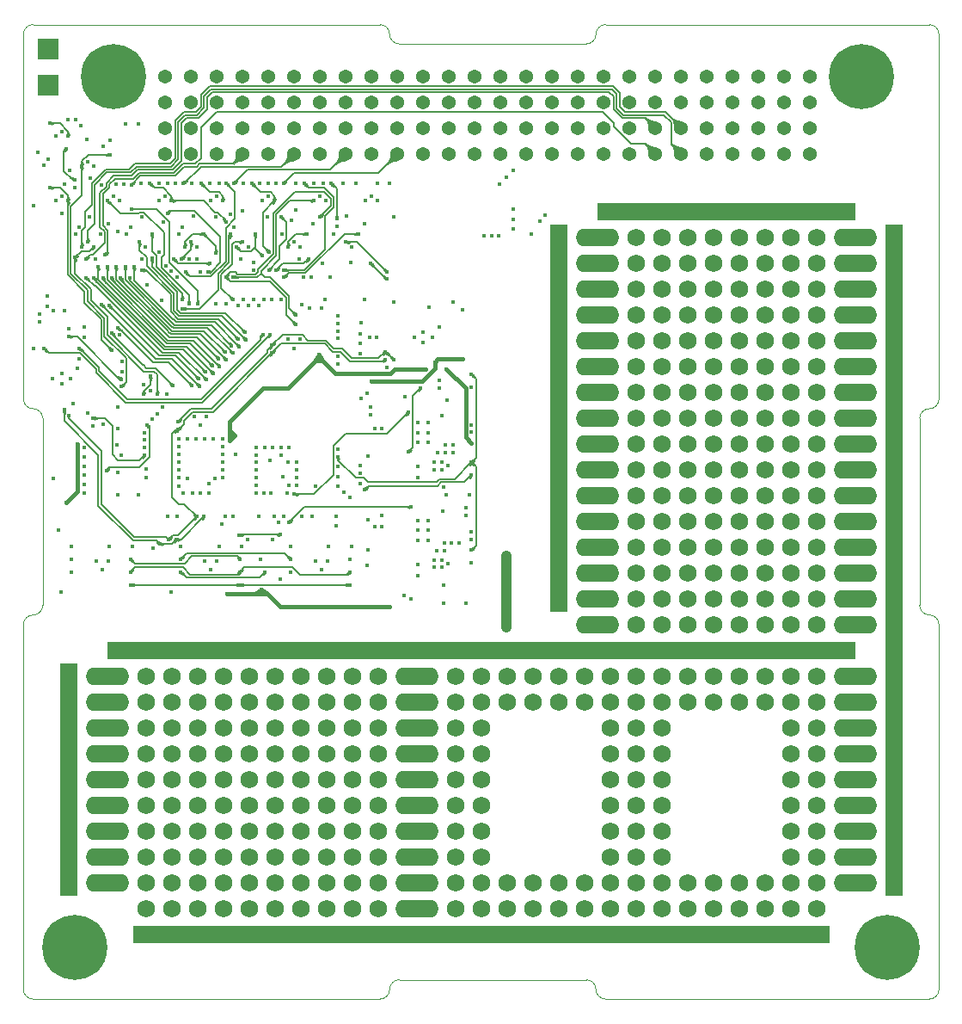
<source format=gbr>
G04 #@! TF.GenerationSoftware,KiCad,Pcbnew,(5.1.6)-1*
G04 #@! TF.CreationDate,2020-08-06T12:42:22+02:00*
G04 #@! TF.ProjectId,board_sierra,626f6172-645f-4736-9965-7272612e6b69,rev?*
G04 #@! TF.SameCoordinates,Original*
G04 #@! TF.FileFunction,Copper,L3,Inr*
G04 #@! TF.FilePolarity,Positive*
%FSLAX46Y46*%
G04 Gerber Fmt 4.6, Leading zero omitted, Abs format (unit mm)*
G04 Created by KiCad (PCBNEW (5.1.6)-1) date 2020-08-06 12:42:22*
%MOMM*%
%LPD*%
G01*
G04 APERTURE LIST*
G04 #@! TA.AperFunction,Profile*
%ADD10C,0.100000*%
G04 #@! TD*
G04 #@! TA.AperFunction,ViaPad*
%ADD11R,2.540000X1.750000*%
G04 #@! TD*
G04 #@! TA.AperFunction,ViaPad*
%ADD12R,1.750000X2.540000*%
G04 #@! TD*
G04 #@! TA.AperFunction,ViaPad*
%ADD13C,1.500000*%
G04 #@! TD*
G04 #@! TA.AperFunction,ViaPad*
%ADD14O,4.290000X1.750000*%
G04 #@! TD*
G04 #@! TA.AperFunction,ViaPad*
%ADD15C,1.750000*%
G04 #@! TD*
G04 #@! TA.AperFunction,ViaPad*
%ADD16C,0.450000*%
G04 #@! TD*
G04 #@! TA.AperFunction,ViaPad*
%ADD17C,6.400000*%
G04 #@! TD*
G04 #@! TA.AperFunction,ViaPad*
%ADD18C,0.800000*%
G04 #@! TD*
G04 #@! TA.AperFunction,ViaPad*
%ADD19R,2.000000X2.000000*%
G04 #@! TD*
G04 #@! TA.AperFunction,ViaPad*
%ADD20C,1.365000*%
G04 #@! TD*
G04 #@! TA.AperFunction,Conductor*
%ADD21C,0.450000*%
G04 #@! TD*
G04 #@! TA.AperFunction,Conductor*
%ADD22C,0.173000*%
G04 #@! TD*
G04 #@! TA.AperFunction,Conductor*
%ADD23C,0.200000*%
G04 #@! TD*
G04 #@! TA.AperFunction,Conductor*
%ADD24C,0.170000*%
G04 #@! TD*
G04 #@! TA.AperFunction,Conductor*
%ADD25C,1.000000*%
G04 #@! TD*
G04 #@! TA.AperFunction,Conductor*
%ADD26C,0.025400*%
G04 #@! TD*
G04 APERTURE END LIST*
D10*
X137985500Y-43180000D02*
G75*
G03*
X138938000Y-42227500I0J952500D01*
G01*
X119570500Y-43180000D02*
X137985500Y-43180000D01*
X139890500Y-41275000D02*
X171767500Y-41275000D01*
X118618000Y-42227500D02*
G75*
G03*
X117665500Y-41275000I-952500J0D01*
G01*
X118618000Y-42227500D02*
G75*
G03*
X119570500Y-43180000I952500J0D01*
G01*
X83502500Y-41275000D02*
X117665500Y-41275000D01*
X139890500Y-41275000D02*
G75*
G03*
X138938000Y-42227500I0J-952500D01*
G01*
X139890500Y-137160000D02*
X171767500Y-137160000D01*
X119570500Y-135255000D02*
X137985500Y-135255000D01*
X83502500Y-137160000D02*
X117665500Y-137160000D01*
X139890500Y-137160000D02*
G75*
G02*
X138938000Y-136207500I0J952500D01*
G01*
X137985500Y-135255000D02*
G75*
G02*
X138938000Y-136207500I0J-952500D01*
G01*
X118618000Y-136207500D02*
G75*
G02*
X119570500Y-135255000I952500J0D01*
G01*
X118618000Y-136207500D02*
G75*
G02*
X117665500Y-137160000I-952500J0D01*
G01*
X171767500Y-79070200D02*
G75*
G03*
X170815000Y-80022700I0J-952500D01*
G01*
X172720000Y-42227500D02*
X172720000Y-78117700D01*
X170815000Y-80022700D02*
X170815000Y-98412300D01*
X172720000Y-100317300D02*
X172720000Y-136207500D01*
X170815000Y-98412300D02*
G75*
G03*
X171767500Y-99364800I952500J0D01*
G01*
X172720000Y-100317300D02*
G75*
G03*
X171767500Y-99364800I-952500J0D01*
G01*
X171767500Y-79070200D02*
G75*
G03*
X172720000Y-78117700I0J952500D01*
G01*
X172720000Y-136207500D02*
G75*
G02*
X171767500Y-137160000I-952500J0D01*
G01*
X171767500Y-41275000D02*
G75*
G02*
X172720000Y-42227500I0J-952500D01*
G01*
X82550000Y-100317300D02*
X82550000Y-136207500D01*
X82550000Y-42227500D02*
X82550000Y-78117700D01*
X82550000Y-42227500D02*
G75*
G02*
X83502500Y-41275000I952500J0D01*
G01*
X84455000Y-80022700D02*
X84455000Y-98412300D01*
X83502500Y-79070200D02*
G75*
G02*
X82550000Y-78117700I0J952500D01*
G01*
X83502500Y-79070200D02*
G75*
G02*
X84455000Y-80022700I0J-952500D01*
G01*
X84455000Y-98412300D02*
G75*
G02*
X83502500Y-99364800I-952500J0D01*
G01*
X82550000Y-100317300D02*
G75*
G02*
X83502500Y-99364800I952500J0D01*
G01*
X83502500Y-137160000D02*
G75*
G02*
X82550000Y-136207500I0J952500D01*
G01*
D11*
X163195000Y-59690000D03*
X140335000Y-59690000D03*
X158115000Y-59690000D03*
X160655000Y-59690000D03*
X145415000Y-59690000D03*
X147955000Y-59690000D03*
X150495000Y-59690000D03*
X153035000Y-59690000D03*
X155575000Y-59690000D03*
X142875000Y-59690000D03*
D12*
X168275000Y-64770000D03*
X135255000Y-64770000D03*
D13*
X140335000Y-64770000D03*
X137795000Y-64770000D03*
D14*
X139065000Y-64770000D03*
D15*
X150495000Y-64770000D03*
X142875000Y-64770000D03*
D13*
X163195000Y-64770000D03*
D15*
X155575000Y-64770000D03*
X160655000Y-64770000D03*
X147955000Y-64770000D03*
D13*
X165735000Y-64770000D03*
D15*
X153035000Y-64770000D03*
X145415000Y-64770000D03*
D14*
X164465000Y-64770000D03*
D15*
X158115000Y-64770000D03*
X137795000Y-128270000D03*
X137795000Y-107950000D03*
X137795000Y-105410000D03*
X137795000Y-125730000D03*
D13*
X120015000Y-125730000D03*
D14*
X121285000Y-125730000D03*
D13*
X122555000Y-125730000D03*
D15*
X150495000Y-128270000D03*
X145415000Y-128270000D03*
X160655000Y-128270000D03*
X94615000Y-128270000D03*
X155575000Y-128270000D03*
X147955000Y-128270000D03*
X158115000Y-128270000D03*
X135255000Y-128270000D03*
X140335000Y-128270000D03*
X142875000Y-128270000D03*
X153035000Y-128270000D03*
X132715000Y-128270000D03*
X107315000Y-128270000D03*
X104775000Y-128270000D03*
X112395000Y-128270000D03*
X127635000Y-128270000D03*
X97155000Y-128270000D03*
X130175000Y-128270000D03*
X117475000Y-128270000D03*
X102235000Y-128270000D03*
X109855000Y-128270000D03*
X99695000Y-128270000D03*
X125095000Y-128270000D03*
X114935000Y-128270000D03*
D11*
X92075000Y-102870000D03*
X163195000Y-102870000D03*
X158115000Y-102870000D03*
X160655000Y-102870000D03*
X142875000Y-102870000D03*
X155575000Y-102870000D03*
X135255000Y-102870000D03*
X132715000Y-102870000D03*
X137795000Y-102870000D03*
X145415000Y-102870000D03*
X150495000Y-102870000D03*
X153035000Y-102870000D03*
X147955000Y-102870000D03*
X140335000Y-102870000D03*
D13*
X122555000Y-118110000D03*
D14*
X121285000Y-118110000D03*
D13*
X120015000Y-118110000D03*
D14*
X121285000Y-107950000D03*
D13*
X122555000Y-107950000D03*
X122555000Y-105410000D03*
X120015000Y-107950000D03*
X122555000Y-115570000D03*
X122555000Y-113030000D03*
X120015000Y-120650000D03*
D14*
X121285000Y-123190000D03*
D13*
X122555000Y-120650000D03*
X120015000Y-113030000D03*
X120015000Y-123190000D03*
D14*
X121285000Y-115570000D03*
D13*
X120015000Y-115570000D03*
D14*
X121285000Y-105410000D03*
D13*
X120015000Y-110490000D03*
D14*
X121285000Y-120650000D03*
X121285000Y-113030000D03*
D13*
X122555000Y-110490000D03*
D14*
X121285000Y-110490000D03*
D13*
X120015000Y-105410000D03*
X122555000Y-123190000D03*
D14*
X121285000Y-128270000D03*
D13*
X120015000Y-128270000D03*
X122555000Y-128270000D03*
D12*
X86995000Y-107950000D03*
D14*
X90805000Y-107950000D03*
X90805000Y-105410000D03*
D13*
X92075000Y-105410000D03*
X89535000Y-105410000D03*
X89535000Y-107950000D03*
X92075000Y-107950000D03*
D15*
X117475000Y-107950000D03*
X132715000Y-105410000D03*
X135255000Y-107950000D03*
X125095000Y-105410000D03*
X117475000Y-105410000D03*
X125095000Y-107950000D03*
X132715000Y-107950000D03*
X135255000Y-105410000D03*
X102235000Y-105410000D03*
X97155000Y-107950000D03*
X104775000Y-107950000D03*
X102235000Y-107950000D03*
X130175000Y-107950000D03*
X127635000Y-107950000D03*
X104775000Y-105410000D03*
X94615000Y-105410000D03*
X94615000Y-107950000D03*
X97155000Y-105410000D03*
X127635000Y-105410000D03*
X99695000Y-107950000D03*
X130175000Y-105410000D03*
X99695000Y-105410000D03*
X114935000Y-105410000D03*
X112395000Y-107950000D03*
X107315000Y-107950000D03*
X114935000Y-107950000D03*
X109855000Y-107950000D03*
X112395000Y-105410000D03*
X109855000Y-105410000D03*
X107315000Y-105410000D03*
D12*
X86995000Y-105410000D03*
D13*
X140335000Y-95250000D03*
D14*
X139065000Y-95250000D03*
D13*
X137795000Y-95250000D03*
D14*
X139065000Y-97790000D03*
D13*
X140335000Y-97790000D03*
X137795000Y-97790000D03*
X137795000Y-100330000D03*
X140335000Y-100330000D03*
D14*
X139065000Y-100330000D03*
D13*
X137795000Y-87630000D03*
X140335000Y-87630000D03*
D14*
X139065000Y-85090000D03*
D13*
X140335000Y-85090000D03*
X137795000Y-85090000D03*
D14*
X139065000Y-90170000D03*
X139065000Y-87630000D03*
X139065000Y-92710000D03*
D13*
X137795000Y-92710000D03*
X140335000Y-90170000D03*
X140335000Y-92710000D03*
X137795000Y-90170000D03*
D12*
X135255000Y-97790000D03*
X135255000Y-95250000D03*
X135255000Y-72390000D03*
X135255000Y-90170000D03*
X135255000Y-82550000D03*
X135255000Y-69850000D03*
X135255000Y-77470000D03*
X135255000Y-74930000D03*
X135255000Y-62230000D03*
X135255000Y-67310000D03*
X135255000Y-87630000D03*
X135255000Y-85090000D03*
X135255000Y-92710000D03*
X135255000Y-80010000D03*
D13*
X140335000Y-74930000D03*
X137795000Y-74930000D03*
X137795000Y-82550000D03*
X140335000Y-82550000D03*
D14*
X139065000Y-80010000D03*
D13*
X140335000Y-77470000D03*
X137795000Y-77470000D03*
D14*
X139065000Y-77470000D03*
X139065000Y-82550000D03*
D13*
X140335000Y-80010000D03*
X137795000Y-80010000D03*
D14*
X139065000Y-74930000D03*
D13*
X137795000Y-69850000D03*
D14*
X139065000Y-67310000D03*
D13*
X140335000Y-72390000D03*
D14*
X139065000Y-69850000D03*
D13*
X137795000Y-67310000D03*
D14*
X139065000Y-72390000D03*
X139065000Y-62230000D03*
D13*
X140335000Y-69850000D03*
X137795000Y-72390000D03*
X140335000Y-62230000D03*
X140335000Y-67310000D03*
X137795000Y-62230000D03*
D11*
X158115000Y-130810000D03*
X160655000Y-130810000D03*
X94615000Y-130810000D03*
D12*
X86995000Y-123190000D03*
X86995000Y-118110000D03*
X86995000Y-115570000D03*
X86995000Y-125730000D03*
X86995000Y-110490000D03*
X86995000Y-120650000D03*
X86995000Y-113030000D03*
D14*
X90805000Y-123190000D03*
D13*
X89535000Y-125730000D03*
X92075000Y-123190000D03*
X89535000Y-123190000D03*
X92075000Y-125730000D03*
D14*
X90805000Y-125730000D03*
X90805000Y-113030000D03*
D13*
X89535000Y-120650000D03*
X89535000Y-113030000D03*
D14*
X90805000Y-120650000D03*
D13*
X89535000Y-115570000D03*
D14*
X90805000Y-118110000D03*
D13*
X89535000Y-118110000D03*
X92075000Y-113030000D03*
X92075000Y-115570000D03*
D14*
X90805000Y-115570000D03*
D13*
X92075000Y-120650000D03*
X92075000Y-118110000D03*
X89535000Y-110490000D03*
D14*
X90805000Y-110490000D03*
D13*
X92075000Y-110490000D03*
D14*
X164465000Y-125730000D03*
D13*
X163195000Y-123190000D03*
X163195000Y-125730000D03*
D14*
X164465000Y-123190000D03*
D13*
X165735000Y-125730000D03*
X165735000Y-123190000D03*
X163195000Y-120650000D03*
X163195000Y-115570000D03*
D14*
X164465000Y-118110000D03*
X164465000Y-120650000D03*
D13*
X163195000Y-118110000D03*
X165735000Y-115570000D03*
X163195000Y-113030000D03*
D14*
X164465000Y-115570000D03*
D13*
X165735000Y-120650000D03*
X165735000Y-118110000D03*
X165735000Y-113030000D03*
D14*
X164465000Y-113030000D03*
X164465000Y-107950000D03*
X164465000Y-110490000D03*
D13*
X165735000Y-105410000D03*
D14*
X164465000Y-105410000D03*
D13*
X165735000Y-107950000D03*
X163195000Y-110490000D03*
X163195000Y-107950000D03*
X165735000Y-110490000D03*
X163195000Y-105410000D03*
X165735000Y-95250000D03*
D14*
X164465000Y-97790000D03*
D13*
X163195000Y-92710000D03*
D14*
X164465000Y-95250000D03*
D13*
X165735000Y-97790000D03*
D14*
X164465000Y-92710000D03*
X164465000Y-100330000D03*
D13*
X163195000Y-95250000D03*
X165735000Y-92710000D03*
X163195000Y-100330000D03*
X163195000Y-97790000D03*
X165735000Y-100330000D03*
X163195000Y-90170000D03*
X165735000Y-90170000D03*
X165735000Y-82550000D03*
X163195000Y-82550000D03*
D14*
X164465000Y-85090000D03*
D13*
X163195000Y-87630000D03*
X165735000Y-87630000D03*
D14*
X164465000Y-87630000D03*
X164465000Y-82550000D03*
D13*
X163195000Y-85090000D03*
X165735000Y-85090000D03*
D14*
X164465000Y-90170000D03*
D13*
X165735000Y-77470000D03*
X163195000Y-77470000D03*
D14*
X164465000Y-80010000D03*
D13*
X163195000Y-80010000D03*
X165735000Y-80010000D03*
D14*
X164465000Y-74930000D03*
X164465000Y-77470000D03*
X164465000Y-72390000D03*
D13*
X165735000Y-72390000D03*
X163195000Y-74930000D03*
X163195000Y-72390000D03*
X165735000Y-74930000D03*
D14*
X164465000Y-69850000D03*
D13*
X163195000Y-69850000D03*
X165735000Y-69850000D03*
X165735000Y-67310000D03*
X163195000Y-67310000D03*
D14*
X164465000Y-67310000D03*
D13*
X163195000Y-62230000D03*
X165735000Y-62230000D03*
D14*
X164465000Y-62230000D03*
D15*
X155575000Y-62230000D03*
X147955000Y-62230000D03*
X145415000Y-62230000D03*
X145415000Y-67310000D03*
X158115000Y-67310000D03*
X147955000Y-67310000D03*
X155575000Y-67310000D03*
X142875000Y-62230000D03*
X158115000Y-62230000D03*
X160655000Y-67310000D03*
X142875000Y-67310000D03*
X153035000Y-67310000D03*
X153035000Y-62230000D03*
X150495000Y-67310000D03*
X150495000Y-62230000D03*
X160655000Y-62230000D03*
X145415000Y-80010000D03*
X160655000Y-85090000D03*
X145415000Y-72390000D03*
X142875000Y-69850000D03*
X142875000Y-77470000D03*
X142875000Y-74930000D03*
X155575000Y-85090000D03*
X142875000Y-82550000D03*
X145415000Y-74930000D03*
X147955000Y-74930000D03*
X142875000Y-72390000D03*
X158115000Y-80010000D03*
X147955000Y-85090000D03*
X145415000Y-87630000D03*
X147955000Y-69850000D03*
X147955000Y-77470000D03*
X145415000Y-69850000D03*
X147955000Y-72390000D03*
X145415000Y-77470000D03*
X145415000Y-85090000D03*
X147955000Y-87630000D03*
X155575000Y-87630000D03*
X142875000Y-85090000D03*
X142875000Y-80010000D03*
X155575000Y-82550000D03*
X147955000Y-80010000D03*
X150495000Y-87630000D03*
X150495000Y-74930000D03*
X160655000Y-72390000D03*
X155575000Y-77470000D03*
X160655000Y-74930000D03*
X153035000Y-74930000D03*
X160655000Y-87630000D03*
X155575000Y-74930000D03*
X158115000Y-82550000D03*
X147955000Y-82550000D03*
X150495000Y-82550000D03*
X153035000Y-80010000D03*
X160655000Y-77470000D03*
X155575000Y-72390000D03*
X150495000Y-72390000D03*
X153035000Y-77470000D03*
X150495000Y-80010000D03*
X160655000Y-82550000D03*
X158115000Y-77470000D03*
X153035000Y-72390000D03*
X158115000Y-74930000D03*
X153035000Y-69850000D03*
X142875000Y-87630000D03*
X158115000Y-72390000D03*
X145415000Y-82550000D03*
X153035000Y-82550000D03*
X150495000Y-77470000D03*
X158115000Y-87630000D03*
X158115000Y-85090000D03*
X153035000Y-85090000D03*
X160655000Y-80010000D03*
X153035000Y-87630000D03*
X155575000Y-80010000D03*
X160655000Y-69850000D03*
X150495000Y-85090000D03*
X155575000Y-69850000D03*
X150495000Y-69850000D03*
X158115000Y-69850000D03*
X145415000Y-92710000D03*
X147955000Y-92710000D03*
X142875000Y-95250000D03*
X147955000Y-95250000D03*
X147955000Y-90170000D03*
X147955000Y-97790000D03*
X142875000Y-90170000D03*
X142875000Y-97790000D03*
X145415000Y-90170000D03*
X142875000Y-92710000D03*
X145415000Y-97790000D03*
X145415000Y-95250000D03*
X158115000Y-100330000D03*
X147955000Y-105410000D03*
X145415000Y-100330000D03*
X155575000Y-107950000D03*
X155575000Y-105410000D03*
X142875000Y-105410000D03*
X142875000Y-100330000D03*
X145415000Y-107950000D03*
X160655000Y-105410000D03*
X145415000Y-105410000D03*
X140335000Y-105410000D03*
X140335000Y-107950000D03*
X147955000Y-107950000D03*
X155575000Y-100330000D03*
X150495000Y-105410000D03*
X147955000Y-100330000D03*
X142875000Y-107950000D03*
X153035000Y-100330000D03*
X160655000Y-107950000D03*
X150495000Y-100330000D03*
X153035000Y-107950000D03*
X150495000Y-107950000D03*
X158115000Y-105410000D03*
X158115000Y-107950000D03*
X153035000Y-105410000D03*
X160655000Y-90170000D03*
X160655000Y-100330000D03*
X160655000Y-95250000D03*
X160655000Y-97790000D03*
X158115000Y-97790000D03*
X153035000Y-92710000D03*
X150495000Y-92710000D03*
X158115000Y-92710000D03*
X160655000Y-92710000D03*
X158115000Y-95250000D03*
X155575000Y-92710000D03*
X153035000Y-90170000D03*
X153035000Y-97790000D03*
X155575000Y-97790000D03*
X155575000Y-95250000D03*
X150495000Y-97790000D03*
X150495000Y-95250000D03*
X153035000Y-95250000D03*
X155575000Y-90170000D03*
X150495000Y-90170000D03*
X158115000Y-90170000D03*
X112395000Y-113030000D03*
X114935000Y-113030000D03*
X109855000Y-115570000D03*
X107315000Y-115570000D03*
X114935000Y-115570000D03*
X107315000Y-113030000D03*
X114935000Y-110490000D03*
X114935000Y-118110000D03*
X109855000Y-110490000D03*
X107315000Y-118110000D03*
X109855000Y-118110000D03*
X112395000Y-110490000D03*
X109855000Y-113030000D03*
X107315000Y-110490000D03*
X112395000Y-118110000D03*
X112395000Y-115570000D03*
X145415000Y-118110000D03*
X145415000Y-110490000D03*
X140335000Y-113030000D03*
X145415000Y-115570000D03*
X145415000Y-113030000D03*
X140335000Y-118110000D03*
X140335000Y-110490000D03*
X142875000Y-110490000D03*
X140335000Y-115570000D03*
X142875000Y-113030000D03*
X142875000Y-118110000D03*
X142875000Y-115570000D03*
X160655000Y-125730000D03*
X158115000Y-125730000D03*
X94615000Y-125730000D03*
X145415000Y-120650000D03*
X135255000Y-125730000D03*
X140335000Y-123190000D03*
X142875000Y-125730000D03*
X145415000Y-123190000D03*
X145415000Y-125730000D03*
X142875000Y-120650000D03*
X155575000Y-125730000D03*
X132715000Y-125730000D03*
X153035000Y-125730000D03*
X142875000Y-123190000D03*
X140335000Y-120650000D03*
X140335000Y-125730000D03*
X147955000Y-125730000D03*
X150495000Y-125730000D03*
X97155000Y-123190000D03*
X109855000Y-123190000D03*
X114935000Y-125730000D03*
X114935000Y-120650000D03*
X99695000Y-125730000D03*
X127635000Y-120650000D03*
X114935000Y-123190000D03*
X112395000Y-125730000D03*
X125095000Y-123190000D03*
X127635000Y-123190000D03*
X97155000Y-125730000D03*
X127635000Y-125730000D03*
X107315000Y-125730000D03*
X125095000Y-120650000D03*
X99695000Y-120650000D03*
X117475000Y-125730000D03*
X107315000Y-120650000D03*
X109855000Y-120650000D03*
X117475000Y-123190000D03*
X112395000Y-120650000D03*
X125095000Y-125730000D03*
X130175000Y-125730000D03*
X102235000Y-123190000D03*
X109855000Y-125730000D03*
X107315000Y-123190000D03*
X104775000Y-125730000D03*
X117475000Y-120650000D03*
X104775000Y-120650000D03*
X102235000Y-125730000D03*
X112395000Y-123190000D03*
X99695000Y-123190000D03*
X97155000Y-120650000D03*
X102235000Y-120650000D03*
X104775000Y-123190000D03*
X158115000Y-115570000D03*
X158115000Y-123190000D03*
X94615000Y-120650000D03*
X94615000Y-123190000D03*
X158115000Y-118110000D03*
X160655000Y-113030000D03*
X160655000Y-118110000D03*
X160655000Y-123190000D03*
X158115000Y-120650000D03*
X158115000Y-110490000D03*
X160655000Y-110490000D03*
X160655000Y-115570000D03*
X158115000Y-113030000D03*
X160655000Y-120650000D03*
X125095000Y-118110000D03*
X117475000Y-118110000D03*
X117475000Y-115570000D03*
X125095000Y-115570000D03*
X117475000Y-110490000D03*
X125095000Y-110490000D03*
X125095000Y-113030000D03*
X117475000Y-113030000D03*
X127635000Y-110490000D03*
X127635000Y-115570000D03*
X127635000Y-118110000D03*
X127635000Y-113030000D03*
X99695000Y-118110000D03*
X97155000Y-118110000D03*
X97155000Y-115570000D03*
X99695000Y-115570000D03*
X97155000Y-110490000D03*
X99695000Y-110490000D03*
X99695000Y-113030000D03*
X97155000Y-113030000D03*
X104775000Y-110490000D03*
X104775000Y-118110000D03*
X102235000Y-110490000D03*
X104775000Y-115570000D03*
X102235000Y-115570000D03*
X104775000Y-113030000D03*
X102235000Y-118110000D03*
X102235000Y-113030000D03*
X94615000Y-118110000D03*
X94615000Y-115570000D03*
X94615000Y-110490000D03*
X94615000Y-113030000D03*
D11*
X94615000Y-102870000D03*
X97155000Y-102870000D03*
X99695000Y-102870000D03*
X102235000Y-102870000D03*
X97155000Y-130810000D03*
X99695000Y-130810000D03*
X107315000Y-102870000D03*
X112395000Y-102870000D03*
X114935000Y-102870000D03*
X104775000Y-102870000D03*
X109855000Y-102870000D03*
D12*
X168275000Y-62230000D03*
X168275000Y-67310000D03*
X168275000Y-69850000D03*
X168275000Y-72390000D03*
D11*
X120015000Y-102870000D03*
D12*
X168275000Y-74930000D03*
D11*
X117475000Y-102870000D03*
D12*
X168275000Y-82550000D03*
D11*
X127635000Y-102870000D03*
D12*
X168275000Y-80010000D03*
D11*
X125095000Y-102870000D03*
D12*
X168275000Y-85090000D03*
X168275000Y-77470000D03*
D11*
X122555000Y-102870000D03*
D12*
X168275000Y-95250000D03*
X168275000Y-87630000D03*
D11*
X130175000Y-102870000D03*
D12*
X168275000Y-97790000D03*
X168275000Y-92710000D03*
X168275000Y-90170000D03*
X168275000Y-102870000D03*
X168275000Y-100330000D03*
X168275000Y-110490000D03*
X168275000Y-107950000D03*
X168275000Y-105410000D03*
X168275000Y-115570000D03*
X168275000Y-113030000D03*
X168275000Y-123190000D03*
X168275000Y-118110000D03*
X168275000Y-120650000D03*
X168275000Y-125730000D03*
D11*
X107315000Y-130810000D03*
X102235000Y-130810000D03*
X104775000Y-130810000D03*
X114935000Y-130810000D03*
X109855000Y-130810000D03*
X112395000Y-130810000D03*
X122555000Y-130810000D03*
X117475000Y-130810000D03*
X120015000Y-130810000D03*
X130175000Y-130810000D03*
X125095000Y-130810000D03*
X127635000Y-130810000D03*
X137795000Y-130810000D03*
X135255000Y-130810000D03*
X132715000Y-130810000D03*
X153035000Y-130810000D03*
X147955000Y-130810000D03*
X140335000Y-130810000D03*
X145415000Y-130810000D03*
X142875000Y-130810000D03*
X150495000Y-130810000D03*
X155575000Y-130810000D03*
D16*
X122840000Y-72020000D03*
X121040000Y-72020000D03*
X121940000Y-72520000D03*
X121940000Y-71520000D03*
X87220000Y-76080000D03*
X85420000Y-76080000D03*
X86320000Y-76580000D03*
X86320000Y-75580000D03*
X121420000Y-92050000D03*
X122420000Y-92050000D03*
X122420000Y-90050000D03*
X121420000Y-90050000D03*
X121420000Y-91050000D03*
X122420000Y-91050000D03*
D17*
X91440000Y-46355000D03*
D18*
X93840000Y-46355000D03*
X93137056Y-48052056D03*
X91440000Y-48755000D03*
X89742944Y-48052056D03*
X89040000Y-46355000D03*
X89742944Y-44657944D03*
X91440000Y-43955000D03*
X93137056Y-44657944D03*
D17*
X167640000Y-132080000D03*
D18*
X170040000Y-132080000D03*
X169337056Y-133777056D03*
X167640000Y-134480000D03*
X165942944Y-133777056D03*
X165240000Y-132080000D03*
X165942944Y-130382944D03*
X167640000Y-129680000D03*
X169337056Y-130382944D03*
D17*
X87630000Y-132080000D03*
D18*
X90030000Y-132080000D03*
X89327056Y-133777056D03*
X87630000Y-134480000D03*
X85932944Y-133777056D03*
X85230000Y-132080000D03*
X85932944Y-130382944D03*
X87630000Y-129680000D03*
X89327056Y-130382944D03*
D17*
X165100000Y-46355000D03*
D18*
X167500000Y-46355000D03*
X166797056Y-48052056D03*
X165100000Y-48755000D03*
X163402944Y-48052056D03*
X162700000Y-46355000D03*
X163402944Y-44657944D03*
X165100000Y-43955000D03*
X166797056Y-44657944D03*
D19*
X85000000Y-47220000D03*
X85000000Y-43720000D03*
D20*
X160020000Y-46355000D03*
X160020000Y-48895000D03*
X157480000Y-46355000D03*
X157480000Y-48895000D03*
X154940000Y-46355000D03*
X154940000Y-48895000D03*
X152400000Y-46355000D03*
X152400000Y-48895000D03*
X149860000Y-46355000D03*
X149860000Y-48895000D03*
X147320000Y-46355000D03*
X147320000Y-48895000D03*
X144780000Y-46355000D03*
X144780000Y-48895000D03*
X142240000Y-46355000D03*
X142240000Y-48895000D03*
X139700000Y-46355000D03*
X139700000Y-48895000D03*
X137160000Y-46355000D03*
X137160000Y-48895000D03*
X134620000Y-46355000D03*
X134620000Y-48895000D03*
X132080000Y-46355000D03*
X132080000Y-48895000D03*
X129540000Y-46355000D03*
X129540000Y-48895000D03*
X127000000Y-46355000D03*
X127000000Y-48895000D03*
X124460000Y-46355000D03*
X124460000Y-48895000D03*
X121920000Y-46355000D03*
X121920000Y-48895000D03*
X119380000Y-46355000D03*
X119380000Y-48895000D03*
X116840000Y-46355000D03*
X116840000Y-48895000D03*
X114300000Y-46355000D03*
X114300000Y-48895000D03*
X111760000Y-46355000D03*
X111760000Y-48895000D03*
X109220000Y-46355000D03*
X109220000Y-48895000D03*
X106680000Y-46355000D03*
X106680000Y-48895000D03*
X104140000Y-46355000D03*
X104140000Y-48895000D03*
X101600000Y-46355000D03*
X101600000Y-48895000D03*
X99060000Y-46355000D03*
X99060000Y-48895000D03*
X96520000Y-46355000D03*
X96520000Y-48895000D03*
X160020000Y-51435000D03*
X160020000Y-53975000D03*
X157480000Y-51435000D03*
X157480000Y-53975000D03*
X154940000Y-51435000D03*
X154940000Y-53975000D03*
X152400000Y-51435000D03*
X152400000Y-53975000D03*
X149860000Y-51435000D03*
X149860000Y-53975000D03*
X147320000Y-51435000D03*
X147320000Y-53975000D03*
X144780000Y-51435000D03*
X144780000Y-53975000D03*
X142240000Y-51435000D03*
X142240000Y-53975000D03*
X139700000Y-51435000D03*
X139700000Y-53975000D03*
X137160000Y-51435000D03*
X137160000Y-53975000D03*
X134620000Y-51435000D03*
X134620000Y-53975000D03*
X132080000Y-51435000D03*
X132080000Y-53975000D03*
X129540000Y-51435000D03*
X129540000Y-53975000D03*
X127000000Y-51435000D03*
X127000000Y-53975000D03*
X124460000Y-51435000D03*
X124460000Y-53975000D03*
X121920000Y-51435000D03*
X121920000Y-53975000D03*
X119380000Y-51435000D03*
X119380000Y-53975000D03*
X116840000Y-51435000D03*
X116840000Y-53975000D03*
X114300000Y-51435000D03*
X114300000Y-53975000D03*
X111760000Y-51435000D03*
X111760000Y-53975000D03*
X109220000Y-51435000D03*
X109220000Y-53975000D03*
X106680000Y-51435000D03*
X106680000Y-53975000D03*
X104140000Y-51435000D03*
X104140000Y-53975000D03*
X101600000Y-51435000D03*
X101600000Y-53975000D03*
X99060000Y-51435000D03*
X99060000Y-53975000D03*
X96520000Y-51435000D03*
X96520000Y-53975000D03*
D16*
X121420000Y-82410000D03*
X122420000Y-82410000D03*
X122420000Y-80410000D03*
X121420000Y-80410000D03*
X121420000Y-81410000D03*
X122420000Y-81410000D03*
X121420000Y-85840000D03*
X121420000Y-84740000D03*
X86570000Y-69450000D03*
X85470000Y-69450000D03*
X121420000Y-95480000D03*
X121420000Y-94380000D03*
X112610000Y-92580000D03*
X101800000Y-92580000D03*
X91020000Y-92580000D03*
X100556500Y-79823500D03*
X99990000Y-80710000D03*
X99413500Y-79823500D03*
X109786500Y-72223500D03*
X109220000Y-73110000D03*
X108643500Y-72223500D03*
X109430000Y-84330000D03*
X111890000Y-94940000D03*
X111320500Y-94053500D03*
X112463500Y-94053500D03*
X100970000Y-94930000D03*
X101536500Y-94043500D03*
X100393500Y-94043500D03*
X91640000Y-57010000D03*
X86560000Y-57010000D03*
X89100000Y-56400000D03*
X123920000Y-96400000D03*
X88570000Y-72020000D03*
X86270000Y-97100000D03*
X97070000Y-97110000D03*
X122530000Y-69072000D03*
X92228079Y-74420560D03*
X107970000Y-68340000D03*
X117860000Y-89600000D03*
X123920000Y-98240000D03*
X124240000Y-78230000D03*
X117860000Y-90660000D03*
X115705363Y-86428523D03*
X108080000Y-85730000D03*
X105460000Y-87360000D03*
X105460000Y-82880000D03*
X105460000Y-86620000D03*
X105460000Y-83620000D03*
X105460000Y-84360000D03*
X105460000Y-85880000D03*
X105460000Y-85120000D03*
X107930000Y-82880000D03*
X106280000Y-82880000D03*
X107110000Y-82880000D03*
X107930000Y-83620000D03*
X108640000Y-84330000D03*
X109430000Y-86620000D03*
X109430000Y-85120000D03*
X109430000Y-85880000D03*
X108690000Y-86620000D03*
X108490000Y-87360000D03*
X102130000Y-82030000D03*
X99960000Y-87360000D03*
X100820000Y-87360000D03*
X102130000Y-85880000D03*
X102130000Y-85100000D03*
X102130000Y-84330000D03*
X102130000Y-83560000D03*
X102130000Y-82790000D03*
X97860000Y-82030000D03*
X101280000Y-82030000D03*
X98710000Y-82030000D03*
X99560000Y-82030000D03*
X100430000Y-82030000D03*
X97860000Y-83560000D03*
X97860000Y-82790000D03*
X97860000Y-84330000D03*
X97860000Y-85100000D03*
X97860000Y-85880000D03*
X97860000Y-86660000D03*
X98264000Y-87360000D03*
X100820000Y-86440000D03*
X101370000Y-85890000D03*
X118990000Y-60230000D03*
X109732999Y-64350000D03*
X114395067Y-60094933D03*
X114810000Y-64680000D03*
X116840000Y-58180000D03*
X112030000Y-64760000D03*
X103978500Y-64332002D03*
X99660000Y-64340000D03*
X106678500Y-56889933D03*
X112110000Y-56900000D03*
X109337011Y-59530000D03*
X104097011Y-59640000D03*
X99267218Y-60132782D03*
X101810000Y-56890000D03*
X96790000Y-56890000D03*
X94200000Y-60170000D03*
X120126011Y-77876979D03*
X123480000Y-77030000D03*
X119010000Y-68570000D03*
X124860000Y-68570000D03*
X118320000Y-75020000D03*
X113550000Y-74670000D03*
X91830000Y-61620000D03*
X94180000Y-64340000D03*
X89062969Y-60170000D03*
X90410000Y-53240000D03*
X84010000Y-53820000D03*
X108670000Y-82880000D03*
X115820000Y-70630000D03*
X93860000Y-87530000D03*
X109960000Y-89680000D03*
X90300000Y-94930000D03*
X89730500Y-94043500D03*
X90873500Y-94043500D03*
X123807320Y-89138333D03*
X123767998Y-79730000D03*
X126680000Y-81380000D03*
X123920000Y-86760000D03*
X96720000Y-89690000D03*
X86960000Y-50660000D03*
X91830000Y-85300000D03*
X85462998Y-85920000D03*
X83550000Y-59120000D03*
X126140000Y-88840000D03*
X91810000Y-78940000D03*
X102470000Y-68760000D03*
X117860000Y-81030000D03*
X126680001Y-91204854D03*
X102460000Y-89680000D03*
X94713998Y-66880000D03*
X116764538Y-79644538D03*
X116462998Y-83765999D03*
X116400000Y-94480000D03*
X89660000Y-64330000D03*
X87000000Y-71240000D03*
X83510000Y-73130000D03*
X116460000Y-92960000D03*
X107860000Y-95810000D03*
X103437000Y-83560000D03*
X123720000Y-94690000D03*
X122980000Y-93950000D03*
X122980000Y-94690000D03*
X123720000Y-93950000D03*
X123050000Y-74480000D03*
X125830000Y-74200000D03*
X87460000Y-78530000D03*
X124367998Y-94320000D03*
X116830000Y-76370000D03*
X117120000Y-90660000D03*
X116484328Y-90017208D03*
X114130000Y-87300000D03*
X114660000Y-87830000D03*
X124367998Y-84680000D03*
X123520000Y-71070000D03*
X87900000Y-75130000D03*
X113550000Y-73920000D03*
X92229176Y-75419750D03*
X106970936Y-68332997D03*
X126140000Y-98240000D03*
X115705696Y-85414263D03*
X111320000Y-86670000D03*
X103220000Y-89680000D03*
X106820000Y-84140000D03*
X102050000Y-90410000D03*
X116130000Y-60830000D03*
X111040000Y-60830000D03*
X108920000Y-60520000D03*
X106580000Y-60170000D03*
X103230000Y-61180000D03*
X101490000Y-60170000D03*
X98150000Y-61180000D03*
X96320000Y-60720000D03*
X93070000Y-61180000D03*
X111920000Y-69160000D03*
X125810000Y-69360000D03*
X90880000Y-60840000D03*
X87990000Y-61180000D03*
X88800000Y-52570000D03*
X86356886Y-59846886D03*
X113400000Y-61090000D03*
X116120000Y-68310000D03*
X113310000Y-90630000D03*
X93240000Y-92580000D03*
X104030000Y-92580000D03*
X114830000Y-92580000D03*
X122980000Y-85050000D03*
X122980000Y-84310000D03*
X123720000Y-85050000D03*
X123720000Y-84310000D03*
X126680000Y-80640000D03*
X126140000Y-89610000D03*
X97716000Y-89686000D03*
X91810000Y-87530000D03*
X84560000Y-55130000D03*
X91810000Y-81030000D03*
X101470000Y-68760000D03*
X96130000Y-68430990D03*
X117120000Y-81030000D03*
X116770000Y-78900000D03*
X84130000Y-69780000D03*
X88570000Y-71020000D03*
X84130000Y-70520000D03*
X85990000Y-90990000D03*
X107210000Y-89680000D03*
X110960000Y-89680000D03*
X113310000Y-89680000D03*
X129385000Y-62035000D03*
X128640000Y-62060000D03*
X127890000Y-62060000D03*
X123980000Y-92270000D03*
X123980000Y-93010000D03*
X123240000Y-93010000D03*
X124720000Y-92270000D03*
X125460000Y-92270000D03*
X130800000Y-55610000D03*
X129450000Y-56960000D03*
X130125000Y-56285000D03*
X124100000Y-82640000D03*
X124840000Y-82640000D03*
X124100000Y-83380000D03*
X124840000Y-83380000D03*
X123360000Y-83380000D03*
X106950000Y-87360000D03*
X98720000Y-85940000D03*
X106210000Y-87360000D03*
X124155000Y-87505000D03*
X126500000Y-87500000D03*
X103295998Y-56890000D03*
X104740000Y-63130000D03*
X104172999Y-56890000D03*
X123480000Y-76270000D03*
X102200000Y-58620000D03*
X102920000Y-59910000D03*
X100040000Y-56890000D03*
X107280000Y-58620000D03*
X106720000Y-63640000D03*
X105050000Y-56890000D03*
X98460000Y-63130000D03*
X100280000Y-61865498D03*
X101510000Y-63740000D03*
X112720000Y-66160000D03*
X108160000Y-56890000D03*
X109820000Y-63130000D03*
X109337011Y-56890000D03*
X99660000Y-63130000D03*
X99160000Y-56890000D03*
X93190000Y-57020000D03*
X114900000Y-63130000D03*
X114040000Y-56900000D03*
X99590000Y-89680000D03*
X96850000Y-91934990D03*
X97800000Y-81110000D03*
X107030000Y-73570000D03*
X118170000Y-74210000D03*
X120740000Y-97762000D03*
X95340000Y-92828991D03*
X87040000Y-79780000D03*
X100340000Y-89680000D03*
X97590000Y-91934990D03*
X97800000Y-80370000D03*
X118170000Y-73470000D03*
X118980000Y-74210000D03*
X120000000Y-97450000D03*
X95961991Y-92381991D03*
X107030000Y-72830000D03*
X86570000Y-79200000D03*
X90710000Y-85170000D03*
X94730000Y-80700000D03*
X88860000Y-79490000D03*
X89410000Y-80740000D03*
X92200000Y-83680000D03*
X98272990Y-56890000D03*
X112360000Y-58620000D03*
X110610000Y-64340000D03*
X107460000Y-65420000D03*
X108210000Y-66160000D03*
X115520000Y-61865498D03*
X126680000Y-85600000D03*
X126680000Y-76960000D03*
X126680000Y-94230000D03*
X116160000Y-87020000D03*
X88510000Y-82910000D03*
X88510000Y-83800000D03*
X88510000Y-84710000D03*
X88510000Y-85600000D03*
X87880000Y-86060000D03*
X87880000Y-82520000D03*
X86720000Y-88320000D03*
X88510000Y-86510000D03*
X88510000Y-87410000D03*
X120470000Y-83310000D03*
X121680000Y-77020000D03*
X96520845Y-58174169D03*
X95880000Y-56890000D03*
X97720000Y-66160000D03*
X97104094Y-65505906D03*
X101000000Y-58620000D03*
X99980000Y-65610000D03*
X98490000Y-65610000D03*
X102550000Y-56890000D03*
X104710000Y-68910000D03*
X105210000Y-64680000D03*
X105210000Y-68360000D03*
X105210000Y-65420000D03*
X106080000Y-58620000D03*
X105710000Y-68910000D03*
X106210000Y-68360000D03*
X106720000Y-65420000D03*
X107900000Y-60170000D03*
X107420000Y-56890000D03*
X98830000Y-68770000D03*
X90840000Y-58620000D03*
X90220000Y-57030000D03*
X92050000Y-58610000D03*
X99700000Y-68770000D03*
X93190000Y-59430000D03*
X92020000Y-71820000D03*
X94580000Y-63130000D03*
X94125998Y-56890000D03*
X98220000Y-68350000D03*
X95200000Y-61860000D03*
X117440000Y-58620000D03*
X117440000Y-56900000D03*
X90580000Y-63920000D03*
X88700000Y-64340000D03*
X88900962Y-62683705D03*
X88300000Y-63120000D03*
X86359155Y-58174169D03*
X92575913Y-51055913D03*
X89500000Y-55200000D03*
X91040000Y-52680000D03*
X87097998Y-55590000D03*
X93835471Y-51065471D03*
X86360845Y-51824169D03*
X87700000Y-50660000D03*
X99220000Y-87360000D03*
X92200000Y-76170000D03*
X87000000Y-71980000D03*
X113530000Y-71430000D03*
X115300000Y-56900000D03*
X89500000Y-63130000D03*
X87650000Y-64210000D03*
X95730000Y-77660000D03*
X88300000Y-55180000D03*
X91050000Y-54080000D03*
X92200000Y-76910000D03*
X91247061Y-73323000D03*
X85140000Y-57340000D03*
X86960000Y-58620000D03*
X101600845Y-58174169D03*
X100922999Y-56890000D03*
X106680845Y-58174169D03*
X105790000Y-56890000D03*
X85130000Y-50990000D03*
X86960000Y-52270000D03*
X94490000Y-81410000D03*
X99060845Y-62684169D03*
X98110000Y-64340000D03*
X110750000Y-69150000D03*
X97840000Y-61860000D03*
X98850000Y-64340000D03*
X109960000Y-68798500D03*
X97120000Y-58620000D03*
X102471192Y-60669692D03*
X95002999Y-56890000D03*
X97530000Y-56890000D03*
X95060000Y-77330000D03*
X96580000Y-64980000D03*
X94400000Y-77670000D03*
X95060000Y-75880000D03*
X95946164Y-63646164D03*
X110900000Y-66160000D03*
X108620000Y-63130000D03*
X110440000Y-61865498D03*
X110154500Y-66160000D03*
X109220845Y-62684169D03*
X108000000Y-61860000D03*
X103710000Y-68910000D03*
X103540000Y-63130000D03*
X105360000Y-61860000D03*
X106090000Y-64030000D03*
X104210000Y-68360000D03*
X104139155Y-62684169D03*
X103200000Y-68360000D03*
X102920000Y-61860000D03*
X94490000Y-83630000D03*
X89408193Y-79991807D03*
X98220000Y-69210000D03*
X113540000Y-83050000D03*
X113538998Y-85720000D03*
X113540000Y-86670000D03*
X87250000Y-92580000D03*
X103820000Y-91480000D03*
X107880000Y-91468000D03*
X93080000Y-95120000D03*
X103870000Y-95120000D03*
X114680000Y-95120000D03*
X105860000Y-93930000D03*
X98050000Y-92580000D03*
X104660000Y-91920000D03*
X107040000Y-91920000D03*
X108840000Y-92580000D03*
X94400000Y-76670000D03*
X105716000Y-89676000D03*
X90431490Y-80555576D03*
X91750000Y-82670000D03*
X94490000Y-82150000D03*
X116410000Y-77590000D03*
X94490000Y-82890000D03*
X115817001Y-78042999D03*
X113538998Y-84770000D03*
X107710000Y-90230000D03*
X126680000Y-75690000D03*
X126680000Y-92960000D03*
X113537841Y-83795536D03*
X126680001Y-84330000D03*
X108220000Y-89680000D03*
X98050000Y-93860000D03*
X87250000Y-93850000D03*
X108840000Y-93850000D03*
X108837000Y-95123000D03*
X98050000Y-95120000D03*
X106360000Y-95122999D03*
X87250000Y-95120000D03*
X103870000Y-96390000D03*
X93080000Y-96390000D03*
X114670000Y-96390000D03*
X93080000Y-93850000D03*
X103870000Y-93860000D03*
X114680000Y-93850000D03*
X116240000Y-58620000D03*
X115720000Y-71670000D03*
X116610000Y-72010000D03*
X117350000Y-72010000D03*
X113530000Y-72170000D03*
X118560067Y-56900067D03*
X113530000Y-70670000D03*
X113530000Y-69930000D03*
X113099999Y-61850000D03*
X97370000Y-64340000D03*
X100940000Y-64770000D03*
X95920000Y-58620000D03*
X100720000Y-65610000D03*
X96723566Y-59831515D03*
X115720000Y-73660000D03*
X115720000Y-72670000D03*
X115720000Y-84670000D03*
X112210000Y-68360000D03*
X120430000Y-79420000D03*
X109220000Y-87490000D03*
X108720000Y-90230000D03*
X120733104Y-88747989D03*
X111160000Y-58620000D03*
X103210000Y-66080000D03*
X109360000Y-69820000D03*
X108200000Y-65420000D03*
X110240000Y-56900000D03*
X109360000Y-70780000D03*
X111760000Y-60170000D03*
X102470000Y-66080000D03*
X92430000Y-57010000D03*
X102410000Y-73520000D03*
X92124500Y-66170000D03*
X93001500Y-66170000D03*
X103060000Y-72870000D03*
X103150000Y-73610000D03*
X92563000Y-65080000D03*
X102510000Y-74260000D03*
X91440000Y-58180000D03*
X91686000Y-65080000D03*
X104364094Y-71564094D03*
X95200000Y-64270000D03*
X93976928Y-62684727D03*
X104450000Y-72300000D03*
X103800000Y-72970000D03*
X92720000Y-61850000D03*
X93440000Y-65080000D03*
X103694094Y-72234094D03*
X94250000Y-65430000D03*
X91247500Y-66170000D03*
X101770000Y-74170000D03*
X90120000Y-61850000D03*
X90809000Y-65080000D03*
X101870000Y-74910000D03*
X101130000Y-74840000D03*
X90370500Y-66170000D03*
X87680000Y-61860000D03*
X101230000Y-75580000D03*
X89932000Y-65080000D03*
X100540000Y-76210000D03*
X88730000Y-66170000D03*
X88910853Y-54746556D03*
X100480000Y-75470000D03*
X89470000Y-66170000D03*
X91270000Y-71610000D03*
X97220000Y-76780000D03*
X99150000Y-76800000D03*
X91804387Y-71094387D03*
X87570000Y-57330000D03*
X96220000Y-78901011D03*
X99800000Y-76130000D03*
X90983056Y-68925258D03*
X99890000Y-76870000D03*
X90233832Y-68796168D03*
X85760000Y-58620000D03*
X95716000Y-79544000D03*
X95220000Y-80100000D03*
X88200000Y-51210000D03*
X86760000Y-53480000D03*
X87570000Y-56590000D03*
X96710000Y-77670001D03*
X85020957Y-54550000D03*
X94670000Y-85810000D03*
X85760000Y-52270000D03*
X94670000Y-85040000D03*
X133375000Y-60585000D03*
X132600000Y-61910000D03*
X133900000Y-60060000D03*
X130800000Y-59460000D03*
X130800000Y-60410000D03*
X130800000Y-61360000D03*
X130150000Y-99060000D03*
X130150000Y-99800000D03*
X130150000Y-100540000D03*
X130150000Y-95070000D03*
X130150000Y-94330000D03*
X130150000Y-93590000D03*
X88020000Y-74160000D03*
X111280000Y-74370000D03*
X122190000Y-75140000D03*
X126680001Y-82450000D03*
X126680000Y-91950000D03*
X102590000Y-97308000D03*
X118618000Y-98541011D03*
X112020000Y-74370000D03*
X124180000Y-75140000D03*
X111650000Y-73720000D03*
X84867998Y-69010000D03*
X84870000Y-68020000D03*
X103391981Y-81698019D03*
X102860000Y-81170000D03*
X102860000Y-82220000D03*
X106020000Y-96845000D03*
X106600000Y-97310000D03*
X112858629Y-56897616D03*
X84598455Y-73147793D03*
X106860000Y-71760000D03*
X113400000Y-60350000D03*
X88034713Y-73142327D03*
X106120000Y-71760000D03*
X111759155Y-58174169D03*
X111120000Y-56900000D03*
X116749981Y-64760000D03*
X118302031Y-66310000D03*
X114300845Y-62684169D03*
X118302031Y-65570000D03*
D21*
X123330000Y-74200000D02*
X123050000Y-74480000D01*
X125830000Y-74200000D02*
X123330000Y-74200000D01*
X123050000Y-74480000D02*
X123050000Y-75096015D01*
X123050000Y-75096015D02*
X121776015Y-76370000D01*
X121776015Y-76370000D02*
X116830000Y-76370000D01*
D22*
X112730979Y-55544021D02*
X114300000Y-53975000D01*
X103295998Y-56890000D02*
X104641977Y-55544021D01*
X104641977Y-55544021D02*
X112730979Y-55544021D01*
X101811326Y-57735668D02*
X102200000Y-58124342D01*
X102200000Y-58124342D02*
X102200000Y-58620000D01*
X100885668Y-57735668D02*
X100040000Y-56890000D01*
X101811326Y-57735668D02*
X100885668Y-57735668D01*
X107280000Y-58124342D02*
X107280000Y-58620000D01*
X106891326Y-57735668D02*
X107280000Y-58124342D01*
X105895668Y-57735668D02*
X106891326Y-57735668D01*
X105050000Y-56890000D02*
X105895668Y-57735668D01*
X106141499Y-59758501D02*
X107280000Y-58620000D01*
X106141499Y-63061499D02*
X106141499Y-59758501D01*
X106720000Y-63640000D02*
X106141499Y-63061499D01*
X99230534Y-61865498D02*
X100280000Y-61865498D01*
X98460000Y-62636032D02*
X99230534Y-61865498D01*
X98460000Y-63130000D02*
X98460000Y-62636032D01*
X101510000Y-63095498D02*
X100280000Y-61865498D01*
X101510000Y-63740000D02*
X101510000Y-63095498D01*
X119380000Y-53975000D02*
X117510969Y-55844031D01*
X109205969Y-55844031D02*
X108160000Y-56890000D01*
X117510969Y-55844031D02*
X109205969Y-55844031D01*
X94065959Y-56144041D02*
X93190000Y-57020000D01*
X97482193Y-56144041D02*
X94065959Y-56144041D01*
X104140000Y-53975000D02*
X103170999Y-54944001D01*
X99924711Y-54944001D02*
X99616486Y-55252226D01*
X103170999Y-54944001D02*
X99924711Y-54944001D01*
X99616486Y-55252226D02*
X98374007Y-55252227D01*
X98374007Y-55252227D02*
X97482193Y-56144041D01*
D23*
X97787011Y-91482989D02*
X99590000Y-89680000D01*
X97302001Y-91482989D02*
X97787011Y-91482989D01*
X96850000Y-91934990D02*
X97302001Y-91482989D01*
X98252001Y-80657999D02*
X97800000Y-81110000D01*
X98350000Y-80560000D02*
X98252001Y-80657999D01*
X98350000Y-80218038D02*
X98350000Y-80560000D01*
X99196539Y-79371499D02*
X98350000Y-80218038D01*
X101228501Y-79371499D02*
X99196539Y-79371499D01*
X107030000Y-73570000D02*
X101228501Y-79371499D01*
X96625001Y-91709991D02*
X96850000Y-91934990D01*
X87040000Y-80031802D02*
X90257999Y-83249801D01*
X87040000Y-79780000D02*
X87040000Y-80031802D01*
X90257999Y-83249801D02*
X90257999Y-88482609D01*
X90257999Y-88482609D02*
X93485381Y-91709991D01*
X93485381Y-91709991D02*
X96625001Y-91709991D01*
X109454463Y-72675501D02*
X109436961Y-72657999D01*
X112207662Y-72675501D02*
X109454463Y-72675501D01*
X109436961Y-72657999D02*
X108877963Y-72657999D01*
X113000159Y-73467999D02*
X112207662Y-72675501D01*
X118170000Y-74210000D02*
X117940989Y-74439011D01*
X117940989Y-74439011D02*
X114737973Y-74439011D01*
X114737973Y-74439011D02*
X113766961Y-73467999D01*
X113766961Y-73467999D02*
X113000159Y-73467999D01*
X97598958Y-81110000D02*
X97800000Y-81110000D01*
X99590000Y-89680000D02*
X98350000Y-88440000D01*
X97200000Y-81508958D02*
X97598958Y-81110000D01*
X97870000Y-88440000D02*
X97200000Y-87770000D01*
X98350000Y-88440000D02*
X97870000Y-88440000D01*
X97200000Y-87770000D02*
X97200000Y-81508958D01*
X108860461Y-72675501D02*
X108355501Y-72675501D01*
X108877963Y-72657999D02*
X108860461Y-72675501D01*
X113000159Y-73467999D02*
X112207661Y-72675501D01*
X112207661Y-72675501D02*
X109454463Y-72675501D01*
X107030000Y-73570000D02*
X107950000Y-72650000D01*
X108330000Y-72650000D02*
X108355501Y-72675501D01*
X107950000Y-72650000D02*
X108330000Y-72650000D01*
X98085010Y-91934990D02*
X100340000Y-89680000D01*
X97590000Y-91934990D02*
X98085010Y-91934990D01*
X95966991Y-92386991D02*
X95961991Y-92381991D01*
X97137999Y-92386991D02*
X95966991Y-92386991D01*
X97590000Y-91934990D02*
X97137999Y-92386991D01*
X118240000Y-73470000D02*
X118980000Y-74210000D01*
X118170000Y-73470000D02*
X118240000Y-73470000D01*
X99061088Y-79044489D02*
X97800000Y-80305577D01*
X97800000Y-80305577D02*
X97800000Y-80370000D01*
X101093051Y-79044489D02*
X99061088Y-79044489D01*
X106577999Y-73559541D02*
X101093051Y-79044489D01*
X106577999Y-73353039D02*
X106577999Y-73559541D01*
X107030000Y-72901038D02*
X106577999Y-73353039D01*
X107030000Y-72830000D02*
X107030000Y-72901038D01*
X86570000Y-79200000D02*
X86570000Y-80301038D01*
X95617001Y-92037001D02*
X95961991Y-92381991D01*
X86570000Y-80301038D02*
X89930989Y-83662027D01*
X93349930Y-92037001D02*
X95617001Y-92037001D01*
X89930989Y-83662027D02*
X89930989Y-88618059D01*
X89930989Y-88618059D02*
X93349930Y-92037001D01*
X110003461Y-71771499D02*
X108088501Y-71771499D01*
X108088501Y-71771499D02*
X107030000Y-72830000D01*
X110580453Y-72348491D02*
X110003461Y-71771499D01*
X112343113Y-72348491D02*
X110580453Y-72348491D01*
X118170000Y-73470000D02*
X117527999Y-74112001D01*
X114873423Y-74112001D02*
X113902412Y-73140989D01*
X113902412Y-73140989D02*
X113135610Y-73140989D01*
X117527999Y-74112001D02*
X114873423Y-74112001D01*
X113135610Y-73140989D02*
X112343113Y-72348491D01*
X94942001Y-80912001D02*
X94730000Y-80700000D01*
X94942001Y-83846961D02*
X94942001Y-80912001D01*
X93940963Y-84847999D02*
X94942001Y-83846961D01*
X91032001Y-84847999D02*
X93940963Y-84847999D01*
X90710000Y-85170000D02*
X91032001Y-84847999D01*
D22*
X109220000Y-53975000D02*
X107950989Y-55244011D01*
X107950989Y-55244011D02*
X100048979Y-55244011D01*
X98402990Y-56890000D02*
X100048979Y-55244011D01*
X98272990Y-56890000D02*
X98402990Y-56890000D01*
X108091499Y-64788501D02*
X107460000Y-65420000D01*
X110161499Y-64788501D02*
X108091499Y-64788501D01*
X110610000Y-64340000D02*
X110161499Y-64788501D01*
X108648501Y-65721499D02*
X108210000Y-66160000D01*
X110301761Y-65721499D02*
X108648501Y-65721499D01*
X114157762Y-61865498D02*
X110301761Y-65721499D01*
X115520000Y-61865498D02*
X114157762Y-61865498D01*
D23*
X123320001Y-86660000D02*
X116520000Y-86660000D01*
X123672001Y-86307999D02*
X123320001Y-86660000D01*
X116520000Y-86660000D02*
X116160000Y-87020000D01*
X126680000Y-85600000D02*
X125972001Y-86307999D01*
X125972001Y-86307999D02*
X123672001Y-86307999D01*
D21*
X87880000Y-82520000D02*
X87880000Y-86060000D01*
X87880000Y-87160000D02*
X86720000Y-88320000D01*
X87880000Y-86060000D02*
X87880000Y-87160000D01*
D23*
X120882001Y-77817999D02*
X121680000Y-77020000D01*
X120882001Y-82897999D02*
X120882001Y-77817999D01*
X120470000Y-83310000D02*
X120882001Y-82897999D01*
D22*
X98928501Y-66048501D02*
X98490000Y-65610000D01*
X101025941Y-66048501D02*
X98928501Y-66048501D01*
X102550000Y-56890000D02*
X103358501Y-57698501D01*
X103358501Y-57698501D02*
X103358501Y-60402517D01*
X103358501Y-60402517D02*
X102481499Y-61279519D01*
X102481499Y-61279519D02*
X102481499Y-64592943D01*
X102481499Y-64592943D02*
X101025941Y-66048501D01*
X107625000Y-64515000D02*
X106720000Y-65420000D01*
X107761509Y-64378491D02*
X107625000Y-64515000D01*
X107761509Y-63070245D02*
X107761509Y-64378491D01*
X108438501Y-62393253D02*
X107761509Y-63070245D01*
X108438501Y-60708501D02*
X108438501Y-62393253D01*
X107900000Y-60170000D02*
X108438501Y-60708501D01*
X96141499Y-64177831D02*
X96141499Y-65202517D01*
X96141499Y-65202517D02*
X98830000Y-67891018D01*
X96384665Y-63934665D02*
X96141499Y-64177831D01*
X96384665Y-61705683D02*
X96384665Y-63934665D01*
X98830000Y-67891018D02*
X98830000Y-68770000D01*
X92088501Y-59868501D02*
X93852517Y-59868501D01*
X94410481Y-59731499D02*
X96384665Y-61705683D01*
X90840000Y-58620000D02*
X92088501Y-59868501D01*
X93852517Y-59868501D02*
X93989519Y-59731499D01*
X93989519Y-59731499D02*
X94410481Y-59731499D01*
X93478511Y-59431489D02*
X93190000Y-59430000D01*
X95674557Y-59431489D02*
X93478511Y-59431489D01*
X96931499Y-60688431D02*
X95674557Y-59431489D01*
X99700000Y-67452830D02*
X96931499Y-64684329D01*
X96931499Y-64684329D02*
X96931499Y-60688431D01*
X99700000Y-68770000D02*
X99700000Y-67452830D01*
X95200000Y-63548982D02*
X95638501Y-63987483D01*
X95200000Y-61860000D02*
X95200000Y-63548982D01*
X95638501Y-63987483D02*
X95638501Y-65123797D01*
X98220000Y-67705296D02*
X98220000Y-68350000D01*
X95638501Y-65123797D02*
X98220000Y-67705296D01*
X90858511Y-61515251D02*
X90858511Y-63641489D01*
X90401499Y-61058239D02*
X90858511Y-61515251D01*
X90401499Y-57921761D02*
X90401499Y-61058239D01*
X91003184Y-57320076D02*
X90401499Y-57921761D01*
X91003185Y-56997833D02*
X91003184Y-57320076D01*
X91572639Y-56428379D02*
X91003185Y-56997833D01*
X144780000Y-53975000D02*
X143810999Y-53005999D01*
X143810999Y-53005999D02*
X142376877Y-53005999D01*
X99492217Y-54952217D02*
X98249739Y-54952217D01*
X142376877Y-53005999D02*
X140669001Y-51298123D01*
X139600000Y-49880000D02*
X101550000Y-49880000D01*
X101550000Y-49880000D02*
X100029001Y-51400999D01*
X90858511Y-63641489D02*
X90580000Y-63920000D01*
X140669001Y-51298123D02*
X140669001Y-50949001D01*
X140669001Y-50949001D02*
X139600000Y-49880000D01*
X98249739Y-54952217D02*
X97357925Y-55844031D01*
X100029001Y-54415433D02*
X99492217Y-54952217D01*
X100029001Y-51400999D02*
X100029001Y-54415433D01*
X97357925Y-55844031D02*
X93941691Y-55844031D01*
X93357343Y-56428379D02*
X91572639Y-56428379D01*
X93941691Y-55844031D02*
X93357343Y-56428379D01*
X90558501Y-62720481D02*
X89377483Y-63901499D01*
X89138501Y-63901499D02*
X88700000Y-64340000D01*
X90101489Y-57797493D02*
X90101489Y-61182507D01*
X91448370Y-56128370D02*
X90703175Y-56873565D01*
X93817423Y-55544021D02*
X93233074Y-56128370D01*
X97233657Y-55544021D02*
X93817423Y-55544021D01*
X89377483Y-63901499D02*
X89138501Y-63901499D01*
X144780000Y-51435000D02*
X143809019Y-50464019D01*
X90703175Y-56873565D02*
X90703175Y-57195807D01*
X143809019Y-50464019D02*
X141526341Y-50464019D01*
X101134879Y-47925999D02*
X100630999Y-48429879D01*
X99771679Y-50465999D02*
X98594879Y-50465999D01*
X98594879Y-50465999D02*
X98090999Y-50969879D01*
X141526341Y-50464019D02*
X140669001Y-49606679D01*
X140669001Y-49606679D02*
X140669001Y-48369001D01*
X90558501Y-61639519D02*
X90558501Y-62720481D01*
X140669001Y-48369001D02*
X140225999Y-47925999D01*
X93233074Y-56128370D02*
X91448370Y-56128370D01*
X140225999Y-47925999D02*
X101134879Y-47925999D01*
X90703175Y-57195807D02*
X90101489Y-57797493D01*
X98090999Y-54686679D02*
X97233657Y-55544021D01*
X90101489Y-61182507D02*
X90558501Y-61639519D01*
X100630999Y-48429879D02*
X100630998Y-49606680D01*
X100630998Y-49606680D02*
X99771679Y-50465999D01*
X98090999Y-50969879D02*
X98090999Y-54686679D01*
X146350999Y-53005999D02*
X147320000Y-53975000D01*
X145624733Y-50164011D02*
X146350999Y-50890277D01*
X141650610Y-50164010D02*
X145624733Y-50164011D01*
X140970989Y-48085267D02*
X140970989Y-49484389D01*
X140509733Y-47624011D02*
X140970989Y-48085267D01*
X101012589Y-47624011D02*
X140509733Y-47624011D01*
X140970989Y-49484389D02*
X141650610Y-50164010D01*
X93693155Y-55244011D02*
X97109389Y-55244011D01*
X88900962Y-61579038D02*
X89570000Y-60910000D01*
X89570000Y-60910000D02*
X89570000Y-57031018D01*
X88900962Y-62683705D02*
X88900962Y-61579038D01*
X89570000Y-57031018D02*
X90772658Y-55828360D01*
X97109389Y-55244011D02*
X97790989Y-54562411D01*
X97790989Y-50845611D02*
X98470611Y-50165989D01*
X100330989Y-48305611D02*
X101012589Y-47624011D01*
X97790989Y-54562411D02*
X97790989Y-50845611D01*
X99647412Y-50165988D02*
X100330989Y-49482411D01*
X90772658Y-55828360D02*
X93108807Y-55828359D01*
X98470611Y-50165989D02*
X99647412Y-50165988D01*
X146350999Y-50890277D02*
X146350999Y-53005999D01*
X93108807Y-55828359D02*
X93693155Y-55244011D01*
X100330989Y-49482411D02*
X100330989Y-48305611D01*
X88300000Y-61518982D02*
X88300000Y-63120000D01*
X88624468Y-61194514D02*
X88300000Y-61518982D01*
X88624468Y-59675532D02*
X88624468Y-61194514D01*
X89269990Y-59030010D02*
X88624468Y-59675532D01*
X92984538Y-55528350D02*
X90648390Y-55528350D01*
X96985121Y-54944001D02*
X93568887Y-54944001D01*
X90648390Y-55528350D02*
X89269990Y-56906750D01*
X141774879Y-49864001D02*
X141270999Y-49360121D01*
X93568887Y-54944001D02*
X92984538Y-55528350D01*
X140634001Y-47324001D02*
X100888320Y-47324002D01*
X145749001Y-49864001D02*
X141774879Y-49864001D01*
X141270999Y-47960999D02*
X140634001Y-47324001D01*
X99523143Y-49865979D02*
X98346342Y-49865980D01*
X141270999Y-49360121D02*
X141270999Y-47960999D01*
X98346342Y-49865980D02*
X97490979Y-50721343D01*
X100888320Y-47324002D02*
X100029001Y-48183321D01*
X100029001Y-48183321D02*
X100029001Y-49360121D01*
X100029001Y-49360121D02*
X99523143Y-49865979D01*
X89269990Y-56906750D02*
X89269990Y-59030010D01*
X97490979Y-54438143D02*
X96985121Y-54944001D01*
X147320000Y-51435000D02*
X145749001Y-49864001D01*
X97490979Y-50721343D02*
X97490979Y-54438143D01*
D23*
X87861038Y-71980000D02*
X87000000Y-71980000D01*
X92051038Y-76170000D02*
X87861038Y-71980000D01*
X92200000Y-76170000D02*
X92051038Y-76170000D01*
D22*
X89028510Y-63601490D02*
X89500000Y-63130000D01*
X88258510Y-63601490D02*
X89028510Y-63601490D01*
X87650000Y-64210000D02*
X88258510Y-63601490D01*
X87650000Y-64320000D02*
X87650000Y-64210000D01*
D24*
X95730000Y-75790000D02*
X95730000Y-77660000D01*
D22*
X95425722Y-75410000D02*
X95730000Y-75714278D01*
X94421018Y-75410000D02*
X95425722Y-75410000D01*
X90810886Y-71799868D02*
X94421018Y-75410000D01*
X87650000Y-65767994D02*
X89181745Y-67299739D01*
X95730000Y-75714278D02*
X95730000Y-75790000D01*
X87650000Y-64210000D02*
X87650000Y-65767994D01*
X89181745Y-67299739D02*
X89181745Y-68393063D01*
X89181745Y-68393063D02*
X90810886Y-70022204D01*
X90810886Y-70022204D02*
X90810886Y-71799868D01*
X88300000Y-54708427D02*
X88300000Y-55180000D01*
X88928427Y-54080000D02*
X88300000Y-54708427D01*
X91050000Y-54080000D02*
X88928427Y-54080000D01*
X90510876Y-70146472D02*
X90510876Y-71937833D01*
X88881735Y-68517331D02*
X90510876Y-70146472D01*
X88300000Y-55180000D02*
X88300000Y-58059998D01*
X92667677Y-74094635D02*
X92667677Y-76442323D01*
X87211499Y-65753771D02*
X88881735Y-67424007D01*
X92667677Y-76442323D02*
X92200000Y-76910000D01*
X87211499Y-59148499D02*
X87211499Y-65753771D01*
X90510876Y-71937833D02*
X92667677Y-74094635D01*
X88300000Y-58059998D02*
X87211499Y-59148499D01*
X88881735Y-67424007D02*
X88881735Y-68517331D01*
X86173968Y-57340000D02*
X86950000Y-58116032D01*
X85140000Y-57340000D02*
X86173968Y-57340000D01*
X86950000Y-58610000D02*
X86960000Y-58620000D01*
X86950000Y-58116032D02*
X86950000Y-58610000D01*
X90200496Y-70260370D02*
X90200496Y-72276435D01*
X88581725Y-68641599D02*
X90200496Y-70260370D01*
X88581725Y-67548275D02*
X88581725Y-68641599D01*
X86911489Y-65878039D02*
X88581725Y-67548275D01*
X90200496Y-72276435D02*
X91247061Y-73323000D01*
X86911489Y-58668511D02*
X86911489Y-65878039D01*
X86960000Y-58620000D02*
X86911489Y-58668511D01*
X86960000Y-51774342D02*
X86960000Y-52270000D01*
X86175658Y-50990000D02*
X86960000Y-51774342D01*
X85130000Y-50990000D02*
X86175658Y-50990000D01*
X99060845Y-63389155D02*
X98110000Y-64340000D01*
X99060845Y-62684169D02*
X99060845Y-63389155D01*
X95441500Y-57328501D02*
X95002999Y-56890000D01*
X97120000Y-58124342D02*
X96324159Y-57328501D01*
X96324159Y-57328501D02*
X95441500Y-57328501D01*
X97120000Y-58620000D02*
X97120000Y-58124342D01*
X102471192Y-60502210D02*
X102471192Y-60669692D01*
X101700481Y-59731499D02*
X102471192Y-60502210D01*
X101391499Y-59731499D02*
X101700481Y-59731499D01*
X100280000Y-58620000D02*
X101391499Y-59731499D01*
X97120000Y-58620000D02*
X100280000Y-58620000D01*
D23*
X94400000Y-77338962D02*
X95060000Y-76678962D01*
X94400000Y-77670000D02*
X94400000Y-77338962D01*
X95060000Y-76678962D02*
X95060000Y-75880000D01*
D22*
X108620000Y-62636032D02*
X108620000Y-63130000D01*
X109390534Y-61865498D02*
X108620000Y-62636032D01*
X110440000Y-61865498D02*
X109390534Y-61865498D01*
X103978501Y-63568501D02*
X103540000Y-63130000D01*
X104950481Y-63568501D02*
X103978501Y-63568501D01*
X105360000Y-61860000D02*
X105360000Y-63158982D01*
X105360000Y-63158982D02*
X104950481Y-63568501D01*
X105360000Y-63300000D02*
X105360000Y-63158982D01*
X106090000Y-64030000D02*
X105360000Y-63300000D01*
X104139155Y-62684169D02*
X103336849Y-62684169D01*
X103336849Y-62684169D02*
X103101499Y-62919519D01*
X102031499Y-65891499D02*
X102031499Y-67191499D01*
X103101499Y-62919519D02*
X103101499Y-64821499D01*
X102031499Y-67191499D02*
X103200000Y-68360000D01*
X103101499Y-64821499D02*
X102031499Y-65891499D01*
D23*
X93987999Y-84132001D02*
X94490000Y-83630000D01*
X91833039Y-84132001D02*
X93987999Y-84132001D01*
X91297999Y-83596961D02*
X91833039Y-84132001D01*
X91297999Y-80753123D02*
X91297999Y-83596961D01*
X90536683Y-79991807D02*
X91297999Y-80753123D01*
X89408193Y-79991807D02*
X90536683Y-79991807D01*
D22*
X101731489Y-67387493D02*
X101731489Y-66581489D01*
X101731489Y-65767231D02*
X101731489Y-66581489D01*
X101731489Y-66581489D02*
X101731489Y-67315767D01*
X102801489Y-61978511D02*
X102920000Y-61860000D01*
X102801489Y-64697231D02*
X102801489Y-61978511D01*
X101731489Y-65767231D02*
X102801489Y-64697231D01*
X99908982Y-69210000D02*
X101731489Y-67387493D01*
X98220000Y-69210000D02*
X99908982Y-69210000D01*
D23*
X103832000Y-91468000D02*
X103820000Y-91480000D01*
X107880000Y-91468000D02*
X103832000Y-91468000D01*
X104319001Y-94670999D02*
X103870000Y-95120000D01*
X109774963Y-95392001D02*
X109053961Y-94670999D01*
X109053961Y-94670999D02*
X104319001Y-94670999D01*
X114407999Y-95392001D02*
X109774963Y-95392001D01*
X114680000Y-95120000D02*
X114407999Y-95392001D01*
X93532001Y-94667999D02*
X93080000Y-95120000D01*
X98266961Y-94667999D02*
X93532001Y-94667999D01*
X103607999Y-95382001D02*
X103870000Y-95120000D01*
X98980963Y-95382001D02*
X103607999Y-95382001D01*
X98266961Y-94667999D02*
X98980963Y-95382001D01*
X127132002Y-83877999D02*
X126680001Y-84330000D01*
X126680000Y-75690000D02*
X127132001Y-76142001D01*
X127132001Y-76142001D02*
X127132002Y-83877999D01*
X127132001Y-84782000D02*
X126680001Y-84330000D01*
X127132001Y-92507999D02*
X127132001Y-84782000D01*
X126680000Y-92960000D02*
X127132001Y-92507999D01*
X116093736Y-85866264D02*
X115290371Y-85866264D01*
X113537841Y-84113734D02*
X113537841Y-83795536D01*
X123225539Y-86292001D02*
X116519473Y-86292001D01*
X126680001Y-84330000D02*
X125029012Y-85980989D01*
X125029012Y-85980989D02*
X123536551Y-85980989D01*
X115290371Y-85866264D02*
X113537841Y-84113734D01*
X123536551Y-85980989D02*
X123225539Y-86292001D01*
X116519473Y-86292001D02*
X116093736Y-85866264D01*
X108254489Y-93264489D02*
X108840000Y-93850000D01*
X98645511Y-93264489D02*
X108254489Y-93264489D01*
X98050000Y-93860000D02*
X98645511Y-93264489D01*
X98639011Y-95709011D02*
X98050000Y-95120000D01*
X105773988Y-95709011D02*
X106360000Y-95122999D01*
X104419011Y-95709011D02*
X105773988Y-95709011D01*
X104419011Y-95709011D02*
X98639011Y-95709011D01*
X93080000Y-96390000D02*
X103870000Y-96390000D01*
X103870000Y-96390000D02*
X114670000Y-96390000D01*
X93542001Y-94312001D02*
X93080000Y-93850000D01*
X103601499Y-93591499D02*
X99140961Y-93591499D01*
X98420459Y-94312001D02*
X93542001Y-94312001D01*
X99140961Y-93591499D02*
X98420459Y-94312001D01*
X103870000Y-93860000D02*
X103601499Y-93591499D01*
D22*
X100938501Y-64778501D02*
X97808501Y-64778501D01*
X97808501Y-64778501D02*
X97370000Y-64340000D01*
X100940000Y-64770000D02*
X100938501Y-64778501D01*
X101038198Y-65610000D02*
X100720000Y-65610000D01*
X101948501Y-64699697D02*
X101038198Y-65610000D01*
X101948501Y-62165083D02*
X101948501Y-64699697D01*
X99389934Y-59606516D02*
X101948501Y-62165083D01*
X96948565Y-59606516D02*
X99389934Y-59606516D01*
X96723566Y-59831515D02*
X96948565Y-59606516D01*
D23*
X118333998Y-81516002D02*
X120430000Y-79420000D01*
X113077999Y-85580963D02*
X113077999Y-82733039D01*
X114295036Y-81516002D02*
X118333998Y-81516002D01*
X111168962Y-87490000D02*
X113077999Y-85580963D01*
X109220000Y-87490000D02*
X111168962Y-87490000D01*
X113077999Y-82733039D02*
X114295036Y-81516002D01*
X110202011Y-88747989D02*
X108720000Y-90230000D01*
X120733104Y-88747989D02*
X110202011Y-88747989D01*
D22*
X103288510Y-66158510D02*
X103210000Y-66080000D01*
X105948511Y-65754749D02*
X105544750Y-66158510D01*
X105544750Y-66158510D02*
X103288510Y-66158510D01*
X107461499Y-63971761D02*
X107461499Y-59959519D01*
X107461499Y-59959519D02*
X108801018Y-58620000D01*
X108801018Y-58620000D02*
X111160000Y-58620000D01*
X105948511Y-65754749D02*
X105948511Y-65484749D01*
X105948511Y-65484749D02*
X107461499Y-63971761D01*
X108708511Y-69168511D02*
X109360000Y-69820000D01*
X108708511Y-68005251D02*
X108708511Y-69168511D01*
X105948511Y-65754749D02*
X106352272Y-66158510D01*
X106861770Y-66158510D02*
X108708511Y-68005251D01*
X106352272Y-66158510D02*
X106861770Y-66158510D01*
X112151761Y-57338501D02*
X110678501Y-57338501D01*
X110678501Y-57338501D02*
X110240000Y-56900000D01*
X113098511Y-58285251D02*
X112151761Y-57338501D01*
X108200000Y-65420000D02*
X110178982Y-65420000D01*
X110178982Y-65420000D02*
X112229519Y-63369463D01*
X112229519Y-63369463D02*
X112229519Y-60124759D01*
X113098511Y-59255767D02*
X113098511Y-58285251D01*
X112229519Y-60124759D02*
X113098511Y-59255767D01*
X106797483Y-66518501D02*
X102908501Y-66518501D01*
X108408501Y-68129519D02*
X106797483Y-66518501D01*
X102908501Y-66518501D02*
X102470000Y-66080000D01*
X108408501Y-69828501D02*
X108408501Y-68129519D01*
X109360000Y-70780000D02*
X108408501Y-69828501D01*
X102908501Y-65641499D02*
X102470000Y-66080000D01*
X103420481Y-65641499D02*
X102908501Y-65641499D01*
X109261072Y-57735668D02*
X107161489Y-59835251D01*
X107161489Y-59835251D02*
X107161489Y-63847493D01*
X112798501Y-59131499D02*
X112798501Y-58409519D01*
X105648501Y-65630481D02*
X105420481Y-65858501D01*
X112124650Y-57735668D02*
X109261072Y-57735668D01*
X111760000Y-60170000D02*
X112798501Y-59131499D01*
X105420481Y-65858501D02*
X103637483Y-65858501D01*
X112798501Y-58409519D02*
X112124650Y-57735668D01*
X107161489Y-63847493D02*
X105648501Y-65360481D01*
X105648501Y-65360481D02*
X105648501Y-65630481D01*
X103637483Y-65858501D02*
X103420481Y-65641499D01*
X92124500Y-66389104D02*
X92124500Y-66170000D01*
X97183965Y-71448569D02*
X92124500Y-66389104D01*
X100338569Y-71448569D02*
X97183965Y-71448569D01*
X102410000Y-73520000D02*
X100338569Y-71448569D01*
X93001500Y-66417548D02*
X93001500Y-66170000D01*
X97178482Y-70594530D02*
X93001500Y-66417548D01*
X103060000Y-72870000D02*
X101038549Y-70848549D01*
X101038549Y-70848549D02*
X97438549Y-70848549D01*
X97438549Y-70848549D02*
X97184530Y-70594530D01*
X97184530Y-70594530D02*
X97178482Y-70594530D01*
X92563000Y-66403326D02*
X92563000Y-65080000D01*
X100688559Y-71148559D02*
X97314281Y-71148559D01*
X103150000Y-73610000D02*
X100688559Y-71148559D01*
X97314281Y-71148559D02*
X97110885Y-70945163D01*
X97110885Y-70945163D02*
X97104837Y-70945163D01*
X97104837Y-70945163D02*
X92563000Y-66403326D01*
X91686000Y-65080000D02*
X91686000Y-66374882D01*
X96805677Y-71494559D02*
X96805677Y-71495677D01*
X91686000Y-66374882D02*
X96805677Y-71494559D01*
X96876118Y-71565000D02*
X97059697Y-71748579D01*
X96875000Y-71565000D02*
X96876118Y-71565000D01*
X96805677Y-71495677D02*
X96875000Y-71565000D01*
X97059697Y-71748579D02*
X99998579Y-71748579D01*
X102510000Y-74260000D02*
X99998579Y-71748579D01*
X95200000Y-64270000D02*
X95200000Y-64290000D01*
X98898511Y-69648511D02*
X99201489Y-69648511D01*
X99201489Y-69648511D02*
X102448511Y-69648511D01*
X95200000Y-65109574D02*
X95200000Y-64270000D01*
X97656434Y-67566008D02*
X95200000Y-65109574D01*
X97656434Y-69295416D02*
X97656434Y-67566008D01*
X98009529Y-69648511D02*
X97656434Y-69295416D01*
X99201489Y-69648511D02*
X98009529Y-69648511D01*
X104364094Y-71564094D02*
X102448511Y-69648511D01*
X102099537Y-69948519D02*
X104450000Y-72298982D01*
X104450000Y-72298982D02*
X104450000Y-72300000D01*
X97356424Y-69419684D02*
X97885260Y-69948520D01*
X93976928Y-63487946D02*
X94688501Y-64199519D01*
X94688501Y-65022353D02*
X97356424Y-67690276D01*
X94688501Y-64199519D02*
X94688501Y-65022353D01*
X97885260Y-69948520D02*
X102099537Y-69948519D01*
X93976928Y-62684727D02*
X93976928Y-63487946D01*
X97356424Y-67690276D02*
X97356424Y-69419684D01*
X97562817Y-70548539D02*
X101378539Y-70548539D01*
X97308798Y-70294520D02*
X97562817Y-70548539D01*
X97302750Y-70294520D02*
X97308798Y-70294520D01*
X93440000Y-66431770D02*
X97302750Y-70294520D01*
X93440000Y-65080000D02*
X93440000Y-66431770D01*
X103800000Y-72970000D02*
X101378539Y-70548539D01*
X101708529Y-70248529D02*
X103694094Y-72234094D01*
X94250000Y-65430000D02*
X94671870Y-65430000D01*
X94671870Y-65430000D02*
X97056414Y-67814544D01*
X97056414Y-67814544D02*
X97056415Y-69543953D01*
X97056415Y-69543953D02*
X97760991Y-70248529D01*
X97760991Y-70248529D02*
X101708529Y-70248529D01*
X99648589Y-72048589D02*
X101770000Y-74170000D01*
X91247500Y-66360660D02*
X92898420Y-68011580D01*
X92898420Y-68011580D02*
X92898420Y-68012698D01*
X92898420Y-68012698D02*
X96934311Y-72048589D01*
X91247500Y-66170000D02*
X91247500Y-66360660D01*
X96934311Y-72048589D02*
X99648589Y-72048589D01*
X90808999Y-66380481D02*
X90809000Y-65080000D01*
X96777117Y-72348599D02*
X90808999Y-66380481D01*
X99308599Y-72348599D02*
X96777117Y-72348599D01*
X101870000Y-74910000D02*
X99308599Y-72348599D01*
X90370500Y-66366260D02*
X90370500Y-66170000D01*
X96652849Y-72648609D02*
X90370500Y-66366260D01*
X98938609Y-72648609D02*
X96652849Y-72648609D01*
X98938609Y-72648609D02*
X101130000Y-74840000D01*
X89932000Y-66352038D02*
X89932000Y-65080000D01*
X98598619Y-72948619D02*
X96528581Y-72948619D01*
X96528581Y-72948619D02*
X89932000Y-66352038D01*
X101230000Y-75580000D02*
X98598619Y-72948619D01*
X100540000Y-76210000D02*
X97886460Y-73556460D01*
X97886459Y-73556459D02*
X100540000Y-76210000D01*
X96234391Y-73556459D02*
X97886459Y-73556459D01*
X89526034Y-66966034D02*
X89643966Y-66966034D01*
X88730000Y-66170000D02*
X89526034Y-66966034D01*
X89643966Y-66966034D02*
X96234391Y-73556459D01*
X89470000Y-66314316D02*
X96404313Y-73248629D01*
X89470000Y-66170000D02*
X89470000Y-66314316D01*
X98258629Y-73248629D02*
X100480000Y-75470000D01*
X96404313Y-73248629D02*
X98258629Y-73248629D01*
X91270000Y-71718982D02*
X91270000Y-71610000D01*
X94335509Y-74784491D02*
X91270000Y-71718982D01*
X94661490Y-75101490D02*
X94344491Y-74784491D01*
X95541490Y-75101490D02*
X94661490Y-75101490D01*
X94344491Y-74784491D02*
X94335509Y-74784491D01*
X97220000Y-76780000D02*
X95541490Y-75101490D01*
X91943369Y-71094387D02*
X91804387Y-71094387D01*
X95308982Y-74460000D02*
X91943369Y-71094387D01*
X96810000Y-74460000D02*
X95308982Y-74460000D01*
X99150000Y-76800000D02*
X96810000Y-74460000D01*
X95914267Y-73856469D02*
X90983056Y-68925258D01*
X97526469Y-73856469D02*
X95914267Y-73856469D01*
X99800000Y-76130000D02*
X97526469Y-73856469D01*
X95594143Y-74156479D02*
X90233832Y-68796168D01*
X97176479Y-74156479D02*
X95594143Y-74156479D01*
X99890000Y-76870000D02*
X97176479Y-74156479D01*
X87449016Y-56590000D02*
X87570000Y-56590000D01*
X86535001Y-55675985D02*
X87449016Y-56590000D01*
X86535001Y-53704999D02*
X86535001Y-55675985D01*
X86760000Y-53480000D02*
X86535001Y-53704999D01*
D25*
X130150000Y-93590000D02*
X130150000Y-100540000D01*
D21*
X118677001Y-75597001D02*
X119134002Y-75140000D01*
X113247001Y-75597001D02*
X118677001Y-75597001D01*
X112020000Y-74370000D02*
X113247001Y-75597001D01*
X126102999Y-81872998D02*
X126102999Y-77062999D01*
X126102999Y-77062999D02*
X124180000Y-75140000D01*
X126680001Y-82450000D02*
X126102999Y-81872998D01*
X112020000Y-74370000D02*
X111280000Y-74370000D01*
X122190000Y-75140000D02*
X119134002Y-75140000D01*
X111650000Y-73720000D02*
X112020000Y-74370000D01*
X111650000Y-73720000D02*
X111280000Y-74370000D01*
X106800000Y-97510000D02*
X106600000Y-97310000D01*
X107831011Y-98541011D02*
X106800000Y-97510000D01*
X118618000Y-98541011D02*
X107831011Y-98541011D01*
X106598000Y-97308000D02*
X106600000Y-97310000D01*
X102590000Y-97308000D02*
X106598000Y-97308000D01*
X106600000Y-97310000D02*
X106020000Y-96845000D01*
X106020000Y-96845000D02*
X105410000Y-97300000D01*
X111280000Y-74370000D02*
X108630000Y-77020000D01*
X106180000Y-77020000D02*
X102860000Y-80340000D01*
X108630000Y-77020000D02*
X106180000Y-77020000D01*
X102860000Y-81170000D02*
X102860000Y-80340000D01*
X102860000Y-81170000D02*
X102860000Y-82220000D01*
X102860000Y-81170000D02*
X103391981Y-81698019D01*
X103391981Y-81698019D02*
X102860000Y-82220000D01*
D23*
X85044990Y-73594328D02*
X84598455Y-73147793D01*
X88123290Y-73594328D02*
X85044990Y-73594328D01*
X89683509Y-75154547D02*
X88123290Y-73594328D01*
X89683509Y-75524932D02*
X89683509Y-75154547D01*
X100170989Y-78449011D02*
X92607588Y-78449011D01*
X92607588Y-78449011D02*
X89683509Y-75524932D01*
X106860000Y-71760000D02*
X100170989Y-78449011D01*
D22*
X113398521Y-57437508D02*
X112858629Y-56897616D01*
X113398520Y-60431632D02*
X113398521Y-57437508D01*
X113400000Y-60350000D02*
X113398520Y-60431632D01*
D23*
X88133749Y-73142327D02*
X88034713Y-73142327D01*
X90010519Y-75019097D02*
X88133749Y-73142327D01*
X90010519Y-75389481D02*
X90010519Y-75019097D01*
X92743039Y-78122001D02*
X90010519Y-75389481D01*
X100035539Y-78122001D02*
X92743039Y-78122001D01*
X105883251Y-72274289D02*
X100035539Y-78122001D01*
X105883251Y-71996749D02*
X105883251Y-72274289D01*
X106120000Y-71760000D02*
X105883251Y-71996749D01*
X116749981Y-64760000D02*
X118299981Y-66310000D01*
X118299981Y-66310000D02*
X118302031Y-66310000D01*
X115441016Y-62708984D02*
X118302031Y-65570000D01*
X115410031Y-62677999D02*
X115441016Y-62708984D01*
X114300845Y-62684169D02*
X114307015Y-62677999D01*
X114307015Y-62677999D02*
X115410031Y-62677999D01*
D26*
G36*
X114283414Y-54644848D02*
G01*
X114238648Y-54645234D01*
X114238165Y-54645248D01*
X114184478Y-54647754D01*
X114183985Y-54647786D01*
X114131030Y-54652327D01*
X114130528Y-54652381D01*
X114078304Y-54658957D01*
X114077796Y-54659031D01*
X114026303Y-54667642D01*
X114025791Y-54667738D01*
X113975028Y-54678385D01*
X113974514Y-54678504D01*
X113924484Y-54691187D01*
X113923972Y-54691329D01*
X113874672Y-54706047D01*
X113874164Y-54706210D01*
X113825595Y-54722963D01*
X113825093Y-54723148D01*
X113777256Y-54741937D01*
X113776764Y-54742142D01*
X113729657Y-54762966D01*
X113729177Y-54763191D01*
X113682802Y-54786051D01*
X113682336Y-54786293D01*
X113636692Y-54811188D01*
X113636242Y-54811445D01*
X113591328Y-54838375D01*
X113590896Y-54838646D01*
X113546715Y-54867612D01*
X113546302Y-54867895D01*
X113502851Y-54898896D01*
X113502458Y-54899188D01*
X113459738Y-54932225D01*
X113459366Y-54932524D01*
X113417377Y-54967596D01*
X113417025Y-54967901D01*
X113375768Y-55005009D01*
X113375438Y-55005316D01*
X113343889Y-55035788D01*
X113239212Y-54931111D01*
X113269683Y-54899561D01*
X113269990Y-54899231D01*
X113307098Y-54857974D01*
X113307403Y-54857622D01*
X113342475Y-54815633D01*
X113342774Y-54815261D01*
X113375811Y-54772541D01*
X113376103Y-54772148D01*
X113407104Y-54728698D01*
X113407387Y-54728285D01*
X113436353Y-54684103D01*
X113436624Y-54683671D01*
X113463554Y-54638757D01*
X113463811Y-54638307D01*
X113488707Y-54592663D01*
X113488949Y-54592197D01*
X113511808Y-54545822D01*
X113512033Y-54545342D01*
X113532857Y-54498236D01*
X113533062Y-54497744D01*
X113551851Y-54449906D01*
X113552036Y-54449404D01*
X113568789Y-54400835D01*
X113568952Y-54400327D01*
X113583670Y-54351027D01*
X113583812Y-54350515D01*
X113596495Y-54300485D01*
X113596614Y-54299971D01*
X113607261Y-54249209D01*
X113607357Y-54248697D01*
X113615968Y-54197203D01*
X113616042Y-54196695D01*
X113622618Y-54144471D01*
X113622672Y-54143969D01*
X113627213Y-54091014D01*
X113627245Y-54090521D01*
X113629751Y-54036834D01*
X113629765Y-54036352D01*
X113630152Y-53991586D01*
X114523321Y-53751679D01*
X114283414Y-54644848D01*
G37*
X114283414Y-54644848D02*
X114238648Y-54645234D01*
X114238165Y-54645248D01*
X114184478Y-54647754D01*
X114183985Y-54647786D01*
X114131030Y-54652327D01*
X114130528Y-54652381D01*
X114078304Y-54658957D01*
X114077796Y-54659031D01*
X114026303Y-54667642D01*
X114025791Y-54667738D01*
X113975028Y-54678385D01*
X113974514Y-54678504D01*
X113924484Y-54691187D01*
X113923972Y-54691329D01*
X113874672Y-54706047D01*
X113874164Y-54706210D01*
X113825595Y-54722963D01*
X113825093Y-54723148D01*
X113777256Y-54741937D01*
X113776764Y-54742142D01*
X113729657Y-54762966D01*
X113729177Y-54763191D01*
X113682802Y-54786051D01*
X113682336Y-54786293D01*
X113636692Y-54811188D01*
X113636242Y-54811445D01*
X113591328Y-54838375D01*
X113590896Y-54838646D01*
X113546715Y-54867612D01*
X113546302Y-54867895D01*
X113502851Y-54898896D01*
X113502458Y-54899188D01*
X113459738Y-54932225D01*
X113459366Y-54932524D01*
X113417377Y-54967596D01*
X113417025Y-54967901D01*
X113375768Y-55005009D01*
X113375438Y-55005316D01*
X113343889Y-55035788D01*
X113239212Y-54931111D01*
X113269683Y-54899561D01*
X113269990Y-54899231D01*
X113307098Y-54857974D01*
X113307403Y-54857622D01*
X113342475Y-54815633D01*
X113342774Y-54815261D01*
X113375811Y-54772541D01*
X113376103Y-54772148D01*
X113407104Y-54728698D01*
X113407387Y-54728285D01*
X113436353Y-54684103D01*
X113436624Y-54683671D01*
X113463554Y-54638757D01*
X113463811Y-54638307D01*
X113488707Y-54592663D01*
X113488949Y-54592197D01*
X113511808Y-54545822D01*
X113512033Y-54545342D01*
X113532857Y-54498236D01*
X113533062Y-54497744D01*
X113551851Y-54449906D01*
X113552036Y-54449404D01*
X113568789Y-54400835D01*
X113568952Y-54400327D01*
X113583670Y-54351027D01*
X113583812Y-54350515D01*
X113596495Y-54300485D01*
X113596614Y-54299971D01*
X113607261Y-54249209D01*
X113607357Y-54248697D01*
X113615968Y-54197203D01*
X113616042Y-54196695D01*
X113622618Y-54144471D01*
X113622672Y-54143969D01*
X113627213Y-54091014D01*
X113627245Y-54090521D01*
X113629751Y-54036834D01*
X113629765Y-54036352D01*
X113630152Y-53991586D01*
X114523321Y-53751679D01*
X114283414Y-54644848D01*
G36*
X103609776Y-56680802D02*
G01*
X103608053Y-56682566D01*
X103607836Y-56682793D01*
X103597887Y-56693495D01*
X103597666Y-56693740D01*
X103588260Y-56704401D01*
X103588032Y-56704666D01*
X103579169Y-56715286D01*
X103578937Y-56715573D01*
X103570618Y-56726152D01*
X103570383Y-56726460D01*
X103562606Y-56736997D01*
X103562366Y-56737333D01*
X103555133Y-56747830D01*
X103554894Y-56748191D01*
X103548204Y-56758646D01*
X103547964Y-56759036D01*
X103541817Y-56769451D01*
X103541580Y-56769869D01*
X103535976Y-56780242D01*
X103535745Y-56780692D01*
X103530684Y-56791024D01*
X103530460Y-56791507D01*
X103525943Y-56801798D01*
X103525731Y-56802310D01*
X103521756Y-56812560D01*
X103521559Y-56813106D01*
X103518128Y-56823314D01*
X103517949Y-56823890D01*
X103515061Y-56834058D01*
X103514905Y-56834663D01*
X103512560Y-56844790D01*
X103512431Y-56845422D01*
X103510630Y-56855507D01*
X103510531Y-56856160D01*
X103509272Y-56866204D01*
X103509205Y-56866879D01*
X103508490Y-56876882D01*
X103508460Y-56877568D01*
X103508453Y-56877967D01*
X103234428Y-56951570D01*
X103308032Y-56677544D01*
X103308431Y-56677537D01*
X103309115Y-56677507D01*
X103319118Y-56676792D01*
X103319793Y-56676725D01*
X103329837Y-56675466D01*
X103330490Y-56675367D01*
X103340575Y-56673566D01*
X103341207Y-56673437D01*
X103351334Y-56671092D01*
X103351939Y-56670936D01*
X103362107Y-56668048D01*
X103362683Y-56667869D01*
X103372891Y-56664438D01*
X103373437Y-56664241D01*
X103383687Y-56660266D01*
X103384199Y-56660054D01*
X103394490Y-56655537D01*
X103394973Y-56655313D01*
X103405305Y-56650252D01*
X103405755Y-56650021D01*
X103416128Y-56644417D01*
X103416546Y-56644180D01*
X103426961Y-56638033D01*
X103427351Y-56637793D01*
X103437806Y-56631103D01*
X103438167Y-56630864D01*
X103448664Y-56623631D01*
X103449000Y-56623391D01*
X103459537Y-56615614D01*
X103459845Y-56615379D01*
X103470424Y-56607060D01*
X103470711Y-56606828D01*
X103481331Y-56597965D01*
X103481596Y-56597737D01*
X103492257Y-56588331D01*
X103492502Y-56588110D01*
X103503204Y-56578161D01*
X103503430Y-56577945D01*
X103505195Y-56576221D01*
X103609776Y-56680802D01*
G37*
X103609776Y-56680802D02*
X103608053Y-56682566D01*
X103607836Y-56682793D01*
X103597887Y-56693495D01*
X103597666Y-56693740D01*
X103588260Y-56704401D01*
X103588032Y-56704666D01*
X103579169Y-56715286D01*
X103578937Y-56715573D01*
X103570618Y-56726152D01*
X103570383Y-56726460D01*
X103562606Y-56736997D01*
X103562366Y-56737333D01*
X103555133Y-56747830D01*
X103554894Y-56748191D01*
X103548204Y-56758646D01*
X103547964Y-56759036D01*
X103541817Y-56769451D01*
X103541580Y-56769869D01*
X103535976Y-56780242D01*
X103535745Y-56780692D01*
X103530684Y-56791024D01*
X103530460Y-56791507D01*
X103525943Y-56801798D01*
X103525731Y-56802310D01*
X103521756Y-56812560D01*
X103521559Y-56813106D01*
X103518128Y-56823314D01*
X103517949Y-56823890D01*
X103515061Y-56834058D01*
X103514905Y-56834663D01*
X103512560Y-56844790D01*
X103512431Y-56845422D01*
X103510630Y-56855507D01*
X103510531Y-56856160D01*
X103509272Y-56866204D01*
X103509205Y-56866879D01*
X103508490Y-56876882D01*
X103508460Y-56877568D01*
X103508453Y-56877967D01*
X103234428Y-56951570D01*
X103308032Y-56677544D01*
X103308431Y-56677537D01*
X103309115Y-56677507D01*
X103319118Y-56676792D01*
X103319793Y-56676725D01*
X103329837Y-56675466D01*
X103330490Y-56675367D01*
X103340575Y-56673566D01*
X103341207Y-56673437D01*
X103351334Y-56671092D01*
X103351939Y-56670936D01*
X103362107Y-56668048D01*
X103362683Y-56667869D01*
X103372891Y-56664438D01*
X103373437Y-56664241D01*
X103383687Y-56660266D01*
X103384199Y-56660054D01*
X103394490Y-56655537D01*
X103394973Y-56655313D01*
X103405305Y-56650252D01*
X103405755Y-56650021D01*
X103416128Y-56644417D01*
X103416546Y-56644180D01*
X103426961Y-56638033D01*
X103427351Y-56637793D01*
X103437806Y-56631103D01*
X103438167Y-56630864D01*
X103448664Y-56623631D01*
X103449000Y-56623391D01*
X103459537Y-56615614D01*
X103459845Y-56615379D01*
X103470424Y-56607060D01*
X103470711Y-56606828D01*
X103481331Y-56597965D01*
X103481596Y-56597737D01*
X103492257Y-56588331D01*
X103492502Y-56588110D01*
X103503204Y-56578161D01*
X103503430Y-56577945D01*
X103505195Y-56576221D01*
X103609776Y-56680802D01*
G36*
X102273978Y-58252665D02*
G01*
X102273985Y-58252978D01*
X102274518Y-58267581D01*
X102274535Y-58267910D01*
X102275422Y-58282100D01*
X102275448Y-58282449D01*
X102276691Y-58296225D01*
X102276730Y-58296591D01*
X102278327Y-58309954D01*
X102278379Y-58310341D01*
X102280332Y-58323291D01*
X102280400Y-58323695D01*
X102282707Y-58336232D01*
X102282793Y-58336659D01*
X102285456Y-58348783D01*
X102285562Y-58349226D01*
X102288579Y-58360937D01*
X102288708Y-58361402D01*
X102292081Y-58372699D01*
X102292235Y-58373180D01*
X102295962Y-58384064D01*
X102296145Y-58384563D01*
X102300228Y-58395035D01*
X102300440Y-58395548D01*
X102304877Y-58405606D01*
X102305124Y-58406132D01*
X102309917Y-58415776D01*
X102310197Y-58416308D01*
X102315344Y-58425540D01*
X102315663Y-58426079D01*
X102321166Y-58434898D01*
X102321520Y-58435436D01*
X102327377Y-58443841D01*
X102327770Y-58444375D01*
X102333983Y-58452367D01*
X102334411Y-58452888D01*
X102340978Y-58460468D01*
X102341443Y-58460976D01*
X102341720Y-58461263D01*
X102200000Y-58707074D01*
X102058279Y-58461261D01*
X102058556Y-58460975D01*
X102059020Y-58460469D01*
X102065588Y-58452889D01*
X102066017Y-58452366D01*
X102072229Y-58444374D01*
X102072621Y-58443842D01*
X102078479Y-58435437D01*
X102078835Y-58434897D01*
X102084337Y-58426078D01*
X102084654Y-58425541D01*
X102089802Y-58416309D01*
X102090083Y-58415775D01*
X102094875Y-58406131D01*
X102095121Y-58405607D01*
X102099559Y-58395549D01*
X102099773Y-58395034D01*
X102103855Y-58384562D01*
X102104037Y-58384065D01*
X102107765Y-58373181D01*
X102107919Y-58372698D01*
X102111291Y-58361401D01*
X102111420Y-58360938D01*
X102114438Y-58349227D01*
X102114545Y-58348782D01*
X102117207Y-58336658D01*
X102117292Y-58336233D01*
X102119600Y-58323696D01*
X102119668Y-58323290D01*
X102121620Y-58310340D01*
X102121672Y-58309955D01*
X102123270Y-58296592D01*
X102123309Y-58296224D01*
X102124551Y-58282448D01*
X102124577Y-58282101D01*
X102125465Y-58267911D01*
X102125482Y-58267580D01*
X102126014Y-58252977D01*
X102126021Y-58252666D01*
X102126050Y-58250200D01*
X102273949Y-58250200D01*
X102273978Y-58252665D01*
G37*
X102273978Y-58252665D02*
X102273985Y-58252978D01*
X102274518Y-58267581D01*
X102274535Y-58267910D01*
X102275422Y-58282100D01*
X102275448Y-58282449D01*
X102276691Y-58296225D01*
X102276730Y-58296591D01*
X102278327Y-58309954D01*
X102278379Y-58310341D01*
X102280332Y-58323291D01*
X102280400Y-58323695D01*
X102282707Y-58336232D01*
X102282793Y-58336659D01*
X102285456Y-58348783D01*
X102285562Y-58349226D01*
X102288579Y-58360937D01*
X102288708Y-58361402D01*
X102292081Y-58372699D01*
X102292235Y-58373180D01*
X102295962Y-58384064D01*
X102296145Y-58384563D01*
X102300228Y-58395035D01*
X102300440Y-58395548D01*
X102304877Y-58405606D01*
X102305124Y-58406132D01*
X102309917Y-58415776D01*
X102310197Y-58416308D01*
X102315344Y-58425540D01*
X102315663Y-58426079D01*
X102321166Y-58434898D01*
X102321520Y-58435436D01*
X102327377Y-58443841D01*
X102327770Y-58444375D01*
X102333983Y-58452367D01*
X102334411Y-58452888D01*
X102340978Y-58460468D01*
X102341443Y-58460976D01*
X102341720Y-58461263D01*
X102200000Y-58707074D01*
X102058279Y-58461261D01*
X102058556Y-58460975D01*
X102059020Y-58460469D01*
X102065588Y-58452889D01*
X102066017Y-58452366D01*
X102072229Y-58444374D01*
X102072621Y-58443842D01*
X102078479Y-58435437D01*
X102078835Y-58434897D01*
X102084337Y-58426078D01*
X102084654Y-58425541D01*
X102089802Y-58416309D01*
X102090083Y-58415775D01*
X102094875Y-58406131D01*
X102095121Y-58405607D01*
X102099559Y-58395549D01*
X102099773Y-58395034D01*
X102103855Y-58384562D01*
X102104037Y-58384065D01*
X102107765Y-58373181D01*
X102107919Y-58372698D01*
X102111291Y-58361401D01*
X102111420Y-58360938D01*
X102114438Y-58349227D01*
X102114545Y-58348782D01*
X102117207Y-58336658D01*
X102117292Y-58336233D01*
X102119600Y-58323696D01*
X102119668Y-58323290D01*
X102121620Y-58310340D01*
X102121672Y-58309955D01*
X102123270Y-58296592D01*
X102123309Y-58296224D01*
X102124551Y-58282448D01*
X102124577Y-58282101D01*
X102125465Y-58267911D01*
X102125482Y-58267580D01*
X102126014Y-58252977D01*
X102126021Y-58252666D01*
X102126050Y-58250200D01*
X102273949Y-58250200D01*
X102273978Y-58252665D01*
G36*
X100252455Y-56902033D02*
G01*
X100252462Y-56902431D01*
X100252492Y-56903117D01*
X100253207Y-56913120D01*
X100253274Y-56913795D01*
X100254533Y-56923839D01*
X100254632Y-56924492D01*
X100256433Y-56934577D01*
X100256562Y-56935209D01*
X100258907Y-56945336D01*
X100259063Y-56945941D01*
X100261951Y-56956109D01*
X100262130Y-56956685D01*
X100265561Y-56966893D01*
X100265758Y-56967439D01*
X100269733Y-56977689D01*
X100269945Y-56978201D01*
X100274462Y-56988492D01*
X100274686Y-56988975D01*
X100279747Y-56999307D01*
X100279978Y-56999757D01*
X100285582Y-57010130D01*
X100285819Y-57010548D01*
X100291966Y-57020963D01*
X100292206Y-57021353D01*
X100298896Y-57031808D01*
X100299135Y-57032169D01*
X100306368Y-57042666D01*
X100306608Y-57043002D01*
X100314385Y-57053539D01*
X100314620Y-57053847D01*
X100322939Y-57064426D01*
X100323171Y-57064713D01*
X100332034Y-57075333D01*
X100332262Y-57075598D01*
X100341668Y-57086259D01*
X100341889Y-57086504D01*
X100351838Y-57097206D01*
X100352054Y-57097432D01*
X100353778Y-57099198D01*
X100249198Y-57203778D01*
X100247432Y-57202054D01*
X100247206Y-57201838D01*
X100236504Y-57191889D01*
X100236259Y-57191668D01*
X100225598Y-57182262D01*
X100225333Y-57182034D01*
X100214713Y-57173171D01*
X100214426Y-57172939D01*
X100203847Y-57164620D01*
X100203539Y-57164385D01*
X100193002Y-57156608D01*
X100192666Y-57156368D01*
X100182169Y-57149135D01*
X100181808Y-57148896D01*
X100171353Y-57142206D01*
X100170963Y-57141966D01*
X100160548Y-57135819D01*
X100160130Y-57135582D01*
X100149757Y-57129978D01*
X100149307Y-57129747D01*
X100138975Y-57124686D01*
X100138492Y-57124462D01*
X100128201Y-57119945D01*
X100127689Y-57119733D01*
X100117439Y-57115758D01*
X100116893Y-57115561D01*
X100106685Y-57112130D01*
X100106109Y-57111951D01*
X100095941Y-57109063D01*
X100095336Y-57108907D01*
X100085209Y-57106562D01*
X100084577Y-57106433D01*
X100074492Y-57104632D01*
X100073839Y-57104533D01*
X100063795Y-57103274D01*
X100063120Y-57103207D01*
X100053117Y-57102492D01*
X100052431Y-57102462D01*
X100052033Y-57102455D01*
X99978430Y-56828430D01*
X100252455Y-56902033D01*
G37*
X100252455Y-56902033D02*
X100252462Y-56902431D01*
X100252492Y-56903117D01*
X100253207Y-56913120D01*
X100253274Y-56913795D01*
X100254533Y-56923839D01*
X100254632Y-56924492D01*
X100256433Y-56934577D01*
X100256562Y-56935209D01*
X100258907Y-56945336D01*
X100259063Y-56945941D01*
X100261951Y-56956109D01*
X100262130Y-56956685D01*
X100265561Y-56966893D01*
X100265758Y-56967439D01*
X100269733Y-56977689D01*
X100269945Y-56978201D01*
X100274462Y-56988492D01*
X100274686Y-56988975D01*
X100279747Y-56999307D01*
X100279978Y-56999757D01*
X100285582Y-57010130D01*
X100285819Y-57010548D01*
X100291966Y-57020963D01*
X100292206Y-57021353D01*
X100298896Y-57031808D01*
X100299135Y-57032169D01*
X100306368Y-57042666D01*
X100306608Y-57043002D01*
X100314385Y-57053539D01*
X100314620Y-57053847D01*
X100322939Y-57064426D01*
X100323171Y-57064713D01*
X100332034Y-57075333D01*
X100332262Y-57075598D01*
X100341668Y-57086259D01*
X100341889Y-57086504D01*
X100351838Y-57097206D01*
X100352054Y-57097432D01*
X100353778Y-57099198D01*
X100249198Y-57203778D01*
X100247432Y-57202054D01*
X100247206Y-57201838D01*
X100236504Y-57191889D01*
X100236259Y-57191668D01*
X100225598Y-57182262D01*
X100225333Y-57182034D01*
X100214713Y-57173171D01*
X100214426Y-57172939D01*
X100203847Y-57164620D01*
X100203539Y-57164385D01*
X100193002Y-57156608D01*
X100192666Y-57156368D01*
X100182169Y-57149135D01*
X100181808Y-57148896D01*
X100171353Y-57142206D01*
X100170963Y-57141966D01*
X100160548Y-57135819D01*
X100160130Y-57135582D01*
X100149757Y-57129978D01*
X100149307Y-57129747D01*
X100138975Y-57124686D01*
X100138492Y-57124462D01*
X100128201Y-57119945D01*
X100127689Y-57119733D01*
X100117439Y-57115758D01*
X100116893Y-57115561D01*
X100106685Y-57112130D01*
X100106109Y-57111951D01*
X100095941Y-57109063D01*
X100095336Y-57108907D01*
X100085209Y-57106562D01*
X100084577Y-57106433D01*
X100074492Y-57104632D01*
X100073839Y-57104533D01*
X100063795Y-57103274D01*
X100063120Y-57103207D01*
X100053117Y-57102492D01*
X100052431Y-57102462D01*
X100052033Y-57102455D01*
X99978430Y-56828430D01*
X100252455Y-56902033D01*
G36*
X107353978Y-58252665D02*
G01*
X107353985Y-58252978D01*
X107354518Y-58267581D01*
X107354535Y-58267910D01*
X107355422Y-58282100D01*
X107355448Y-58282449D01*
X107356691Y-58296225D01*
X107356730Y-58296591D01*
X107358327Y-58309954D01*
X107358379Y-58310341D01*
X107360332Y-58323291D01*
X107360400Y-58323695D01*
X107362707Y-58336232D01*
X107362793Y-58336659D01*
X107365456Y-58348783D01*
X107365562Y-58349226D01*
X107368579Y-58360937D01*
X107368708Y-58361402D01*
X107372081Y-58372699D01*
X107372235Y-58373180D01*
X107375962Y-58384064D01*
X107376145Y-58384563D01*
X107380228Y-58395035D01*
X107380440Y-58395548D01*
X107384877Y-58405606D01*
X107385124Y-58406132D01*
X107389917Y-58415776D01*
X107390197Y-58416308D01*
X107395344Y-58425540D01*
X107395663Y-58426079D01*
X107401166Y-58434898D01*
X107401520Y-58435436D01*
X107407377Y-58443841D01*
X107407770Y-58444375D01*
X107413983Y-58452367D01*
X107414411Y-58452888D01*
X107420978Y-58460468D01*
X107421443Y-58460976D01*
X107421720Y-58461263D01*
X107280000Y-58707074D01*
X107138279Y-58461261D01*
X107138556Y-58460975D01*
X107139020Y-58460469D01*
X107145588Y-58452889D01*
X107146017Y-58452366D01*
X107152229Y-58444374D01*
X107152621Y-58443842D01*
X107158479Y-58435437D01*
X107158835Y-58434897D01*
X107164337Y-58426078D01*
X107164654Y-58425541D01*
X107169802Y-58416309D01*
X107170083Y-58415775D01*
X107174875Y-58406131D01*
X107175121Y-58405607D01*
X107179559Y-58395549D01*
X107179773Y-58395034D01*
X107183855Y-58384562D01*
X107184037Y-58384065D01*
X107187765Y-58373181D01*
X107187919Y-58372698D01*
X107191291Y-58361401D01*
X107191420Y-58360938D01*
X107194438Y-58349227D01*
X107194545Y-58348782D01*
X107197207Y-58336658D01*
X107197292Y-58336233D01*
X107199600Y-58323696D01*
X107199668Y-58323290D01*
X107201620Y-58310340D01*
X107201672Y-58309955D01*
X107203270Y-58296592D01*
X107203309Y-58296224D01*
X107204551Y-58282448D01*
X107204577Y-58282101D01*
X107205465Y-58267911D01*
X107205482Y-58267580D01*
X107206014Y-58252977D01*
X107206021Y-58252666D01*
X107206050Y-58250200D01*
X107353949Y-58250200D01*
X107353978Y-58252665D01*
G37*
X107353978Y-58252665D02*
X107353985Y-58252978D01*
X107354518Y-58267581D01*
X107354535Y-58267910D01*
X107355422Y-58282100D01*
X107355448Y-58282449D01*
X107356691Y-58296225D01*
X107356730Y-58296591D01*
X107358327Y-58309954D01*
X107358379Y-58310341D01*
X107360332Y-58323291D01*
X107360400Y-58323695D01*
X107362707Y-58336232D01*
X107362793Y-58336659D01*
X107365456Y-58348783D01*
X107365562Y-58349226D01*
X107368579Y-58360937D01*
X107368708Y-58361402D01*
X107372081Y-58372699D01*
X107372235Y-58373180D01*
X107375962Y-58384064D01*
X107376145Y-58384563D01*
X107380228Y-58395035D01*
X107380440Y-58395548D01*
X107384877Y-58405606D01*
X107385124Y-58406132D01*
X107389917Y-58415776D01*
X107390197Y-58416308D01*
X107395344Y-58425540D01*
X107395663Y-58426079D01*
X107401166Y-58434898D01*
X107401520Y-58435436D01*
X107407377Y-58443841D01*
X107407770Y-58444375D01*
X107413983Y-58452367D01*
X107414411Y-58452888D01*
X107420978Y-58460468D01*
X107421443Y-58460976D01*
X107421720Y-58461263D01*
X107280000Y-58707074D01*
X107138279Y-58461261D01*
X107138556Y-58460975D01*
X107139020Y-58460469D01*
X107145588Y-58452889D01*
X107146017Y-58452366D01*
X107152229Y-58444374D01*
X107152621Y-58443842D01*
X107158479Y-58435437D01*
X107158835Y-58434897D01*
X107164337Y-58426078D01*
X107164654Y-58425541D01*
X107169802Y-58416309D01*
X107170083Y-58415775D01*
X107174875Y-58406131D01*
X107175121Y-58405607D01*
X107179559Y-58395549D01*
X107179773Y-58395034D01*
X107183855Y-58384562D01*
X107184037Y-58384065D01*
X107187765Y-58373181D01*
X107187919Y-58372698D01*
X107191291Y-58361401D01*
X107191420Y-58360938D01*
X107194438Y-58349227D01*
X107194545Y-58348782D01*
X107197207Y-58336658D01*
X107197292Y-58336233D01*
X107199600Y-58323696D01*
X107199668Y-58323290D01*
X107201620Y-58310340D01*
X107201672Y-58309955D01*
X107203270Y-58296592D01*
X107203309Y-58296224D01*
X107204551Y-58282448D01*
X107204577Y-58282101D01*
X107205465Y-58267911D01*
X107205482Y-58267580D01*
X107206014Y-58252977D01*
X107206021Y-58252666D01*
X107206050Y-58250200D01*
X107353949Y-58250200D01*
X107353978Y-58252665D01*
G36*
X105262455Y-56902033D02*
G01*
X105262462Y-56902431D01*
X105262492Y-56903117D01*
X105263207Y-56913120D01*
X105263274Y-56913795D01*
X105264533Y-56923839D01*
X105264632Y-56924492D01*
X105266433Y-56934577D01*
X105266562Y-56935209D01*
X105268907Y-56945336D01*
X105269063Y-56945941D01*
X105271951Y-56956109D01*
X105272130Y-56956685D01*
X105275561Y-56966893D01*
X105275758Y-56967439D01*
X105279733Y-56977689D01*
X105279945Y-56978201D01*
X105284462Y-56988492D01*
X105284686Y-56988975D01*
X105289747Y-56999307D01*
X105289978Y-56999757D01*
X105295582Y-57010130D01*
X105295819Y-57010548D01*
X105301966Y-57020963D01*
X105302206Y-57021353D01*
X105308896Y-57031808D01*
X105309135Y-57032169D01*
X105316368Y-57042666D01*
X105316608Y-57043002D01*
X105324385Y-57053539D01*
X105324620Y-57053847D01*
X105332939Y-57064426D01*
X105333171Y-57064713D01*
X105342034Y-57075333D01*
X105342262Y-57075598D01*
X105351668Y-57086259D01*
X105351889Y-57086504D01*
X105361838Y-57097206D01*
X105362054Y-57097432D01*
X105363778Y-57099198D01*
X105259198Y-57203778D01*
X105257432Y-57202054D01*
X105257206Y-57201838D01*
X105246504Y-57191889D01*
X105246259Y-57191668D01*
X105235598Y-57182262D01*
X105235333Y-57182034D01*
X105224713Y-57173171D01*
X105224426Y-57172939D01*
X105213847Y-57164620D01*
X105213539Y-57164385D01*
X105203002Y-57156608D01*
X105202666Y-57156368D01*
X105192169Y-57149135D01*
X105191808Y-57148896D01*
X105181353Y-57142206D01*
X105180963Y-57141966D01*
X105170548Y-57135819D01*
X105170130Y-57135582D01*
X105159757Y-57129978D01*
X105159307Y-57129747D01*
X105148975Y-57124686D01*
X105148492Y-57124462D01*
X105138201Y-57119945D01*
X105137689Y-57119733D01*
X105127439Y-57115758D01*
X105126893Y-57115561D01*
X105116685Y-57112130D01*
X105116109Y-57111951D01*
X105105941Y-57109063D01*
X105105336Y-57108907D01*
X105095209Y-57106562D01*
X105094577Y-57106433D01*
X105084492Y-57104632D01*
X105083839Y-57104533D01*
X105073795Y-57103274D01*
X105073120Y-57103207D01*
X105063117Y-57102492D01*
X105062431Y-57102462D01*
X105062033Y-57102455D01*
X104988430Y-56828430D01*
X105262455Y-56902033D01*
G37*
X105262455Y-56902033D02*
X105262462Y-56902431D01*
X105262492Y-56903117D01*
X105263207Y-56913120D01*
X105263274Y-56913795D01*
X105264533Y-56923839D01*
X105264632Y-56924492D01*
X105266433Y-56934577D01*
X105266562Y-56935209D01*
X105268907Y-56945336D01*
X105269063Y-56945941D01*
X105271951Y-56956109D01*
X105272130Y-56956685D01*
X105275561Y-56966893D01*
X105275758Y-56967439D01*
X105279733Y-56977689D01*
X105279945Y-56978201D01*
X105284462Y-56988492D01*
X105284686Y-56988975D01*
X105289747Y-56999307D01*
X105289978Y-56999757D01*
X105295582Y-57010130D01*
X105295819Y-57010548D01*
X105301966Y-57020963D01*
X105302206Y-57021353D01*
X105308896Y-57031808D01*
X105309135Y-57032169D01*
X105316368Y-57042666D01*
X105316608Y-57043002D01*
X105324385Y-57053539D01*
X105324620Y-57053847D01*
X105332939Y-57064426D01*
X105333171Y-57064713D01*
X105342034Y-57075333D01*
X105342262Y-57075598D01*
X105351668Y-57086259D01*
X105351889Y-57086504D01*
X105361838Y-57097206D01*
X105362054Y-57097432D01*
X105363778Y-57099198D01*
X105259198Y-57203778D01*
X105257432Y-57202054D01*
X105257206Y-57201838D01*
X105246504Y-57191889D01*
X105246259Y-57191668D01*
X105235598Y-57182262D01*
X105235333Y-57182034D01*
X105224713Y-57173171D01*
X105224426Y-57172939D01*
X105213847Y-57164620D01*
X105213539Y-57164385D01*
X105203002Y-57156608D01*
X105202666Y-57156368D01*
X105192169Y-57149135D01*
X105191808Y-57148896D01*
X105181353Y-57142206D01*
X105180963Y-57141966D01*
X105170548Y-57135819D01*
X105170130Y-57135582D01*
X105159757Y-57129978D01*
X105159307Y-57129747D01*
X105148975Y-57124686D01*
X105148492Y-57124462D01*
X105138201Y-57119945D01*
X105137689Y-57119733D01*
X105127439Y-57115758D01*
X105126893Y-57115561D01*
X105116685Y-57112130D01*
X105116109Y-57111951D01*
X105105941Y-57109063D01*
X105105336Y-57108907D01*
X105095209Y-57106562D01*
X105094577Y-57106433D01*
X105084492Y-57104632D01*
X105083839Y-57104533D01*
X105073795Y-57103274D01*
X105073120Y-57103207D01*
X105063117Y-57102492D01*
X105062431Y-57102462D01*
X105062033Y-57102455D01*
X104988430Y-56828430D01*
X105262455Y-56902033D01*
G36*
X107267967Y-58832455D02*
G01*
X107267568Y-58832462D01*
X107266882Y-58832492D01*
X107256879Y-58833207D01*
X107256204Y-58833274D01*
X107246160Y-58834533D01*
X107245507Y-58834632D01*
X107235422Y-58836433D01*
X107234790Y-58836562D01*
X107224663Y-58838907D01*
X107224058Y-58839063D01*
X107213890Y-58841951D01*
X107213314Y-58842130D01*
X107203106Y-58845561D01*
X107202560Y-58845758D01*
X107192310Y-58849733D01*
X107191798Y-58849945D01*
X107181507Y-58854462D01*
X107181024Y-58854686D01*
X107170692Y-58859747D01*
X107170242Y-58859978D01*
X107159869Y-58865582D01*
X107159451Y-58865819D01*
X107149036Y-58871966D01*
X107148646Y-58872206D01*
X107138191Y-58878896D01*
X107137830Y-58879135D01*
X107127333Y-58886368D01*
X107126997Y-58886608D01*
X107116460Y-58894385D01*
X107116152Y-58894620D01*
X107105573Y-58902939D01*
X107105286Y-58903171D01*
X107094666Y-58912034D01*
X107094401Y-58912262D01*
X107083740Y-58921668D01*
X107083495Y-58921889D01*
X107072793Y-58931838D01*
X107072566Y-58932055D01*
X107070802Y-58933778D01*
X106966221Y-58829197D01*
X106967945Y-58827432D01*
X106968161Y-58827206D01*
X106978110Y-58816504D01*
X106978331Y-58816259D01*
X106987737Y-58805598D01*
X106987965Y-58805333D01*
X106996828Y-58794713D01*
X106997060Y-58794426D01*
X107005379Y-58783847D01*
X107005614Y-58783539D01*
X107013391Y-58773002D01*
X107013631Y-58772666D01*
X107020864Y-58762169D01*
X107021103Y-58761808D01*
X107027793Y-58751353D01*
X107028033Y-58750963D01*
X107034180Y-58740548D01*
X107034417Y-58740130D01*
X107040021Y-58729757D01*
X107040252Y-58729307D01*
X107045313Y-58718975D01*
X107045537Y-58718492D01*
X107050054Y-58708201D01*
X107050266Y-58707689D01*
X107054241Y-58697439D01*
X107054438Y-58696893D01*
X107057869Y-58686685D01*
X107058048Y-58686109D01*
X107060936Y-58675941D01*
X107061092Y-58675336D01*
X107063437Y-58665209D01*
X107063566Y-58664577D01*
X107065367Y-58654492D01*
X107065466Y-58653839D01*
X107066725Y-58643795D01*
X107066792Y-58643120D01*
X107067507Y-58633117D01*
X107067537Y-58632433D01*
X107067544Y-58632034D01*
X107341570Y-58558430D01*
X107267967Y-58832455D01*
G37*
X107267967Y-58832455D02*
X107267568Y-58832462D01*
X107266882Y-58832492D01*
X107256879Y-58833207D01*
X107256204Y-58833274D01*
X107246160Y-58834533D01*
X107245507Y-58834632D01*
X107235422Y-58836433D01*
X107234790Y-58836562D01*
X107224663Y-58838907D01*
X107224058Y-58839063D01*
X107213890Y-58841951D01*
X107213314Y-58842130D01*
X107203106Y-58845561D01*
X107202560Y-58845758D01*
X107192310Y-58849733D01*
X107191798Y-58849945D01*
X107181507Y-58854462D01*
X107181024Y-58854686D01*
X107170692Y-58859747D01*
X107170242Y-58859978D01*
X107159869Y-58865582D01*
X107159451Y-58865819D01*
X107149036Y-58871966D01*
X107148646Y-58872206D01*
X107138191Y-58878896D01*
X107137830Y-58879135D01*
X107127333Y-58886368D01*
X107126997Y-58886608D01*
X107116460Y-58894385D01*
X107116152Y-58894620D01*
X107105573Y-58902939D01*
X107105286Y-58903171D01*
X107094666Y-58912034D01*
X107094401Y-58912262D01*
X107083740Y-58921668D01*
X107083495Y-58921889D01*
X107072793Y-58931838D01*
X107072566Y-58932055D01*
X107070802Y-58933778D01*
X106966221Y-58829197D01*
X106967945Y-58827432D01*
X106968161Y-58827206D01*
X106978110Y-58816504D01*
X106978331Y-58816259D01*
X106987737Y-58805598D01*
X106987965Y-58805333D01*
X106996828Y-58794713D01*
X106997060Y-58794426D01*
X107005379Y-58783847D01*
X107005614Y-58783539D01*
X107013391Y-58773002D01*
X107013631Y-58772666D01*
X107020864Y-58762169D01*
X107021103Y-58761808D01*
X107027793Y-58751353D01*
X107028033Y-58750963D01*
X107034180Y-58740548D01*
X107034417Y-58740130D01*
X107040021Y-58729757D01*
X107040252Y-58729307D01*
X107045313Y-58718975D01*
X107045537Y-58718492D01*
X107050054Y-58708201D01*
X107050266Y-58707689D01*
X107054241Y-58697439D01*
X107054438Y-58696893D01*
X107057869Y-58686685D01*
X107058048Y-58686109D01*
X107060936Y-58675941D01*
X107061092Y-58675336D01*
X107063437Y-58665209D01*
X107063566Y-58664577D01*
X107065367Y-58654492D01*
X107065466Y-58653839D01*
X107066725Y-58643795D01*
X107066792Y-58643120D01*
X107067507Y-58633117D01*
X107067537Y-58632433D01*
X107067544Y-58632034D01*
X107341570Y-58558430D01*
X107267967Y-58832455D01*
G36*
X106512567Y-63327945D02*
G01*
X106512793Y-63328161D01*
X106523495Y-63338110D01*
X106523740Y-63338331D01*
X106534401Y-63347737D01*
X106534666Y-63347965D01*
X106545286Y-63356828D01*
X106545573Y-63357060D01*
X106556152Y-63365379D01*
X106556460Y-63365614D01*
X106566997Y-63373391D01*
X106567333Y-63373631D01*
X106577830Y-63380864D01*
X106578191Y-63381103D01*
X106588646Y-63387793D01*
X106589036Y-63388033D01*
X106599451Y-63394180D01*
X106599869Y-63394417D01*
X106610242Y-63400021D01*
X106610692Y-63400252D01*
X106621024Y-63405313D01*
X106621507Y-63405537D01*
X106631798Y-63410054D01*
X106632310Y-63410266D01*
X106642560Y-63414241D01*
X106643106Y-63414438D01*
X106653314Y-63417869D01*
X106653890Y-63418048D01*
X106664058Y-63420936D01*
X106664663Y-63421092D01*
X106674790Y-63423437D01*
X106675422Y-63423566D01*
X106685507Y-63425367D01*
X106686160Y-63425466D01*
X106696204Y-63426725D01*
X106696879Y-63426792D01*
X106706882Y-63427507D01*
X106707567Y-63427537D01*
X106707966Y-63427544D01*
X106781570Y-63701570D01*
X106507544Y-63627966D01*
X106507537Y-63627567D01*
X106507507Y-63626882D01*
X106506792Y-63616879D01*
X106506725Y-63616204D01*
X106505466Y-63606160D01*
X106505367Y-63605507D01*
X106503566Y-63595422D01*
X106503437Y-63594790D01*
X106501092Y-63584663D01*
X106500936Y-63584058D01*
X106498048Y-63573890D01*
X106497869Y-63573314D01*
X106494438Y-63563106D01*
X106494241Y-63562560D01*
X106490266Y-63552310D01*
X106490054Y-63551798D01*
X106485537Y-63541507D01*
X106485313Y-63541024D01*
X106480252Y-63530692D01*
X106480021Y-63530242D01*
X106474417Y-63519869D01*
X106474180Y-63519451D01*
X106468033Y-63509036D01*
X106467793Y-63508646D01*
X106461103Y-63498191D01*
X106460864Y-63497830D01*
X106453631Y-63487333D01*
X106453391Y-63486997D01*
X106445614Y-63476460D01*
X106445379Y-63476152D01*
X106437060Y-63465573D01*
X106436828Y-63465286D01*
X106427965Y-63454666D01*
X106427737Y-63454401D01*
X106418331Y-63443740D01*
X106418110Y-63443495D01*
X106408161Y-63432793D01*
X106407945Y-63432567D01*
X106406222Y-63430802D01*
X106510802Y-63326222D01*
X106512567Y-63327945D01*
G37*
X106512567Y-63327945D02*
X106512793Y-63328161D01*
X106523495Y-63338110D01*
X106523740Y-63338331D01*
X106534401Y-63347737D01*
X106534666Y-63347965D01*
X106545286Y-63356828D01*
X106545573Y-63357060D01*
X106556152Y-63365379D01*
X106556460Y-63365614D01*
X106566997Y-63373391D01*
X106567333Y-63373631D01*
X106577830Y-63380864D01*
X106578191Y-63381103D01*
X106588646Y-63387793D01*
X106589036Y-63388033D01*
X106599451Y-63394180D01*
X106599869Y-63394417D01*
X106610242Y-63400021D01*
X106610692Y-63400252D01*
X106621024Y-63405313D01*
X106621507Y-63405537D01*
X106631798Y-63410054D01*
X106632310Y-63410266D01*
X106642560Y-63414241D01*
X106643106Y-63414438D01*
X106653314Y-63417869D01*
X106653890Y-63418048D01*
X106664058Y-63420936D01*
X106664663Y-63421092D01*
X106674790Y-63423437D01*
X106675422Y-63423566D01*
X106685507Y-63425367D01*
X106686160Y-63425466D01*
X106696204Y-63426725D01*
X106696879Y-63426792D01*
X106706882Y-63427507D01*
X106707567Y-63427537D01*
X106707966Y-63427544D01*
X106781570Y-63701570D01*
X106507544Y-63627966D01*
X106507537Y-63627567D01*
X106507507Y-63626882D01*
X106506792Y-63616879D01*
X106506725Y-63616204D01*
X106505466Y-63606160D01*
X106505367Y-63605507D01*
X106503566Y-63595422D01*
X106503437Y-63594790D01*
X106501092Y-63584663D01*
X106500936Y-63584058D01*
X106498048Y-63573890D01*
X106497869Y-63573314D01*
X106494438Y-63563106D01*
X106494241Y-63562560D01*
X106490266Y-63552310D01*
X106490054Y-63551798D01*
X106485537Y-63541507D01*
X106485313Y-63541024D01*
X106480252Y-63530692D01*
X106480021Y-63530242D01*
X106474417Y-63519869D01*
X106474180Y-63519451D01*
X106468033Y-63509036D01*
X106467793Y-63508646D01*
X106461103Y-63498191D01*
X106460864Y-63497830D01*
X106453631Y-63487333D01*
X106453391Y-63486997D01*
X106445614Y-63476460D01*
X106445379Y-63476152D01*
X106437060Y-63465573D01*
X106436828Y-63465286D01*
X106427965Y-63454666D01*
X106427737Y-63454401D01*
X106418331Y-63443740D01*
X106418110Y-63443495D01*
X106408161Y-63432793D01*
X106407945Y-63432567D01*
X106406222Y-63430802D01*
X106510802Y-63326222D01*
X106512567Y-63327945D01*
G36*
X100367074Y-61865498D02*
G01*
X100121263Y-62007218D01*
X100120976Y-62006941D01*
X100120468Y-62006476D01*
X100112888Y-61999909D01*
X100112367Y-61999481D01*
X100104375Y-61993268D01*
X100103841Y-61992875D01*
X100095436Y-61987018D01*
X100094898Y-61986664D01*
X100086079Y-61981161D01*
X100085540Y-61980842D01*
X100076308Y-61975695D01*
X100075776Y-61975415D01*
X100066132Y-61970622D01*
X100065606Y-61970375D01*
X100055548Y-61965938D01*
X100055035Y-61965726D01*
X100044563Y-61961643D01*
X100044064Y-61961460D01*
X100033180Y-61957733D01*
X100032699Y-61957579D01*
X100021402Y-61954206D01*
X100020938Y-61954077D01*
X100009227Y-61951059D01*
X100008782Y-61950952D01*
X99996658Y-61948290D01*
X99996233Y-61948205D01*
X99983696Y-61945897D01*
X99983290Y-61945829D01*
X99970340Y-61943877D01*
X99969954Y-61943825D01*
X99956591Y-61942228D01*
X99956225Y-61942189D01*
X99942449Y-61940946D01*
X99942100Y-61940920D01*
X99927910Y-61940033D01*
X99927581Y-61940016D01*
X99912978Y-61939483D01*
X99912665Y-61939476D01*
X99910200Y-61939447D01*
X99910200Y-61791548D01*
X99912666Y-61791519D01*
X99912977Y-61791512D01*
X99927580Y-61790980D01*
X99927911Y-61790963D01*
X99942101Y-61790075D01*
X99942448Y-61790049D01*
X99956224Y-61788807D01*
X99956592Y-61788768D01*
X99969955Y-61787170D01*
X99970340Y-61787118D01*
X99983290Y-61785166D01*
X99983696Y-61785098D01*
X99996233Y-61782790D01*
X99996658Y-61782705D01*
X100008782Y-61780043D01*
X100009227Y-61779936D01*
X100020938Y-61776918D01*
X100021401Y-61776789D01*
X100032698Y-61773417D01*
X100033181Y-61773263D01*
X100044065Y-61769535D01*
X100044563Y-61769352D01*
X100055035Y-61765269D01*
X100055548Y-61765057D01*
X100065606Y-61760620D01*
X100066132Y-61760373D01*
X100075776Y-61755580D01*
X100076308Y-61755300D01*
X100085540Y-61750153D01*
X100086078Y-61749835D01*
X100094897Y-61744333D01*
X100095437Y-61743977D01*
X100103842Y-61738119D01*
X100104374Y-61737727D01*
X100112366Y-61731515D01*
X100112889Y-61731086D01*
X100120469Y-61724518D01*
X100120975Y-61724054D01*
X100121261Y-61723777D01*
X100367074Y-61865498D01*
G37*
X100367074Y-61865498D02*
X100121263Y-62007218D01*
X100120976Y-62006941D01*
X100120468Y-62006476D01*
X100112888Y-61999909D01*
X100112367Y-61999481D01*
X100104375Y-61993268D01*
X100103841Y-61992875D01*
X100095436Y-61987018D01*
X100094898Y-61986664D01*
X100086079Y-61981161D01*
X100085540Y-61980842D01*
X100076308Y-61975695D01*
X100075776Y-61975415D01*
X100066132Y-61970622D01*
X100065606Y-61970375D01*
X100055548Y-61965938D01*
X100055035Y-61965726D01*
X100044563Y-61961643D01*
X100044064Y-61961460D01*
X100033180Y-61957733D01*
X100032699Y-61957579D01*
X100021402Y-61954206D01*
X100020938Y-61954077D01*
X100009227Y-61951059D01*
X100008782Y-61950952D01*
X99996658Y-61948290D01*
X99996233Y-61948205D01*
X99983696Y-61945897D01*
X99983290Y-61945829D01*
X99970340Y-61943877D01*
X99969954Y-61943825D01*
X99956591Y-61942228D01*
X99956225Y-61942189D01*
X99942449Y-61940946D01*
X99942100Y-61940920D01*
X99927910Y-61940033D01*
X99927581Y-61940016D01*
X99912978Y-61939483D01*
X99912665Y-61939476D01*
X99910200Y-61939447D01*
X99910200Y-61791548D01*
X99912666Y-61791519D01*
X99912977Y-61791512D01*
X99927580Y-61790980D01*
X99927911Y-61790963D01*
X99942101Y-61790075D01*
X99942448Y-61790049D01*
X99956224Y-61788807D01*
X99956592Y-61788768D01*
X99969955Y-61787170D01*
X99970340Y-61787118D01*
X99983290Y-61785166D01*
X99983696Y-61785098D01*
X99996233Y-61782790D01*
X99996658Y-61782705D01*
X100008782Y-61780043D01*
X100009227Y-61779936D01*
X100020938Y-61776918D01*
X100021401Y-61776789D01*
X100032698Y-61773417D01*
X100033181Y-61773263D01*
X100044065Y-61769535D01*
X100044563Y-61769352D01*
X100055035Y-61765269D01*
X100055548Y-61765057D01*
X100065606Y-61760620D01*
X100066132Y-61760373D01*
X100075776Y-61755580D01*
X100076308Y-61755300D01*
X100085540Y-61750153D01*
X100086078Y-61749835D01*
X100094897Y-61744333D01*
X100095437Y-61743977D01*
X100103842Y-61738119D01*
X100104374Y-61737727D01*
X100112366Y-61731515D01*
X100112889Y-61731086D01*
X100120469Y-61724518D01*
X100120975Y-61724054D01*
X100121261Y-61723777D01*
X100367074Y-61865498D01*
G36*
X98533978Y-62762665D02*
G01*
X98533985Y-62762978D01*
X98534518Y-62777581D01*
X98534535Y-62777910D01*
X98535422Y-62792100D01*
X98535448Y-62792449D01*
X98536691Y-62806225D01*
X98536730Y-62806591D01*
X98538327Y-62819954D01*
X98538379Y-62820341D01*
X98540332Y-62833291D01*
X98540400Y-62833695D01*
X98542707Y-62846232D01*
X98542793Y-62846659D01*
X98545456Y-62858783D01*
X98545562Y-62859226D01*
X98548579Y-62870937D01*
X98548708Y-62871402D01*
X98552081Y-62882699D01*
X98552235Y-62883180D01*
X98555962Y-62894064D01*
X98556145Y-62894563D01*
X98560228Y-62905035D01*
X98560440Y-62905548D01*
X98564877Y-62915606D01*
X98565124Y-62916132D01*
X98569917Y-62925776D01*
X98570197Y-62926308D01*
X98575344Y-62935540D01*
X98575663Y-62936079D01*
X98581166Y-62944898D01*
X98581520Y-62945436D01*
X98587377Y-62953841D01*
X98587770Y-62954375D01*
X98593983Y-62962367D01*
X98594411Y-62962888D01*
X98600978Y-62970468D01*
X98601443Y-62970976D01*
X98601720Y-62971263D01*
X98460000Y-63217074D01*
X98318279Y-62971261D01*
X98318556Y-62970975D01*
X98319020Y-62970469D01*
X98325588Y-62962889D01*
X98326017Y-62962366D01*
X98332229Y-62954374D01*
X98332621Y-62953842D01*
X98338479Y-62945437D01*
X98338835Y-62944897D01*
X98344337Y-62936078D01*
X98344654Y-62935541D01*
X98349802Y-62926309D01*
X98350083Y-62925775D01*
X98354875Y-62916131D01*
X98355121Y-62915607D01*
X98359559Y-62905549D01*
X98359773Y-62905034D01*
X98363855Y-62894562D01*
X98364037Y-62894065D01*
X98367765Y-62883181D01*
X98367919Y-62882698D01*
X98371291Y-62871401D01*
X98371420Y-62870938D01*
X98374438Y-62859227D01*
X98374545Y-62858782D01*
X98377207Y-62846658D01*
X98377292Y-62846233D01*
X98379600Y-62833696D01*
X98379668Y-62833290D01*
X98381620Y-62820340D01*
X98381672Y-62819955D01*
X98383270Y-62806592D01*
X98383309Y-62806224D01*
X98384551Y-62792448D01*
X98384577Y-62792101D01*
X98385465Y-62777911D01*
X98385482Y-62777580D01*
X98386014Y-62762977D01*
X98386021Y-62762666D01*
X98386050Y-62760200D01*
X98533949Y-62760200D01*
X98533978Y-62762665D01*
G37*
X98533978Y-62762665D02*
X98533985Y-62762978D01*
X98534518Y-62777581D01*
X98534535Y-62777910D01*
X98535422Y-62792100D01*
X98535448Y-62792449D01*
X98536691Y-62806225D01*
X98536730Y-62806591D01*
X98538327Y-62819954D01*
X98538379Y-62820341D01*
X98540332Y-62833291D01*
X98540400Y-62833695D01*
X98542707Y-62846232D01*
X98542793Y-62846659D01*
X98545456Y-62858783D01*
X98545562Y-62859226D01*
X98548579Y-62870937D01*
X98548708Y-62871402D01*
X98552081Y-62882699D01*
X98552235Y-62883180D01*
X98555962Y-62894064D01*
X98556145Y-62894563D01*
X98560228Y-62905035D01*
X98560440Y-62905548D01*
X98564877Y-62915606D01*
X98565124Y-62916132D01*
X98569917Y-62925776D01*
X98570197Y-62926308D01*
X98575344Y-62935540D01*
X98575663Y-62936079D01*
X98581166Y-62944898D01*
X98581520Y-62945436D01*
X98587377Y-62953841D01*
X98587770Y-62954375D01*
X98593983Y-62962367D01*
X98594411Y-62962888D01*
X98600978Y-62970468D01*
X98601443Y-62970976D01*
X98601720Y-62971263D01*
X98460000Y-63217074D01*
X98318279Y-62971261D01*
X98318556Y-62970975D01*
X98319020Y-62970469D01*
X98325588Y-62962889D01*
X98326017Y-62962366D01*
X98332229Y-62954374D01*
X98332621Y-62953842D01*
X98338479Y-62945437D01*
X98338835Y-62944897D01*
X98344337Y-62936078D01*
X98344654Y-62935541D01*
X98349802Y-62926309D01*
X98350083Y-62925775D01*
X98354875Y-62916131D01*
X98355121Y-62915607D01*
X98359559Y-62905549D01*
X98359773Y-62905034D01*
X98363855Y-62894562D01*
X98364037Y-62894065D01*
X98367765Y-62883181D01*
X98367919Y-62882698D01*
X98371291Y-62871401D01*
X98371420Y-62870938D01*
X98374438Y-62859227D01*
X98374545Y-62858782D01*
X98377207Y-62846658D01*
X98377292Y-62846233D01*
X98379600Y-62833696D01*
X98379668Y-62833290D01*
X98381620Y-62820340D01*
X98381672Y-62819955D01*
X98383270Y-62806592D01*
X98383309Y-62806224D01*
X98384551Y-62792448D01*
X98384577Y-62792101D01*
X98385465Y-62777911D01*
X98385482Y-62777580D01*
X98386014Y-62762977D01*
X98386021Y-62762666D01*
X98386050Y-62760200D01*
X98533949Y-62760200D01*
X98533978Y-62762665D01*
G36*
X100492455Y-61877531D02*
G01*
X100492462Y-61877929D01*
X100492492Y-61878615D01*
X100493207Y-61888618D01*
X100493274Y-61889293D01*
X100494533Y-61899337D01*
X100494632Y-61899990D01*
X100496433Y-61910075D01*
X100496562Y-61910707D01*
X100498907Y-61920834D01*
X100499063Y-61921439D01*
X100501951Y-61931607D01*
X100502130Y-61932183D01*
X100505561Y-61942391D01*
X100505758Y-61942937D01*
X100509733Y-61953187D01*
X100509945Y-61953699D01*
X100514462Y-61963990D01*
X100514686Y-61964473D01*
X100519747Y-61974805D01*
X100519978Y-61975255D01*
X100525582Y-61985628D01*
X100525819Y-61986046D01*
X100531966Y-61996461D01*
X100532206Y-61996851D01*
X100538896Y-62007306D01*
X100539135Y-62007667D01*
X100546368Y-62018164D01*
X100546608Y-62018500D01*
X100554385Y-62029037D01*
X100554620Y-62029345D01*
X100562939Y-62039924D01*
X100563171Y-62040211D01*
X100572034Y-62050831D01*
X100572262Y-62051096D01*
X100581668Y-62061757D01*
X100581889Y-62062002D01*
X100591838Y-62072704D01*
X100592054Y-62072930D01*
X100593778Y-62074696D01*
X100489198Y-62179276D01*
X100487432Y-62177552D01*
X100487206Y-62177336D01*
X100476504Y-62167387D01*
X100476259Y-62167166D01*
X100465598Y-62157760D01*
X100465333Y-62157532D01*
X100454713Y-62148669D01*
X100454426Y-62148437D01*
X100443847Y-62140118D01*
X100443539Y-62139883D01*
X100433002Y-62132106D01*
X100432666Y-62131866D01*
X100422169Y-62124633D01*
X100421808Y-62124394D01*
X100411353Y-62117704D01*
X100410963Y-62117464D01*
X100400548Y-62111317D01*
X100400130Y-62111080D01*
X100389757Y-62105476D01*
X100389307Y-62105245D01*
X100378975Y-62100184D01*
X100378492Y-62099960D01*
X100368201Y-62095443D01*
X100367689Y-62095231D01*
X100357439Y-62091256D01*
X100356893Y-62091059D01*
X100346685Y-62087628D01*
X100346109Y-62087449D01*
X100335941Y-62084561D01*
X100335336Y-62084405D01*
X100325209Y-62082060D01*
X100324577Y-62081931D01*
X100314492Y-62080130D01*
X100313839Y-62080031D01*
X100303795Y-62078772D01*
X100303120Y-62078705D01*
X100293117Y-62077990D01*
X100292431Y-62077960D01*
X100292033Y-62077953D01*
X100218430Y-61803928D01*
X100492455Y-61877531D01*
G37*
X100492455Y-61877531D02*
X100492462Y-61877929D01*
X100492492Y-61878615D01*
X100493207Y-61888618D01*
X100493274Y-61889293D01*
X100494533Y-61899337D01*
X100494632Y-61899990D01*
X100496433Y-61910075D01*
X100496562Y-61910707D01*
X100498907Y-61920834D01*
X100499063Y-61921439D01*
X100501951Y-61931607D01*
X100502130Y-61932183D01*
X100505561Y-61942391D01*
X100505758Y-61942937D01*
X100509733Y-61953187D01*
X100509945Y-61953699D01*
X100514462Y-61963990D01*
X100514686Y-61964473D01*
X100519747Y-61974805D01*
X100519978Y-61975255D01*
X100525582Y-61985628D01*
X100525819Y-61986046D01*
X100531966Y-61996461D01*
X100532206Y-61996851D01*
X100538896Y-62007306D01*
X100539135Y-62007667D01*
X100546368Y-62018164D01*
X100546608Y-62018500D01*
X100554385Y-62029037D01*
X100554620Y-62029345D01*
X100562939Y-62039924D01*
X100563171Y-62040211D01*
X100572034Y-62050831D01*
X100572262Y-62051096D01*
X100581668Y-62061757D01*
X100581889Y-62062002D01*
X100591838Y-62072704D01*
X100592054Y-62072930D01*
X100593778Y-62074696D01*
X100489198Y-62179276D01*
X100487432Y-62177552D01*
X100487206Y-62177336D01*
X100476504Y-62167387D01*
X100476259Y-62167166D01*
X100465598Y-62157760D01*
X100465333Y-62157532D01*
X100454713Y-62148669D01*
X100454426Y-62148437D01*
X100443847Y-62140118D01*
X100443539Y-62139883D01*
X100433002Y-62132106D01*
X100432666Y-62131866D01*
X100422169Y-62124633D01*
X100421808Y-62124394D01*
X100411353Y-62117704D01*
X100410963Y-62117464D01*
X100400548Y-62111317D01*
X100400130Y-62111080D01*
X100389757Y-62105476D01*
X100389307Y-62105245D01*
X100378975Y-62100184D01*
X100378492Y-62099960D01*
X100368201Y-62095443D01*
X100367689Y-62095231D01*
X100357439Y-62091256D01*
X100356893Y-62091059D01*
X100346685Y-62087628D01*
X100346109Y-62087449D01*
X100335941Y-62084561D01*
X100335336Y-62084405D01*
X100325209Y-62082060D01*
X100324577Y-62081931D01*
X100314492Y-62080130D01*
X100313839Y-62080031D01*
X100303795Y-62078772D01*
X100303120Y-62078705D01*
X100293117Y-62077990D01*
X100292431Y-62077960D01*
X100292033Y-62077953D01*
X100218430Y-61803928D01*
X100492455Y-61877531D01*
G36*
X101583978Y-63372665D02*
G01*
X101583985Y-63372978D01*
X101584518Y-63387581D01*
X101584535Y-63387910D01*
X101585422Y-63402100D01*
X101585448Y-63402449D01*
X101586691Y-63416225D01*
X101586730Y-63416591D01*
X101588327Y-63429954D01*
X101588379Y-63430341D01*
X101590332Y-63443291D01*
X101590400Y-63443695D01*
X101592707Y-63456232D01*
X101592793Y-63456659D01*
X101595456Y-63468783D01*
X101595562Y-63469226D01*
X101598579Y-63480937D01*
X101598708Y-63481402D01*
X101602081Y-63492699D01*
X101602235Y-63493180D01*
X101605962Y-63504064D01*
X101606145Y-63504563D01*
X101610228Y-63515035D01*
X101610440Y-63515548D01*
X101614877Y-63525606D01*
X101615124Y-63526132D01*
X101619917Y-63535776D01*
X101620197Y-63536308D01*
X101625344Y-63545540D01*
X101625663Y-63546079D01*
X101631166Y-63554898D01*
X101631520Y-63555436D01*
X101637377Y-63563841D01*
X101637770Y-63564375D01*
X101643983Y-63572367D01*
X101644411Y-63572888D01*
X101650978Y-63580468D01*
X101651443Y-63580976D01*
X101651720Y-63581263D01*
X101510000Y-63827074D01*
X101368279Y-63581261D01*
X101368556Y-63580975D01*
X101369020Y-63580469D01*
X101375588Y-63572889D01*
X101376017Y-63572366D01*
X101382229Y-63564374D01*
X101382621Y-63563842D01*
X101388479Y-63555437D01*
X101388835Y-63554897D01*
X101394337Y-63546078D01*
X101394654Y-63545541D01*
X101399802Y-63536309D01*
X101400083Y-63535775D01*
X101404875Y-63526131D01*
X101405121Y-63525607D01*
X101409559Y-63515549D01*
X101409773Y-63515034D01*
X101413855Y-63504562D01*
X101414037Y-63504065D01*
X101417765Y-63493181D01*
X101417919Y-63492698D01*
X101421291Y-63481401D01*
X101421420Y-63480938D01*
X101424438Y-63469227D01*
X101424545Y-63468782D01*
X101427207Y-63456658D01*
X101427292Y-63456233D01*
X101429600Y-63443696D01*
X101429668Y-63443290D01*
X101431620Y-63430340D01*
X101431672Y-63429955D01*
X101433270Y-63416592D01*
X101433309Y-63416224D01*
X101434551Y-63402448D01*
X101434577Y-63402101D01*
X101435465Y-63387911D01*
X101435482Y-63387580D01*
X101436014Y-63372977D01*
X101436021Y-63372666D01*
X101436050Y-63370200D01*
X101583949Y-63370200D01*
X101583978Y-63372665D01*
G37*
X101583978Y-63372665D02*
X101583985Y-63372978D01*
X101584518Y-63387581D01*
X101584535Y-63387910D01*
X101585422Y-63402100D01*
X101585448Y-63402449D01*
X101586691Y-63416225D01*
X101586730Y-63416591D01*
X101588327Y-63429954D01*
X101588379Y-63430341D01*
X101590332Y-63443291D01*
X101590400Y-63443695D01*
X101592707Y-63456232D01*
X101592793Y-63456659D01*
X101595456Y-63468783D01*
X101595562Y-63469226D01*
X101598579Y-63480937D01*
X101598708Y-63481402D01*
X101602081Y-63492699D01*
X101602235Y-63493180D01*
X101605962Y-63504064D01*
X101606145Y-63504563D01*
X101610228Y-63515035D01*
X101610440Y-63515548D01*
X101614877Y-63525606D01*
X101615124Y-63526132D01*
X101619917Y-63535776D01*
X101620197Y-63536308D01*
X101625344Y-63545540D01*
X101625663Y-63546079D01*
X101631166Y-63554898D01*
X101631520Y-63555436D01*
X101637377Y-63563841D01*
X101637770Y-63564375D01*
X101643983Y-63572367D01*
X101644411Y-63572888D01*
X101650978Y-63580468D01*
X101651443Y-63580976D01*
X101651720Y-63581263D01*
X101510000Y-63827074D01*
X101368279Y-63581261D01*
X101368556Y-63580975D01*
X101369020Y-63580469D01*
X101375588Y-63572889D01*
X101376017Y-63572366D01*
X101382229Y-63564374D01*
X101382621Y-63563842D01*
X101388479Y-63555437D01*
X101388835Y-63554897D01*
X101394337Y-63546078D01*
X101394654Y-63545541D01*
X101399802Y-63536309D01*
X101400083Y-63535775D01*
X101404875Y-63526131D01*
X101405121Y-63525607D01*
X101409559Y-63515549D01*
X101409773Y-63515034D01*
X101413855Y-63504562D01*
X101414037Y-63504065D01*
X101417765Y-63493181D01*
X101417919Y-63492698D01*
X101421291Y-63481401D01*
X101421420Y-63480938D01*
X101424438Y-63469227D01*
X101424545Y-63468782D01*
X101427207Y-63456658D01*
X101427292Y-63456233D01*
X101429600Y-63443696D01*
X101429668Y-63443290D01*
X101431620Y-63430340D01*
X101431672Y-63429955D01*
X101433270Y-63416592D01*
X101433309Y-63416224D01*
X101434551Y-63402448D01*
X101434577Y-63402101D01*
X101435465Y-63387911D01*
X101435482Y-63387580D01*
X101436014Y-63372977D01*
X101436021Y-63372666D01*
X101436050Y-63370200D01*
X101583949Y-63370200D01*
X101583978Y-63372665D01*
G36*
X119363414Y-54644848D02*
G01*
X119318648Y-54645234D01*
X119318165Y-54645248D01*
X119264478Y-54647754D01*
X119263985Y-54647786D01*
X119211030Y-54652327D01*
X119210528Y-54652381D01*
X119158304Y-54658957D01*
X119157796Y-54659031D01*
X119106303Y-54667642D01*
X119105791Y-54667738D01*
X119055028Y-54678385D01*
X119054514Y-54678504D01*
X119004484Y-54691187D01*
X119003972Y-54691329D01*
X118954672Y-54706047D01*
X118954164Y-54706210D01*
X118905595Y-54722963D01*
X118905093Y-54723148D01*
X118857256Y-54741937D01*
X118856764Y-54742142D01*
X118809657Y-54762966D01*
X118809177Y-54763191D01*
X118762802Y-54786051D01*
X118762336Y-54786293D01*
X118716692Y-54811188D01*
X118716242Y-54811445D01*
X118671328Y-54838375D01*
X118670896Y-54838646D01*
X118626715Y-54867612D01*
X118626302Y-54867895D01*
X118582851Y-54898896D01*
X118582458Y-54899188D01*
X118539738Y-54932225D01*
X118539366Y-54932524D01*
X118497377Y-54967596D01*
X118497025Y-54967901D01*
X118455768Y-55005009D01*
X118455438Y-55005316D01*
X118423889Y-55035788D01*
X118319212Y-54931111D01*
X118349683Y-54899561D01*
X118349990Y-54899231D01*
X118387098Y-54857974D01*
X118387403Y-54857622D01*
X118422475Y-54815633D01*
X118422774Y-54815261D01*
X118455811Y-54772541D01*
X118456103Y-54772148D01*
X118487104Y-54728698D01*
X118487387Y-54728285D01*
X118516353Y-54684103D01*
X118516624Y-54683671D01*
X118543554Y-54638757D01*
X118543811Y-54638307D01*
X118568707Y-54592663D01*
X118568949Y-54592197D01*
X118591808Y-54545822D01*
X118592033Y-54545342D01*
X118612857Y-54498236D01*
X118613062Y-54497744D01*
X118631851Y-54449906D01*
X118632036Y-54449404D01*
X118648789Y-54400835D01*
X118648952Y-54400327D01*
X118663670Y-54351027D01*
X118663812Y-54350515D01*
X118676495Y-54300485D01*
X118676614Y-54299971D01*
X118687261Y-54249209D01*
X118687357Y-54248697D01*
X118695968Y-54197203D01*
X118696042Y-54196695D01*
X118702618Y-54144471D01*
X118702672Y-54143969D01*
X118707213Y-54091014D01*
X118707245Y-54090521D01*
X118709751Y-54036834D01*
X118709765Y-54036352D01*
X118710152Y-53991586D01*
X119603321Y-53751679D01*
X119363414Y-54644848D01*
G37*
X119363414Y-54644848D02*
X119318648Y-54645234D01*
X119318165Y-54645248D01*
X119264478Y-54647754D01*
X119263985Y-54647786D01*
X119211030Y-54652327D01*
X119210528Y-54652381D01*
X119158304Y-54658957D01*
X119157796Y-54659031D01*
X119106303Y-54667642D01*
X119105791Y-54667738D01*
X119055028Y-54678385D01*
X119054514Y-54678504D01*
X119004484Y-54691187D01*
X119003972Y-54691329D01*
X118954672Y-54706047D01*
X118954164Y-54706210D01*
X118905595Y-54722963D01*
X118905093Y-54723148D01*
X118857256Y-54741937D01*
X118856764Y-54742142D01*
X118809657Y-54762966D01*
X118809177Y-54763191D01*
X118762802Y-54786051D01*
X118762336Y-54786293D01*
X118716692Y-54811188D01*
X118716242Y-54811445D01*
X118671328Y-54838375D01*
X118670896Y-54838646D01*
X118626715Y-54867612D01*
X118626302Y-54867895D01*
X118582851Y-54898896D01*
X118582458Y-54899188D01*
X118539738Y-54932225D01*
X118539366Y-54932524D01*
X118497377Y-54967596D01*
X118497025Y-54967901D01*
X118455768Y-55005009D01*
X118455438Y-55005316D01*
X118423889Y-55035788D01*
X118319212Y-54931111D01*
X118349683Y-54899561D01*
X118349990Y-54899231D01*
X118387098Y-54857974D01*
X118387403Y-54857622D01*
X118422475Y-54815633D01*
X118422774Y-54815261D01*
X118455811Y-54772541D01*
X118456103Y-54772148D01*
X118487104Y-54728698D01*
X118487387Y-54728285D01*
X118516353Y-54684103D01*
X118516624Y-54683671D01*
X118543554Y-54638757D01*
X118543811Y-54638307D01*
X118568707Y-54592663D01*
X118568949Y-54592197D01*
X118591808Y-54545822D01*
X118592033Y-54545342D01*
X118612857Y-54498236D01*
X118613062Y-54497744D01*
X118631851Y-54449906D01*
X118632036Y-54449404D01*
X118648789Y-54400835D01*
X118648952Y-54400327D01*
X118663670Y-54351027D01*
X118663812Y-54350515D01*
X118676495Y-54300485D01*
X118676614Y-54299971D01*
X118687261Y-54249209D01*
X118687357Y-54248697D01*
X118695968Y-54197203D01*
X118696042Y-54196695D01*
X118702618Y-54144471D01*
X118702672Y-54143969D01*
X118707213Y-54091014D01*
X118707245Y-54090521D01*
X118709751Y-54036834D01*
X118709765Y-54036352D01*
X118710152Y-53991586D01*
X119603321Y-53751679D01*
X119363414Y-54644848D01*
G36*
X108473778Y-56680802D02*
G01*
X108472055Y-56682566D01*
X108471838Y-56682793D01*
X108461889Y-56693495D01*
X108461668Y-56693740D01*
X108452262Y-56704401D01*
X108452034Y-56704666D01*
X108443171Y-56715286D01*
X108442939Y-56715573D01*
X108434620Y-56726152D01*
X108434385Y-56726460D01*
X108426608Y-56736997D01*
X108426368Y-56737333D01*
X108419135Y-56747830D01*
X108418896Y-56748191D01*
X108412206Y-56758646D01*
X108411966Y-56759036D01*
X108405819Y-56769451D01*
X108405582Y-56769869D01*
X108399978Y-56780242D01*
X108399747Y-56780692D01*
X108394686Y-56791024D01*
X108394462Y-56791507D01*
X108389945Y-56801798D01*
X108389733Y-56802310D01*
X108385758Y-56812560D01*
X108385561Y-56813106D01*
X108382130Y-56823314D01*
X108381951Y-56823890D01*
X108379063Y-56834058D01*
X108378907Y-56834663D01*
X108376562Y-56844790D01*
X108376433Y-56845422D01*
X108374632Y-56855507D01*
X108374533Y-56856160D01*
X108373274Y-56866204D01*
X108373207Y-56866879D01*
X108372492Y-56876882D01*
X108372462Y-56877568D01*
X108372455Y-56877967D01*
X108098430Y-56951570D01*
X108172034Y-56677544D01*
X108172433Y-56677537D01*
X108173117Y-56677507D01*
X108183120Y-56676792D01*
X108183795Y-56676725D01*
X108193839Y-56675466D01*
X108194492Y-56675367D01*
X108204577Y-56673566D01*
X108205209Y-56673437D01*
X108215336Y-56671092D01*
X108215941Y-56670936D01*
X108226109Y-56668048D01*
X108226685Y-56667869D01*
X108236893Y-56664438D01*
X108237439Y-56664241D01*
X108247689Y-56660266D01*
X108248201Y-56660054D01*
X108258492Y-56655537D01*
X108258975Y-56655313D01*
X108269307Y-56650252D01*
X108269757Y-56650021D01*
X108280130Y-56644417D01*
X108280548Y-56644180D01*
X108290963Y-56638033D01*
X108291353Y-56637793D01*
X108301808Y-56631103D01*
X108302169Y-56630864D01*
X108312666Y-56623631D01*
X108313002Y-56623391D01*
X108323539Y-56615614D01*
X108323847Y-56615379D01*
X108334426Y-56607060D01*
X108334713Y-56606828D01*
X108345333Y-56597965D01*
X108345598Y-56597737D01*
X108356259Y-56588331D01*
X108356504Y-56588110D01*
X108367206Y-56578161D01*
X108367432Y-56577945D01*
X108369197Y-56576221D01*
X108473778Y-56680802D01*
G37*
X108473778Y-56680802D02*
X108472055Y-56682566D01*
X108471838Y-56682793D01*
X108461889Y-56693495D01*
X108461668Y-56693740D01*
X108452262Y-56704401D01*
X108452034Y-56704666D01*
X108443171Y-56715286D01*
X108442939Y-56715573D01*
X108434620Y-56726152D01*
X108434385Y-56726460D01*
X108426608Y-56736997D01*
X108426368Y-56737333D01*
X108419135Y-56747830D01*
X108418896Y-56748191D01*
X108412206Y-56758646D01*
X108411966Y-56759036D01*
X108405819Y-56769451D01*
X108405582Y-56769869D01*
X108399978Y-56780242D01*
X108399747Y-56780692D01*
X108394686Y-56791024D01*
X108394462Y-56791507D01*
X108389945Y-56801798D01*
X108389733Y-56802310D01*
X108385758Y-56812560D01*
X108385561Y-56813106D01*
X108382130Y-56823314D01*
X108381951Y-56823890D01*
X108379063Y-56834058D01*
X108378907Y-56834663D01*
X108376562Y-56844790D01*
X108376433Y-56845422D01*
X108374632Y-56855507D01*
X108374533Y-56856160D01*
X108373274Y-56866204D01*
X108373207Y-56866879D01*
X108372492Y-56876882D01*
X108372462Y-56877568D01*
X108372455Y-56877967D01*
X108098430Y-56951570D01*
X108172034Y-56677544D01*
X108172433Y-56677537D01*
X108173117Y-56677507D01*
X108183120Y-56676792D01*
X108183795Y-56676725D01*
X108193839Y-56675466D01*
X108194492Y-56675367D01*
X108204577Y-56673566D01*
X108205209Y-56673437D01*
X108215336Y-56671092D01*
X108215941Y-56670936D01*
X108226109Y-56668048D01*
X108226685Y-56667869D01*
X108236893Y-56664438D01*
X108237439Y-56664241D01*
X108247689Y-56660266D01*
X108248201Y-56660054D01*
X108258492Y-56655537D01*
X108258975Y-56655313D01*
X108269307Y-56650252D01*
X108269757Y-56650021D01*
X108280130Y-56644417D01*
X108280548Y-56644180D01*
X108290963Y-56638033D01*
X108291353Y-56637793D01*
X108301808Y-56631103D01*
X108302169Y-56630864D01*
X108312666Y-56623631D01*
X108313002Y-56623391D01*
X108323539Y-56615614D01*
X108323847Y-56615379D01*
X108334426Y-56607060D01*
X108334713Y-56606828D01*
X108345333Y-56597965D01*
X108345598Y-56597737D01*
X108356259Y-56588331D01*
X108356504Y-56588110D01*
X108367206Y-56578161D01*
X108367432Y-56577945D01*
X108369197Y-56576221D01*
X108473778Y-56680802D01*
G36*
X93503778Y-56810802D02*
G01*
X93502055Y-56812566D01*
X93501838Y-56812793D01*
X93491889Y-56823495D01*
X93491668Y-56823740D01*
X93482262Y-56834401D01*
X93482034Y-56834666D01*
X93473171Y-56845286D01*
X93472939Y-56845573D01*
X93464620Y-56856152D01*
X93464385Y-56856460D01*
X93456608Y-56866997D01*
X93456368Y-56867333D01*
X93449135Y-56877830D01*
X93448896Y-56878191D01*
X93442206Y-56888646D01*
X93441966Y-56889036D01*
X93435819Y-56899451D01*
X93435582Y-56899869D01*
X93429978Y-56910242D01*
X93429747Y-56910692D01*
X93424686Y-56921024D01*
X93424462Y-56921507D01*
X93419945Y-56931798D01*
X93419733Y-56932310D01*
X93415758Y-56942560D01*
X93415561Y-56943106D01*
X93412130Y-56953314D01*
X93411951Y-56953890D01*
X93409063Y-56964058D01*
X93408907Y-56964663D01*
X93406562Y-56974790D01*
X93406433Y-56975422D01*
X93404632Y-56985507D01*
X93404533Y-56986160D01*
X93403274Y-56996204D01*
X93403207Y-56996879D01*
X93402492Y-57006882D01*
X93402462Y-57007568D01*
X93402455Y-57007967D01*
X93128430Y-57081570D01*
X93202034Y-56807544D01*
X93202433Y-56807537D01*
X93203117Y-56807507D01*
X93213120Y-56806792D01*
X93213795Y-56806725D01*
X93223839Y-56805466D01*
X93224492Y-56805367D01*
X93234577Y-56803566D01*
X93235209Y-56803437D01*
X93245336Y-56801092D01*
X93245941Y-56800936D01*
X93256109Y-56798048D01*
X93256685Y-56797869D01*
X93266893Y-56794438D01*
X93267439Y-56794241D01*
X93277689Y-56790266D01*
X93278201Y-56790054D01*
X93288492Y-56785537D01*
X93288975Y-56785313D01*
X93299307Y-56780252D01*
X93299757Y-56780021D01*
X93310130Y-56774417D01*
X93310548Y-56774180D01*
X93320963Y-56768033D01*
X93321353Y-56767793D01*
X93331808Y-56761103D01*
X93332169Y-56760864D01*
X93342666Y-56753631D01*
X93343002Y-56753391D01*
X93353539Y-56745614D01*
X93353847Y-56745379D01*
X93364426Y-56737060D01*
X93364713Y-56736828D01*
X93375333Y-56727965D01*
X93375598Y-56727737D01*
X93386259Y-56718331D01*
X93386504Y-56718110D01*
X93397206Y-56708161D01*
X93397432Y-56707945D01*
X93399197Y-56706221D01*
X93503778Y-56810802D01*
G37*
X93503778Y-56810802D02*
X93502055Y-56812566D01*
X93501838Y-56812793D01*
X93491889Y-56823495D01*
X93491668Y-56823740D01*
X93482262Y-56834401D01*
X93482034Y-56834666D01*
X93473171Y-56845286D01*
X93472939Y-56845573D01*
X93464620Y-56856152D01*
X93464385Y-56856460D01*
X93456608Y-56866997D01*
X93456368Y-56867333D01*
X93449135Y-56877830D01*
X93448896Y-56878191D01*
X93442206Y-56888646D01*
X93441966Y-56889036D01*
X93435819Y-56899451D01*
X93435582Y-56899869D01*
X93429978Y-56910242D01*
X93429747Y-56910692D01*
X93424686Y-56921024D01*
X93424462Y-56921507D01*
X93419945Y-56931798D01*
X93419733Y-56932310D01*
X93415758Y-56942560D01*
X93415561Y-56943106D01*
X93412130Y-56953314D01*
X93411951Y-56953890D01*
X93409063Y-56964058D01*
X93408907Y-56964663D01*
X93406562Y-56974790D01*
X93406433Y-56975422D01*
X93404632Y-56985507D01*
X93404533Y-56986160D01*
X93403274Y-56996204D01*
X93403207Y-56996879D01*
X93402492Y-57006882D01*
X93402462Y-57007568D01*
X93402455Y-57007967D01*
X93128430Y-57081570D01*
X93202034Y-56807544D01*
X93202433Y-56807537D01*
X93203117Y-56807507D01*
X93213120Y-56806792D01*
X93213795Y-56806725D01*
X93223839Y-56805466D01*
X93224492Y-56805367D01*
X93234577Y-56803566D01*
X93235209Y-56803437D01*
X93245336Y-56801092D01*
X93245941Y-56800936D01*
X93256109Y-56798048D01*
X93256685Y-56797869D01*
X93266893Y-56794438D01*
X93267439Y-56794241D01*
X93277689Y-56790266D01*
X93278201Y-56790054D01*
X93288492Y-56785537D01*
X93288975Y-56785313D01*
X93299307Y-56780252D01*
X93299757Y-56780021D01*
X93310130Y-56774417D01*
X93310548Y-56774180D01*
X93320963Y-56768033D01*
X93321353Y-56767793D01*
X93331808Y-56761103D01*
X93332169Y-56760864D01*
X93342666Y-56753631D01*
X93343002Y-56753391D01*
X93353539Y-56745614D01*
X93353847Y-56745379D01*
X93364426Y-56737060D01*
X93364713Y-56736828D01*
X93375333Y-56727965D01*
X93375598Y-56727737D01*
X93386259Y-56718331D01*
X93386504Y-56718110D01*
X93397206Y-56708161D01*
X93397432Y-56707945D01*
X93399197Y-56706221D01*
X93503778Y-56810802D01*
G36*
X104123420Y-54644827D02*
G01*
X104078797Y-54645113D01*
X104078368Y-54645123D01*
X104025045Y-54647265D01*
X104024603Y-54647291D01*
X103972253Y-54651227D01*
X103971798Y-54651269D01*
X103920421Y-54656998D01*
X103919953Y-54657059D01*
X103869549Y-54664581D01*
X103869072Y-54664662D01*
X103819642Y-54673977D01*
X103819156Y-54674078D01*
X103770699Y-54685186D01*
X103770207Y-54685309D01*
X103722723Y-54698211D01*
X103722227Y-54698357D01*
X103675717Y-54713052D01*
X103675219Y-54713221D01*
X103629682Y-54729710D01*
X103629186Y-54729901D01*
X103584622Y-54748182D01*
X103584130Y-54748396D01*
X103540539Y-54768471D01*
X103540053Y-54768708D01*
X103497436Y-54790576D01*
X103496960Y-54790833D01*
X103455316Y-54814495D01*
X103454852Y-54814772D01*
X103414181Y-54840227D01*
X103413732Y-54840521D01*
X103374034Y-54867769D01*
X103373601Y-54868080D01*
X103334877Y-54897121D01*
X103334463Y-54897445D01*
X103296712Y-54928279D01*
X103296318Y-54928615D01*
X103259540Y-54961243D01*
X103259166Y-54961588D01*
X103232339Y-54987380D01*
X103127620Y-54882661D01*
X103153411Y-54855833D01*
X103153756Y-54855459D01*
X103186384Y-54818681D01*
X103186720Y-54818287D01*
X103217554Y-54780536D01*
X103217878Y-54780122D01*
X103246919Y-54741398D01*
X103247230Y-54740965D01*
X103274479Y-54701267D01*
X103274773Y-54700818D01*
X103300227Y-54660147D01*
X103300504Y-54659683D01*
X103324166Y-54618039D01*
X103324423Y-54617563D01*
X103346291Y-54574946D01*
X103346528Y-54574460D01*
X103366603Y-54530869D01*
X103366817Y-54530377D01*
X103385099Y-54485813D01*
X103385290Y-54485317D01*
X103401778Y-54439780D01*
X103401947Y-54439282D01*
X103416642Y-54392772D01*
X103416788Y-54392276D01*
X103429690Y-54344792D01*
X103429813Y-54344300D01*
X103440921Y-54295843D01*
X103441022Y-54295357D01*
X103450338Y-54245927D01*
X103450419Y-54245449D01*
X103457940Y-54195045D01*
X103458001Y-54194578D01*
X103463730Y-54143201D01*
X103463772Y-54142746D01*
X103467708Y-54090396D01*
X103467734Y-54089954D01*
X103469876Y-54036631D01*
X103469886Y-54036203D01*
X103470173Y-53991580D01*
X104363321Y-53751679D01*
X104123420Y-54644827D01*
G37*
X104123420Y-54644827D02*
X104078797Y-54645113D01*
X104078368Y-54645123D01*
X104025045Y-54647265D01*
X104024603Y-54647291D01*
X103972253Y-54651227D01*
X103971798Y-54651269D01*
X103920421Y-54656998D01*
X103919953Y-54657059D01*
X103869549Y-54664581D01*
X103869072Y-54664662D01*
X103819642Y-54673977D01*
X103819156Y-54674078D01*
X103770699Y-54685186D01*
X103770207Y-54685309D01*
X103722723Y-54698211D01*
X103722227Y-54698357D01*
X103675717Y-54713052D01*
X103675219Y-54713221D01*
X103629682Y-54729710D01*
X103629186Y-54729901D01*
X103584622Y-54748182D01*
X103584130Y-54748396D01*
X103540539Y-54768471D01*
X103540053Y-54768708D01*
X103497436Y-54790576D01*
X103496960Y-54790833D01*
X103455316Y-54814495D01*
X103454852Y-54814772D01*
X103414181Y-54840227D01*
X103413732Y-54840521D01*
X103374034Y-54867769D01*
X103373601Y-54868080D01*
X103334877Y-54897121D01*
X103334463Y-54897445D01*
X103296712Y-54928279D01*
X103296318Y-54928615D01*
X103259540Y-54961243D01*
X103259166Y-54961588D01*
X103232339Y-54987380D01*
X103127620Y-54882661D01*
X103153411Y-54855833D01*
X103153756Y-54855459D01*
X103186384Y-54818681D01*
X103186720Y-54818287D01*
X103217554Y-54780536D01*
X103217878Y-54780122D01*
X103246919Y-54741398D01*
X103247230Y-54740965D01*
X103274479Y-54701267D01*
X103274773Y-54700818D01*
X103300227Y-54660147D01*
X103300504Y-54659683D01*
X103324166Y-54618039D01*
X103324423Y-54617563D01*
X103346291Y-54574946D01*
X103346528Y-54574460D01*
X103366603Y-54530869D01*
X103366817Y-54530377D01*
X103385099Y-54485813D01*
X103385290Y-54485317D01*
X103401778Y-54439780D01*
X103401947Y-54439282D01*
X103416642Y-54392772D01*
X103416788Y-54392276D01*
X103429690Y-54344792D01*
X103429813Y-54344300D01*
X103440921Y-54295843D01*
X103441022Y-54295357D01*
X103450338Y-54245927D01*
X103450419Y-54245449D01*
X103457940Y-54195045D01*
X103458001Y-54194578D01*
X103463730Y-54143201D01*
X103463772Y-54142746D01*
X103467708Y-54090396D01*
X103467734Y-54089954D01*
X103469876Y-54036631D01*
X103469886Y-54036203D01*
X103470173Y-53991580D01*
X104363321Y-53751679D01*
X104123420Y-54644827D01*
G36*
X99577926Y-89892606D02*
G01*
X99570063Y-89893364D01*
X99569231Y-89893472D01*
X99560724Y-89894864D01*
X99559952Y-89895015D01*
X99551262Y-89896996D01*
X99550551Y-89897179D01*
X99541679Y-89899749D01*
X99541029Y-89899957D01*
X99531975Y-89903116D01*
X99531384Y-89903339D01*
X99522147Y-89907087D01*
X99521610Y-89907319D01*
X99512191Y-89911656D01*
X99511706Y-89911892D01*
X99502104Y-89916818D01*
X99501665Y-89917055D01*
X99491881Y-89922570D01*
X99491484Y-89922803D01*
X99481517Y-89928907D01*
X99481158Y-89929135D01*
X99471009Y-89935828D01*
X99470684Y-89936050D01*
X99460353Y-89943332D01*
X99460059Y-89943545D01*
X99449545Y-89951416D01*
X99449277Y-89951622D01*
X99438581Y-89960082D01*
X99438339Y-89960279D01*
X99427460Y-89969328D01*
X99427238Y-89969517D01*
X99416177Y-89979155D01*
X99415974Y-89979335D01*
X99404731Y-89989562D01*
X99404546Y-89989734D01*
X99393120Y-90000550D01*
X99392950Y-90000714D01*
X99390321Y-90003297D01*
X99266702Y-89879678D01*
X99269286Y-89877048D01*
X99269449Y-89876879D01*
X99280265Y-89865453D01*
X99280437Y-89865268D01*
X99290664Y-89854025D01*
X99290844Y-89853822D01*
X99300482Y-89842761D01*
X99300671Y-89842539D01*
X99309720Y-89831660D01*
X99309917Y-89831418D01*
X99318377Y-89820722D01*
X99318583Y-89820454D01*
X99326454Y-89809940D01*
X99326667Y-89809646D01*
X99333949Y-89799315D01*
X99334171Y-89798990D01*
X99340864Y-89788841D01*
X99341092Y-89788482D01*
X99347196Y-89778515D01*
X99347429Y-89778118D01*
X99352944Y-89768334D01*
X99353181Y-89767895D01*
X99358107Y-89758293D01*
X99358343Y-89757808D01*
X99362680Y-89748389D01*
X99362912Y-89747852D01*
X99366660Y-89738615D01*
X99366883Y-89738024D01*
X99370042Y-89728970D01*
X99370250Y-89728320D01*
X99372820Y-89719448D01*
X99373003Y-89718737D01*
X99374984Y-89710047D01*
X99375135Y-89709275D01*
X99376527Y-89700768D01*
X99376635Y-89699936D01*
X99377393Y-89692074D01*
X99651570Y-89618430D01*
X99577926Y-89892606D01*
G37*
X99577926Y-89892606D02*
X99570063Y-89893364D01*
X99569231Y-89893472D01*
X99560724Y-89894864D01*
X99559952Y-89895015D01*
X99551262Y-89896996D01*
X99550551Y-89897179D01*
X99541679Y-89899749D01*
X99541029Y-89899957D01*
X99531975Y-89903116D01*
X99531384Y-89903339D01*
X99522147Y-89907087D01*
X99521610Y-89907319D01*
X99512191Y-89911656D01*
X99511706Y-89911892D01*
X99502104Y-89916818D01*
X99501665Y-89917055D01*
X99491881Y-89922570D01*
X99491484Y-89922803D01*
X99481517Y-89928907D01*
X99481158Y-89929135D01*
X99471009Y-89935828D01*
X99470684Y-89936050D01*
X99460353Y-89943332D01*
X99460059Y-89943545D01*
X99449545Y-89951416D01*
X99449277Y-89951622D01*
X99438581Y-89960082D01*
X99438339Y-89960279D01*
X99427460Y-89969328D01*
X99427238Y-89969517D01*
X99416177Y-89979155D01*
X99415974Y-89979335D01*
X99404731Y-89989562D01*
X99404546Y-89989734D01*
X99393120Y-90000550D01*
X99392950Y-90000714D01*
X99390321Y-90003297D01*
X99266702Y-89879678D01*
X99269286Y-89877048D01*
X99269449Y-89876879D01*
X99280265Y-89865453D01*
X99280437Y-89865268D01*
X99290664Y-89854025D01*
X99290844Y-89853822D01*
X99300482Y-89842761D01*
X99300671Y-89842539D01*
X99309720Y-89831660D01*
X99309917Y-89831418D01*
X99318377Y-89820722D01*
X99318583Y-89820454D01*
X99326454Y-89809940D01*
X99326667Y-89809646D01*
X99333949Y-89799315D01*
X99334171Y-89798990D01*
X99340864Y-89788841D01*
X99341092Y-89788482D01*
X99347196Y-89778515D01*
X99347429Y-89778118D01*
X99352944Y-89768334D01*
X99353181Y-89767895D01*
X99358107Y-89758293D01*
X99358343Y-89757808D01*
X99362680Y-89748389D01*
X99362912Y-89747852D01*
X99366660Y-89738615D01*
X99366883Y-89738024D01*
X99370042Y-89728970D01*
X99370250Y-89728320D01*
X99372820Y-89719448D01*
X99373003Y-89718737D01*
X99374984Y-89710047D01*
X99375135Y-89709275D01*
X99376527Y-89700768D01*
X99376635Y-89699936D01*
X99377393Y-89692074D01*
X99651570Y-89618430D01*
X99577926Y-89892606D01*
G36*
X97173297Y-91735311D02*
G01*
X97170714Y-91737940D01*
X97170550Y-91738110D01*
X97159734Y-91749536D01*
X97159562Y-91749721D01*
X97149335Y-91760964D01*
X97149155Y-91761167D01*
X97139517Y-91772228D01*
X97139328Y-91772450D01*
X97130279Y-91783329D01*
X97130082Y-91783571D01*
X97121622Y-91794267D01*
X97121416Y-91794535D01*
X97113545Y-91805049D01*
X97113332Y-91805343D01*
X97106050Y-91815674D01*
X97105828Y-91815999D01*
X97099135Y-91826148D01*
X97098907Y-91826507D01*
X97092803Y-91836474D01*
X97092570Y-91836871D01*
X97087055Y-91846655D01*
X97086818Y-91847094D01*
X97081892Y-91856696D01*
X97081656Y-91857181D01*
X97077319Y-91866600D01*
X97077087Y-91867137D01*
X97073339Y-91876374D01*
X97073116Y-91876965D01*
X97069957Y-91886019D01*
X97069749Y-91886669D01*
X97067179Y-91895541D01*
X97066996Y-91896252D01*
X97065015Y-91904942D01*
X97064864Y-91905714D01*
X97063472Y-91914221D01*
X97063364Y-91915053D01*
X97062606Y-91922916D01*
X96788430Y-91996560D01*
X96862074Y-91722383D01*
X96869936Y-91721625D01*
X96870768Y-91721517D01*
X96879275Y-91720125D01*
X96880047Y-91719974D01*
X96888737Y-91717993D01*
X96889448Y-91717810D01*
X96898320Y-91715240D01*
X96898970Y-91715032D01*
X96908024Y-91711873D01*
X96908615Y-91711650D01*
X96917852Y-91707902D01*
X96918389Y-91707670D01*
X96927808Y-91703333D01*
X96928293Y-91703097D01*
X96937895Y-91698171D01*
X96938334Y-91697934D01*
X96948118Y-91692419D01*
X96948515Y-91692186D01*
X96958482Y-91686082D01*
X96958841Y-91685854D01*
X96968990Y-91679161D01*
X96969315Y-91678939D01*
X96979646Y-91671657D01*
X96979940Y-91671444D01*
X96990454Y-91663573D01*
X96990722Y-91663367D01*
X97001418Y-91654907D01*
X97001660Y-91654710D01*
X97012539Y-91645661D01*
X97012761Y-91645472D01*
X97023822Y-91635834D01*
X97024025Y-91635654D01*
X97035268Y-91625427D01*
X97035453Y-91625255D01*
X97046879Y-91614439D01*
X97047048Y-91614276D01*
X97049678Y-91611692D01*
X97173297Y-91735311D01*
G37*
X97173297Y-91735311D02*
X97170714Y-91737940D01*
X97170550Y-91738110D01*
X97159734Y-91749536D01*
X97159562Y-91749721D01*
X97149335Y-91760964D01*
X97149155Y-91761167D01*
X97139517Y-91772228D01*
X97139328Y-91772450D01*
X97130279Y-91783329D01*
X97130082Y-91783571D01*
X97121622Y-91794267D01*
X97121416Y-91794535D01*
X97113545Y-91805049D01*
X97113332Y-91805343D01*
X97106050Y-91815674D01*
X97105828Y-91815999D01*
X97099135Y-91826148D01*
X97098907Y-91826507D01*
X97092803Y-91836474D01*
X97092570Y-91836871D01*
X97087055Y-91846655D01*
X97086818Y-91847094D01*
X97081892Y-91856696D01*
X97081656Y-91857181D01*
X97077319Y-91866600D01*
X97077087Y-91867137D01*
X97073339Y-91876374D01*
X97073116Y-91876965D01*
X97069957Y-91886019D01*
X97069749Y-91886669D01*
X97067179Y-91895541D01*
X97066996Y-91896252D01*
X97065015Y-91904942D01*
X97064864Y-91905714D01*
X97063472Y-91914221D01*
X97063364Y-91915053D01*
X97062606Y-91922916D01*
X96788430Y-91996560D01*
X96862074Y-91722383D01*
X96869936Y-91721625D01*
X96870768Y-91721517D01*
X96879275Y-91720125D01*
X96880047Y-91719974D01*
X96888737Y-91717993D01*
X96889448Y-91717810D01*
X96898320Y-91715240D01*
X96898970Y-91715032D01*
X96908024Y-91711873D01*
X96908615Y-91711650D01*
X96917852Y-91707902D01*
X96918389Y-91707670D01*
X96927808Y-91703333D01*
X96928293Y-91703097D01*
X96937895Y-91698171D01*
X96938334Y-91697934D01*
X96948118Y-91692419D01*
X96948515Y-91692186D01*
X96958482Y-91686082D01*
X96958841Y-91685854D01*
X96968990Y-91679161D01*
X96969315Y-91678939D01*
X96979646Y-91671657D01*
X96979940Y-91671444D01*
X96990454Y-91663573D01*
X96990722Y-91663367D01*
X97001418Y-91654907D01*
X97001660Y-91654710D01*
X97012539Y-91645661D01*
X97012761Y-91645472D01*
X97023822Y-91635834D01*
X97024025Y-91635654D01*
X97035268Y-91625427D01*
X97035453Y-91625255D01*
X97046879Y-91614439D01*
X97047048Y-91614276D01*
X97049678Y-91611692D01*
X97173297Y-91735311D01*
G36*
X98123297Y-80910321D02*
G01*
X98120714Y-80912950D01*
X98120550Y-80913120D01*
X98109734Y-80924546D01*
X98109562Y-80924731D01*
X98099335Y-80935974D01*
X98099155Y-80936177D01*
X98089517Y-80947238D01*
X98089328Y-80947460D01*
X98080279Y-80958339D01*
X98080082Y-80958581D01*
X98071622Y-80969277D01*
X98071416Y-80969545D01*
X98063545Y-80980059D01*
X98063332Y-80980353D01*
X98056050Y-80990684D01*
X98055828Y-80991009D01*
X98049135Y-81001158D01*
X98048907Y-81001517D01*
X98042803Y-81011484D01*
X98042570Y-81011881D01*
X98037055Y-81021665D01*
X98036818Y-81022104D01*
X98031892Y-81031706D01*
X98031656Y-81032191D01*
X98027319Y-81041610D01*
X98027087Y-81042147D01*
X98023339Y-81051384D01*
X98023116Y-81051975D01*
X98019957Y-81061029D01*
X98019749Y-81061679D01*
X98017179Y-81070551D01*
X98016996Y-81071262D01*
X98015015Y-81079952D01*
X98014864Y-81080724D01*
X98013472Y-81089231D01*
X98013364Y-81090063D01*
X98012606Y-81097926D01*
X97738430Y-81171570D01*
X97812074Y-80897393D01*
X97819936Y-80896635D01*
X97820768Y-80896527D01*
X97829275Y-80895135D01*
X97830047Y-80894984D01*
X97838737Y-80893003D01*
X97839448Y-80892820D01*
X97848320Y-80890250D01*
X97848970Y-80890042D01*
X97858024Y-80886883D01*
X97858615Y-80886660D01*
X97867852Y-80882912D01*
X97868389Y-80882680D01*
X97877808Y-80878343D01*
X97878293Y-80878107D01*
X97887895Y-80873181D01*
X97888334Y-80872944D01*
X97898118Y-80867429D01*
X97898515Y-80867196D01*
X97908482Y-80861092D01*
X97908841Y-80860864D01*
X97918990Y-80854171D01*
X97919315Y-80853949D01*
X97929646Y-80846667D01*
X97929940Y-80846454D01*
X97940454Y-80838583D01*
X97940722Y-80838377D01*
X97951418Y-80829917D01*
X97951660Y-80829720D01*
X97962539Y-80820671D01*
X97962761Y-80820482D01*
X97973822Y-80810844D01*
X97974025Y-80810664D01*
X97985268Y-80800437D01*
X97985453Y-80800265D01*
X97996879Y-80789449D01*
X97997048Y-80789286D01*
X97999678Y-80786702D01*
X98123297Y-80910321D01*
G37*
X98123297Y-80910321D02*
X98120714Y-80912950D01*
X98120550Y-80913120D01*
X98109734Y-80924546D01*
X98109562Y-80924731D01*
X98099335Y-80935974D01*
X98099155Y-80936177D01*
X98089517Y-80947238D01*
X98089328Y-80947460D01*
X98080279Y-80958339D01*
X98080082Y-80958581D01*
X98071622Y-80969277D01*
X98071416Y-80969545D01*
X98063545Y-80980059D01*
X98063332Y-80980353D01*
X98056050Y-80990684D01*
X98055828Y-80991009D01*
X98049135Y-81001158D01*
X98048907Y-81001517D01*
X98042803Y-81011484D01*
X98042570Y-81011881D01*
X98037055Y-81021665D01*
X98036818Y-81022104D01*
X98031892Y-81031706D01*
X98031656Y-81032191D01*
X98027319Y-81041610D01*
X98027087Y-81042147D01*
X98023339Y-81051384D01*
X98023116Y-81051975D01*
X98019957Y-81061029D01*
X98019749Y-81061679D01*
X98017179Y-81070551D01*
X98016996Y-81071262D01*
X98015015Y-81079952D01*
X98014864Y-81080724D01*
X98013472Y-81089231D01*
X98013364Y-81090063D01*
X98012606Y-81097926D01*
X97738430Y-81171570D01*
X97812074Y-80897393D01*
X97819936Y-80896635D01*
X97820768Y-80896527D01*
X97829275Y-80895135D01*
X97830047Y-80894984D01*
X97838737Y-80893003D01*
X97839448Y-80892820D01*
X97848320Y-80890250D01*
X97848970Y-80890042D01*
X97858024Y-80886883D01*
X97858615Y-80886660D01*
X97867852Y-80882912D01*
X97868389Y-80882680D01*
X97877808Y-80878343D01*
X97878293Y-80878107D01*
X97887895Y-80873181D01*
X97888334Y-80872944D01*
X97898118Y-80867429D01*
X97898515Y-80867196D01*
X97908482Y-80861092D01*
X97908841Y-80860864D01*
X97918990Y-80854171D01*
X97919315Y-80853949D01*
X97929646Y-80846667D01*
X97929940Y-80846454D01*
X97940454Y-80838583D01*
X97940722Y-80838377D01*
X97951418Y-80829917D01*
X97951660Y-80829720D01*
X97962539Y-80820671D01*
X97962761Y-80820482D01*
X97973822Y-80810844D01*
X97974025Y-80810664D01*
X97985268Y-80800437D01*
X97985453Y-80800265D01*
X97996879Y-80789449D01*
X97997048Y-80789286D01*
X97999678Y-80786702D01*
X98123297Y-80910321D01*
G36*
X107017926Y-73782606D02*
G01*
X107010063Y-73783364D01*
X107009231Y-73783472D01*
X107000724Y-73784864D01*
X106999952Y-73785015D01*
X106991262Y-73786996D01*
X106990551Y-73787179D01*
X106981679Y-73789749D01*
X106981029Y-73789957D01*
X106971975Y-73793116D01*
X106971384Y-73793339D01*
X106962147Y-73797087D01*
X106961610Y-73797319D01*
X106952191Y-73801656D01*
X106951706Y-73801892D01*
X106942104Y-73806818D01*
X106941665Y-73807055D01*
X106931881Y-73812570D01*
X106931484Y-73812803D01*
X106921517Y-73818907D01*
X106921158Y-73819135D01*
X106911009Y-73825828D01*
X106910684Y-73826050D01*
X106900353Y-73833332D01*
X106900059Y-73833545D01*
X106889545Y-73841416D01*
X106889277Y-73841622D01*
X106878581Y-73850082D01*
X106878339Y-73850279D01*
X106867460Y-73859328D01*
X106867238Y-73859517D01*
X106856177Y-73869155D01*
X106855974Y-73869335D01*
X106844731Y-73879562D01*
X106844546Y-73879734D01*
X106833120Y-73890550D01*
X106832950Y-73890714D01*
X106830321Y-73893297D01*
X106706775Y-73769751D01*
X106739172Y-73737355D01*
X106748312Y-73729854D01*
X106778266Y-73693355D01*
X106800524Y-73651714D01*
X106814230Y-73606530D01*
X106814781Y-73600939D01*
X106814984Y-73600047D01*
X106815135Y-73599275D01*
X106816527Y-73590768D01*
X106816635Y-73589936D01*
X106817393Y-73582074D01*
X107091570Y-73508430D01*
X107017926Y-73782606D01*
G37*
X107017926Y-73782606D02*
X107010063Y-73783364D01*
X107009231Y-73783472D01*
X107000724Y-73784864D01*
X106999952Y-73785015D01*
X106991262Y-73786996D01*
X106990551Y-73787179D01*
X106981679Y-73789749D01*
X106981029Y-73789957D01*
X106971975Y-73793116D01*
X106971384Y-73793339D01*
X106962147Y-73797087D01*
X106961610Y-73797319D01*
X106952191Y-73801656D01*
X106951706Y-73801892D01*
X106942104Y-73806818D01*
X106941665Y-73807055D01*
X106931881Y-73812570D01*
X106931484Y-73812803D01*
X106921517Y-73818907D01*
X106921158Y-73819135D01*
X106911009Y-73825828D01*
X106910684Y-73826050D01*
X106900353Y-73833332D01*
X106900059Y-73833545D01*
X106889545Y-73841416D01*
X106889277Y-73841622D01*
X106878581Y-73850082D01*
X106878339Y-73850279D01*
X106867460Y-73859328D01*
X106867238Y-73859517D01*
X106856177Y-73869155D01*
X106855974Y-73869335D01*
X106844731Y-73879562D01*
X106844546Y-73879734D01*
X106833120Y-73890550D01*
X106832950Y-73890714D01*
X106830321Y-73893297D01*
X106706775Y-73769751D01*
X106739172Y-73737355D01*
X106748312Y-73729854D01*
X106778266Y-73693355D01*
X106800524Y-73651714D01*
X106814230Y-73606530D01*
X106814781Y-73600939D01*
X106814984Y-73600047D01*
X106815135Y-73599275D01*
X106816527Y-73590768D01*
X106816635Y-73589936D01*
X106817393Y-73582074D01*
X107091570Y-73508430D01*
X107017926Y-73782606D01*
G36*
X99392950Y-89359285D02*
G01*
X99393120Y-89359449D01*
X99404546Y-89370265D01*
X99404731Y-89370437D01*
X99415974Y-89380664D01*
X99416177Y-89380844D01*
X99427238Y-89390482D01*
X99427460Y-89390671D01*
X99438339Y-89399720D01*
X99438581Y-89399917D01*
X99449277Y-89408377D01*
X99449545Y-89408583D01*
X99460059Y-89416454D01*
X99460353Y-89416667D01*
X99470684Y-89423949D01*
X99471009Y-89424171D01*
X99481158Y-89430864D01*
X99481517Y-89431092D01*
X99491484Y-89437196D01*
X99491881Y-89437429D01*
X99501665Y-89442944D01*
X99502104Y-89443181D01*
X99511706Y-89448107D01*
X99512191Y-89448343D01*
X99521610Y-89452680D01*
X99522147Y-89452912D01*
X99531384Y-89456660D01*
X99531975Y-89456883D01*
X99541029Y-89460042D01*
X99541679Y-89460250D01*
X99550551Y-89462820D01*
X99551262Y-89463003D01*
X99559952Y-89464984D01*
X99560724Y-89465135D01*
X99569231Y-89466527D01*
X99570063Y-89466635D01*
X99577926Y-89467393D01*
X99651570Y-89741570D01*
X99377393Y-89667926D01*
X99376635Y-89660063D01*
X99376527Y-89659231D01*
X99375135Y-89650724D01*
X99374984Y-89649952D01*
X99373003Y-89641262D01*
X99372820Y-89640551D01*
X99370250Y-89631679D01*
X99370042Y-89631029D01*
X99366883Y-89621975D01*
X99366660Y-89621384D01*
X99362912Y-89612147D01*
X99362680Y-89611610D01*
X99358343Y-89602191D01*
X99358107Y-89601706D01*
X99353181Y-89592104D01*
X99352944Y-89591665D01*
X99347429Y-89581881D01*
X99347196Y-89581484D01*
X99341092Y-89571517D01*
X99340864Y-89571158D01*
X99334171Y-89561009D01*
X99333949Y-89560684D01*
X99326667Y-89550353D01*
X99326454Y-89550059D01*
X99318583Y-89539545D01*
X99318377Y-89539277D01*
X99309917Y-89528581D01*
X99309720Y-89528339D01*
X99300671Y-89517460D01*
X99300482Y-89517238D01*
X99290844Y-89506177D01*
X99290664Y-89505974D01*
X99280437Y-89494731D01*
X99280265Y-89494546D01*
X99269449Y-89483120D01*
X99269285Y-89482950D01*
X99266702Y-89480322D01*
X99390322Y-89356702D01*
X99392950Y-89359285D01*
G37*
X99392950Y-89359285D02*
X99393120Y-89359449D01*
X99404546Y-89370265D01*
X99404731Y-89370437D01*
X99415974Y-89380664D01*
X99416177Y-89380844D01*
X99427238Y-89390482D01*
X99427460Y-89390671D01*
X99438339Y-89399720D01*
X99438581Y-89399917D01*
X99449277Y-89408377D01*
X99449545Y-89408583D01*
X99460059Y-89416454D01*
X99460353Y-89416667D01*
X99470684Y-89423949D01*
X99471009Y-89424171D01*
X99481158Y-89430864D01*
X99481517Y-89431092D01*
X99491484Y-89437196D01*
X99491881Y-89437429D01*
X99501665Y-89442944D01*
X99502104Y-89443181D01*
X99511706Y-89448107D01*
X99512191Y-89448343D01*
X99521610Y-89452680D01*
X99522147Y-89452912D01*
X99531384Y-89456660D01*
X99531975Y-89456883D01*
X99541029Y-89460042D01*
X99541679Y-89460250D01*
X99550551Y-89462820D01*
X99551262Y-89463003D01*
X99559952Y-89464984D01*
X99560724Y-89465135D01*
X99569231Y-89466527D01*
X99570063Y-89466635D01*
X99577926Y-89467393D01*
X99651570Y-89741570D01*
X99377393Y-89667926D01*
X99376635Y-89660063D01*
X99376527Y-89659231D01*
X99375135Y-89650724D01*
X99374984Y-89649952D01*
X99373003Y-89641262D01*
X99372820Y-89640551D01*
X99370250Y-89631679D01*
X99370042Y-89631029D01*
X99366883Y-89621975D01*
X99366660Y-89621384D01*
X99362912Y-89612147D01*
X99362680Y-89611610D01*
X99358343Y-89602191D01*
X99358107Y-89601706D01*
X99353181Y-89592104D01*
X99352944Y-89591665D01*
X99347429Y-89581881D01*
X99347196Y-89581484D01*
X99341092Y-89571517D01*
X99340864Y-89571158D01*
X99334171Y-89561009D01*
X99333949Y-89560684D01*
X99326667Y-89550353D01*
X99326454Y-89550059D01*
X99318583Y-89539545D01*
X99318377Y-89539277D01*
X99309917Y-89528581D01*
X99309720Y-89528339D01*
X99300671Y-89517460D01*
X99300482Y-89517238D01*
X99290844Y-89506177D01*
X99290664Y-89505974D01*
X99280437Y-89494731D01*
X99280265Y-89494546D01*
X99269449Y-89483120D01*
X99269285Y-89482950D01*
X99266702Y-89480322D01*
X99390322Y-89356702D01*
X99392950Y-89359285D01*
G36*
X97787940Y-81322555D02*
G01*
X97778238Y-81323347D01*
X97777680Y-81323405D01*
X97766660Y-81324797D01*
X97766218Y-81324861D01*
X97754010Y-81326842D01*
X97753651Y-81326905D01*
X97740255Y-81329475D01*
X97739959Y-81329536D01*
X97725376Y-81332695D01*
X97725129Y-81332751D01*
X97709358Y-81336499D01*
X97709147Y-81336551D01*
X97692189Y-81340888D01*
X97692009Y-81340936D01*
X97673863Y-81345862D01*
X97673706Y-81345905D01*
X97654372Y-81351420D01*
X97654235Y-81351460D01*
X97633714Y-81357564D01*
X97633593Y-81357601D01*
X97611884Y-81364294D01*
X97611777Y-81364327D01*
X97588881Y-81371609D01*
X97588785Y-81371640D01*
X97564700Y-81379511D01*
X97564613Y-81379540D01*
X97539342Y-81388000D01*
X97539264Y-81388026D01*
X97512804Y-81397075D01*
X97512733Y-81397100D01*
X97485086Y-81406738D01*
X97485022Y-81406761D01*
X97456188Y-81416988D01*
X97456129Y-81417009D01*
X97426106Y-81427825D01*
X97426051Y-81427845D01*
X97402452Y-81436470D01*
X97280713Y-81314731D01*
X97293238Y-81310042D01*
X97293384Y-81309986D01*
X97322797Y-81298560D01*
X97322957Y-81298497D01*
X97350775Y-81287254D01*
X97350952Y-81287181D01*
X97377176Y-81276120D01*
X97377371Y-81276035D01*
X97402001Y-81265156D01*
X97402219Y-81265058D01*
X97425254Y-81254362D01*
X97425496Y-81254246D01*
X97446938Y-81243732D01*
X97447211Y-81243594D01*
X97467058Y-81233263D01*
X97467366Y-81233098D01*
X97485619Y-81222949D01*
X97485967Y-81222747D01*
X97502626Y-81212780D01*
X97503024Y-81212533D01*
X97518088Y-81202749D01*
X97518541Y-81202440D01*
X97532012Y-81192838D01*
X97532533Y-81192446D01*
X97544409Y-81183027D01*
X97545004Y-81182525D01*
X97555286Y-81173288D01*
X97555963Y-81172633D01*
X97564650Y-81163579D01*
X97565405Y-81162717D01*
X97572499Y-81153845D01*
X97573312Y-81152705D01*
X97578811Y-81144015D01*
X97579621Y-81142522D01*
X97583526Y-81134015D01*
X97584221Y-81132114D01*
X97586532Y-81123789D01*
X97586815Y-81122230D01*
X97861570Y-81048430D01*
X97787940Y-81322555D01*
G37*
X97787940Y-81322555D02*
X97778238Y-81323347D01*
X97777680Y-81323405D01*
X97766660Y-81324797D01*
X97766218Y-81324861D01*
X97754010Y-81326842D01*
X97753651Y-81326905D01*
X97740255Y-81329475D01*
X97739959Y-81329536D01*
X97725376Y-81332695D01*
X97725129Y-81332751D01*
X97709358Y-81336499D01*
X97709147Y-81336551D01*
X97692189Y-81340888D01*
X97692009Y-81340936D01*
X97673863Y-81345862D01*
X97673706Y-81345905D01*
X97654372Y-81351420D01*
X97654235Y-81351460D01*
X97633714Y-81357564D01*
X97633593Y-81357601D01*
X97611884Y-81364294D01*
X97611777Y-81364327D01*
X97588881Y-81371609D01*
X97588785Y-81371640D01*
X97564700Y-81379511D01*
X97564613Y-81379540D01*
X97539342Y-81388000D01*
X97539264Y-81388026D01*
X97512804Y-81397075D01*
X97512733Y-81397100D01*
X97485086Y-81406738D01*
X97485022Y-81406761D01*
X97456188Y-81416988D01*
X97456129Y-81417009D01*
X97426106Y-81427825D01*
X97426051Y-81427845D01*
X97402452Y-81436470D01*
X97280713Y-81314731D01*
X97293238Y-81310042D01*
X97293384Y-81309986D01*
X97322797Y-81298560D01*
X97322957Y-81298497D01*
X97350775Y-81287254D01*
X97350952Y-81287181D01*
X97377176Y-81276120D01*
X97377371Y-81276035D01*
X97402001Y-81265156D01*
X97402219Y-81265058D01*
X97425254Y-81254362D01*
X97425496Y-81254246D01*
X97446938Y-81243732D01*
X97447211Y-81243594D01*
X97467058Y-81233263D01*
X97467366Y-81233098D01*
X97485619Y-81222949D01*
X97485967Y-81222747D01*
X97502626Y-81212780D01*
X97503024Y-81212533D01*
X97518088Y-81202749D01*
X97518541Y-81202440D01*
X97532012Y-81192838D01*
X97532533Y-81192446D01*
X97544409Y-81183027D01*
X97545004Y-81182525D01*
X97555286Y-81173288D01*
X97555963Y-81172633D01*
X97564650Y-81163579D01*
X97565405Y-81162717D01*
X97572499Y-81153845D01*
X97573312Y-81152705D01*
X97578811Y-81144015D01*
X97579621Y-81142522D01*
X97583526Y-81134015D01*
X97584221Y-81132114D01*
X97586532Y-81123789D01*
X97586815Y-81122230D01*
X97861570Y-81048430D01*
X97787940Y-81322555D01*
G36*
X107353297Y-73370321D02*
G01*
X107350714Y-73372950D01*
X107350550Y-73373120D01*
X107339734Y-73384546D01*
X107339562Y-73384731D01*
X107329335Y-73395974D01*
X107329155Y-73396177D01*
X107319517Y-73407238D01*
X107319328Y-73407460D01*
X107310279Y-73418339D01*
X107310082Y-73418581D01*
X107301622Y-73429277D01*
X107301416Y-73429545D01*
X107293545Y-73440059D01*
X107293332Y-73440353D01*
X107286050Y-73450684D01*
X107285828Y-73451009D01*
X107279135Y-73461158D01*
X107278907Y-73461517D01*
X107272803Y-73471484D01*
X107272570Y-73471881D01*
X107267055Y-73481665D01*
X107266818Y-73482104D01*
X107261892Y-73491706D01*
X107261656Y-73492191D01*
X107257319Y-73501610D01*
X107257087Y-73502147D01*
X107253339Y-73511384D01*
X107253116Y-73511975D01*
X107249957Y-73521029D01*
X107249749Y-73521679D01*
X107247179Y-73530551D01*
X107246996Y-73531262D01*
X107245015Y-73539952D01*
X107244864Y-73540724D01*
X107243472Y-73549231D01*
X107243364Y-73550063D01*
X107242606Y-73557926D01*
X106968430Y-73631570D01*
X107042074Y-73357393D01*
X107049936Y-73356635D01*
X107050768Y-73356527D01*
X107059275Y-73355135D01*
X107060047Y-73354984D01*
X107068737Y-73353003D01*
X107069448Y-73352820D01*
X107078320Y-73350250D01*
X107078970Y-73350042D01*
X107088024Y-73346883D01*
X107088615Y-73346660D01*
X107097852Y-73342912D01*
X107098389Y-73342680D01*
X107107808Y-73338343D01*
X107108293Y-73338107D01*
X107117895Y-73333181D01*
X107118334Y-73332944D01*
X107128118Y-73327429D01*
X107128515Y-73327196D01*
X107138482Y-73321092D01*
X107138841Y-73320864D01*
X107148990Y-73314171D01*
X107149315Y-73313949D01*
X107159646Y-73306667D01*
X107159940Y-73306454D01*
X107170454Y-73298583D01*
X107170722Y-73298377D01*
X107181418Y-73289917D01*
X107181660Y-73289720D01*
X107192539Y-73280671D01*
X107192761Y-73280482D01*
X107203822Y-73270844D01*
X107204025Y-73270664D01*
X107215268Y-73260437D01*
X107215453Y-73260265D01*
X107226879Y-73249449D01*
X107227048Y-73249286D01*
X107229678Y-73246702D01*
X107353297Y-73370321D01*
G37*
X107353297Y-73370321D02*
X107350714Y-73372950D01*
X107350550Y-73373120D01*
X107339734Y-73384546D01*
X107339562Y-73384731D01*
X107329335Y-73395974D01*
X107329155Y-73396177D01*
X107319517Y-73407238D01*
X107319328Y-73407460D01*
X107310279Y-73418339D01*
X107310082Y-73418581D01*
X107301622Y-73429277D01*
X107301416Y-73429545D01*
X107293545Y-73440059D01*
X107293332Y-73440353D01*
X107286050Y-73450684D01*
X107285828Y-73451009D01*
X107279135Y-73461158D01*
X107278907Y-73461517D01*
X107272803Y-73471484D01*
X107272570Y-73471881D01*
X107267055Y-73481665D01*
X107266818Y-73482104D01*
X107261892Y-73491706D01*
X107261656Y-73492191D01*
X107257319Y-73501610D01*
X107257087Y-73502147D01*
X107253339Y-73511384D01*
X107253116Y-73511975D01*
X107249957Y-73521029D01*
X107249749Y-73521679D01*
X107247179Y-73530551D01*
X107246996Y-73531262D01*
X107245015Y-73539952D01*
X107244864Y-73540724D01*
X107243472Y-73549231D01*
X107243364Y-73550063D01*
X107242606Y-73557926D01*
X106968430Y-73631570D01*
X107042074Y-73357393D01*
X107049936Y-73356635D01*
X107050768Y-73356527D01*
X107059275Y-73355135D01*
X107060047Y-73354984D01*
X107068737Y-73353003D01*
X107069448Y-73352820D01*
X107078320Y-73350250D01*
X107078970Y-73350042D01*
X107088024Y-73346883D01*
X107088615Y-73346660D01*
X107097852Y-73342912D01*
X107098389Y-73342680D01*
X107107808Y-73338343D01*
X107108293Y-73338107D01*
X107117895Y-73333181D01*
X107118334Y-73332944D01*
X107128118Y-73327429D01*
X107128515Y-73327196D01*
X107138482Y-73321092D01*
X107138841Y-73320864D01*
X107148990Y-73314171D01*
X107149315Y-73313949D01*
X107159646Y-73306667D01*
X107159940Y-73306454D01*
X107170454Y-73298583D01*
X107170722Y-73298377D01*
X107181418Y-73289917D01*
X107181660Y-73289720D01*
X107192539Y-73280671D01*
X107192761Y-73280482D01*
X107203822Y-73270844D01*
X107204025Y-73270664D01*
X107215268Y-73260437D01*
X107215453Y-73260265D01*
X107226879Y-73249449D01*
X107227048Y-73249286D01*
X107229678Y-73246702D01*
X107353297Y-73370321D01*
G36*
X100327926Y-89892606D02*
G01*
X100320063Y-89893364D01*
X100319231Y-89893472D01*
X100310724Y-89894864D01*
X100309952Y-89895015D01*
X100301262Y-89896996D01*
X100300551Y-89897179D01*
X100291679Y-89899749D01*
X100291029Y-89899957D01*
X100281975Y-89903116D01*
X100281384Y-89903339D01*
X100272147Y-89907087D01*
X100271610Y-89907319D01*
X100262191Y-89911656D01*
X100261706Y-89911892D01*
X100252104Y-89916818D01*
X100251665Y-89917055D01*
X100241881Y-89922570D01*
X100241484Y-89922803D01*
X100231517Y-89928907D01*
X100231158Y-89929135D01*
X100221009Y-89935828D01*
X100220684Y-89936050D01*
X100210353Y-89943332D01*
X100210059Y-89943545D01*
X100199545Y-89951416D01*
X100199277Y-89951622D01*
X100188581Y-89960082D01*
X100188339Y-89960279D01*
X100177460Y-89969328D01*
X100177238Y-89969517D01*
X100166177Y-89979155D01*
X100165974Y-89979335D01*
X100154731Y-89989562D01*
X100154546Y-89989734D01*
X100143120Y-90000550D01*
X100142950Y-90000714D01*
X100140321Y-90003297D01*
X100016702Y-89879678D01*
X100019286Y-89877048D01*
X100019449Y-89876879D01*
X100030265Y-89865453D01*
X100030437Y-89865268D01*
X100040664Y-89854025D01*
X100040844Y-89853822D01*
X100050482Y-89842761D01*
X100050671Y-89842539D01*
X100059720Y-89831660D01*
X100059917Y-89831418D01*
X100068377Y-89820722D01*
X100068583Y-89820454D01*
X100076454Y-89809940D01*
X100076667Y-89809646D01*
X100083949Y-89799315D01*
X100084171Y-89798990D01*
X100090864Y-89788841D01*
X100091092Y-89788482D01*
X100097196Y-89778515D01*
X100097429Y-89778118D01*
X100102944Y-89768334D01*
X100103181Y-89767895D01*
X100108107Y-89758293D01*
X100108343Y-89757808D01*
X100112680Y-89748389D01*
X100112912Y-89747852D01*
X100116660Y-89738615D01*
X100116883Y-89738024D01*
X100120042Y-89728970D01*
X100120250Y-89728320D01*
X100122820Y-89719448D01*
X100123003Y-89718737D01*
X100124984Y-89710047D01*
X100125135Y-89709275D01*
X100126527Y-89700768D01*
X100126635Y-89699936D01*
X100127393Y-89692074D01*
X100401570Y-89618430D01*
X100327926Y-89892606D01*
G37*
X100327926Y-89892606D02*
X100320063Y-89893364D01*
X100319231Y-89893472D01*
X100310724Y-89894864D01*
X100309952Y-89895015D01*
X100301262Y-89896996D01*
X100300551Y-89897179D01*
X100291679Y-89899749D01*
X100291029Y-89899957D01*
X100281975Y-89903116D01*
X100281384Y-89903339D01*
X100272147Y-89907087D01*
X100271610Y-89907319D01*
X100262191Y-89911656D01*
X100261706Y-89911892D01*
X100252104Y-89916818D01*
X100251665Y-89917055D01*
X100241881Y-89922570D01*
X100241484Y-89922803D01*
X100231517Y-89928907D01*
X100231158Y-89929135D01*
X100221009Y-89935828D01*
X100220684Y-89936050D01*
X100210353Y-89943332D01*
X100210059Y-89943545D01*
X100199545Y-89951416D01*
X100199277Y-89951622D01*
X100188581Y-89960082D01*
X100188339Y-89960279D01*
X100177460Y-89969328D01*
X100177238Y-89969517D01*
X100166177Y-89979155D01*
X100165974Y-89979335D01*
X100154731Y-89989562D01*
X100154546Y-89989734D01*
X100143120Y-90000550D01*
X100142950Y-90000714D01*
X100140321Y-90003297D01*
X100016702Y-89879678D01*
X100019286Y-89877048D01*
X100019449Y-89876879D01*
X100030265Y-89865453D01*
X100030437Y-89865268D01*
X100040664Y-89854025D01*
X100040844Y-89853822D01*
X100050482Y-89842761D01*
X100050671Y-89842539D01*
X100059720Y-89831660D01*
X100059917Y-89831418D01*
X100068377Y-89820722D01*
X100068583Y-89820454D01*
X100076454Y-89809940D01*
X100076667Y-89809646D01*
X100083949Y-89799315D01*
X100084171Y-89798990D01*
X100090864Y-89788841D01*
X100091092Y-89788482D01*
X100097196Y-89778515D01*
X100097429Y-89778118D01*
X100102944Y-89768334D01*
X100103181Y-89767895D01*
X100108107Y-89758293D01*
X100108343Y-89757808D01*
X100112680Y-89748389D01*
X100112912Y-89747852D01*
X100116660Y-89738615D01*
X100116883Y-89738024D01*
X100120042Y-89728970D01*
X100120250Y-89728320D01*
X100122820Y-89719448D01*
X100123003Y-89718737D01*
X100124984Y-89710047D01*
X100125135Y-89709275D01*
X100126527Y-89700768D01*
X100126635Y-89699936D01*
X100127393Y-89692074D01*
X100401570Y-89618430D01*
X100327926Y-89892606D01*
G36*
X97754969Y-91798216D02*
G01*
X97755632Y-91798727D01*
X97762631Y-91803758D01*
X97763285Y-91804198D01*
X97770831Y-91808942D01*
X97771463Y-91809314D01*
X97779554Y-91813770D01*
X97780160Y-91814083D01*
X97788796Y-91818252D01*
X97789372Y-91818513D01*
X97798553Y-91822394D01*
X97799097Y-91822609D01*
X97808825Y-91826203D01*
X97809335Y-91826379D01*
X97819607Y-91829685D01*
X97820085Y-91829829D01*
X97830904Y-91832848D01*
X97831349Y-91832963D01*
X97842712Y-91835694D01*
X97843127Y-91835787D01*
X97855036Y-91838231D01*
X97855423Y-91838304D01*
X97867878Y-91840460D01*
X97868238Y-91840517D01*
X97881238Y-91842385D01*
X97881571Y-91842428D01*
X97895117Y-91844010D01*
X97895429Y-91844043D01*
X97909520Y-91845337D01*
X97909810Y-91845360D01*
X97924446Y-91846366D01*
X97924716Y-91846382D01*
X97939898Y-91847101D01*
X97940151Y-91847110D01*
X97955879Y-91847541D01*
X97956115Y-91847546D01*
X97959800Y-91847579D01*
X97959800Y-92022401D01*
X97956115Y-92022433D01*
X97955878Y-92022438D01*
X97940150Y-92022870D01*
X97939899Y-92022879D01*
X97924717Y-92023597D01*
X97924445Y-92023613D01*
X97909809Y-92024620D01*
X97909521Y-92024643D01*
X97895430Y-92025936D01*
X97895117Y-92025969D01*
X97881571Y-92027551D01*
X97881238Y-92027594D01*
X97868238Y-92029462D01*
X97867877Y-92029519D01*
X97855422Y-92031676D01*
X97855037Y-92031749D01*
X97843128Y-92034192D01*
X97842711Y-92034285D01*
X97831348Y-92037017D01*
X97830905Y-92037132D01*
X97820086Y-92040150D01*
X97819606Y-92040294D01*
X97809334Y-92043601D01*
X97808826Y-92043777D01*
X97799098Y-92047370D01*
X97798553Y-92047585D01*
X97789372Y-92051466D01*
X97788796Y-92051727D01*
X97780160Y-92055896D01*
X97779553Y-92056209D01*
X97771462Y-92060666D01*
X97770832Y-92061038D01*
X97763286Y-92065781D01*
X97762630Y-92066221D01*
X97755631Y-92071253D01*
X97754970Y-92071763D01*
X97748872Y-92076787D01*
X97502926Y-91934990D01*
X97748872Y-91793192D01*
X97754969Y-91798216D01*
G37*
X97754969Y-91798216D02*
X97755632Y-91798727D01*
X97762631Y-91803758D01*
X97763285Y-91804198D01*
X97770831Y-91808942D01*
X97771463Y-91809314D01*
X97779554Y-91813770D01*
X97780160Y-91814083D01*
X97788796Y-91818252D01*
X97789372Y-91818513D01*
X97798553Y-91822394D01*
X97799097Y-91822609D01*
X97808825Y-91826203D01*
X97809335Y-91826379D01*
X97819607Y-91829685D01*
X97820085Y-91829829D01*
X97830904Y-91832848D01*
X97831349Y-91832963D01*
X97842712Y-91835694D01*
X97843127Y-91835787D01*
X97855036Y-91838231D01*
X97855423Y-91838304D01*
X97867878Y-91840460D01*
X97868238Y-91840517D01*
X97881238Y-91842385D01*
X97881571Y-91842428D01*
X97895117Y-91844010D01*
X97895429Y-91844043D01*
X97909520Y-91845337D01*
X97909810Y-91845360D01*
X97924446Y-91846366D01*
X97924716Y-91846382D01*
X97939898Y-91847101D01*
X97940151Y-91847110D01*
X97955879Y-91847541D01*
X97956115Y-91847546D01*
X97959800Y-91847579D01*
X97959800Y-92022401D01*
X97956115Y-92022433D01*
X97955878Y-92022438D01*
X97940150Y-92022870D01*
X97939899Y-92022879D01*
X97924717Y-92023597D01*
X97924445Y-92023613D01*
X97909809Y-92024620D01*
X97909521Y-92024643D01*
X97895430Y-92025936D01*
X97895117Y-92025969D01*
X97881571Y-92027551D01*
X97881238Y-92027594D01*
X97868238Y-92029462D01*
X97867877Y-92029519D01*
X97855422Y-92031676D01*
X97855037Y-92031749D01*
X97843128Y-92034192D01*
X97842711Y-92034285D01*
X97831348Y-92037017D01*
X97830905Y-92037132D01*
X97820086Y-92040150D01*
X97819606Y-92040294D01*
X97809334Y-92043601D01*
X97808826Y-92043777D01*
X97799098Y-92047370D01*
X97798553Y-92047585D01*
X97789372Y-92051466D01*
X97788796Y-92051727D01*
X97780160Y-92055896D01*
X97779553Y-92056209D01*
X97771462Y-92060666D01*
X97770832Y-92061038D01*
X97763286Y-92065781D01*
X97762630Y-92066221D01*
X97755631Y-92071253D01*
X97754970Y-92071763D01*
X97748872Y-92076787D01*
X97502926Y-91934990D01*
X97748872Y-91793192D01*
X97754969Y-91798216D01*
G36*
X96127003Y-92245262D02*
G01*
X96127657Y-92245767D01*
X96134719Y-92250860D01*
X96135355Y-92251290D01*
X96142988Y-92256122D01*
X96143602Y-92256487D01*
X96151805Y-92261055D01*
X96152388Y-92261360D01*
X96161162Y-92265667D01*
X96161715Y-92265922D01*
X96171059Y-92269965D01*
X96171576Y-92270175D01*
X96181491Y-92273957D01*
X96181977Y-92274131D01*
X96192462Y-92277649D01*
X96192913Y-92277791D01*
X96203969Y-92281048D01*
X96204392Y-92281165D01*
X96216018Y-92284158D01*
X96216408Y-92284252D01*
X96228604Y-92286984D01*
X96228970Y-92287060D01*
X96241737Y-92289528D01*
X96242074Y-92289589D01*
X96255412Y-92291796D01*
X96255728Y-92291844D01*
X96269636Y-92293787D01*
X96269928Y-92293824D01*
X96284407Y-92295506D01*
X96284681Y-92295535D01*
X96299730Y-92296953D01*
X96299983Y-92296974D01*
X96315602Y-92298131D01*
X96315841Y-92298147D01*
X96332031Y-92299040D01*
X96332251Y-92299050D01*
X96336791Y-92299221D01*
X96336791Y-92474028D01*
X96332991Y-92473950D01*
X96332754Y-92473947D01*
X96316564Y-92473916D01*
X96316312Y-92473918D01*
X96300693Y-92474199D01*
X96300420Y-92474207D01*
X96285371Y-92474801D01*
X96285079Y-92474816D01*
X96270600Y-92475722D01*
X96270284Y-92475746D01*
X96256376Y-92476965D01*
X96256037Y-92476999D01*
X96242699Y-92478530D01*
X96242332Y-92478577D01*
X96229565Y-92480421D01*
X96229169Y-92480485D01*
X96216973Y-92482641D01*
X96216546Y-92482724D01*
X96204920Y-92485193D01*
X96204460Y-92485300D01*
X96193404Y-92488081D01*
X96192908Y-92488216D01*
X96182423Y-92491310D01*
X96181891Y-92491480D01*
X96171976Y-92494886D01*
X96171406Y-92495097D01*
X96162062Y-92498816D01*
X96161456Y-92499076D01*
X96152682Y-92503107D01*
X96152041Y-92503424D01*
X96143838Y-92507768D01*
X96143167Y-92508149D01*
X96135534Y-92512805D01*
X96134840Y-92513260D01*
X96127778Y-92518229D01*
X96127072Y-92518764D01*
X96120882Y-92523799D01*
X95874917Y-92381991D01*
X96120862Y-92240194D01*
X96127003Y-92245262D01*
G37*
X96127003Y-92245262D02*
X96127657Y-92245767D01*
X96134719Y-92250860D01*
X96135355Y-92251290D01*
X96142988Y-92256122D01*
X96143602Y-92256487D01*
X96151805Y-92261055D01*
X96152388Y-92261360D01*
X96161162Y-92265667D01*
X96161715Y-92265922D01*
X96171059Y-92269965D01*
X96171576Y-92270175D01*
X96181491Y-92273957D01*
X96181977Y-92274131D01*
X96192462Y-92277649D01*
X96192913Y-92277791D01*
X96203969Y-92281048D01*
X96204392Y-92281165D01*
X96216018Y-92284158D01*
X96216408Y-92284252D01*
X96228604Y-92286984D01*
X96228970Y-92287060D01*
X96241737Y-92289528D01*
X96242074Y-92289589D01*
X96255412Y-92291796D01*
X96255728Y-92291844D01*
X96269636Y-92293787D01*
X96269928Y-92293824D01*
X96284407Y-92295506D01*
X96284681Y-92295535D01*
X96299730Y-92296953D01*
X96299983Y-92296974D01*
X96315602Y-92298131D01*
X96315841Y-92298147D01*
X96332031Y-92299040D01*
X96332251Y-92299050D01*
X96336791Y-92299221D01*
X96336791Y-92474028D01*
X96332991Y-92473950D01*
X96332754Y-92473947D01*
X96316564Y-92473916D01*
X96316312Y-92473918D01*
X96300693Y-92474199D01*
X96300420Y-92474207D01*
X96285371Y-92474801D01*
X96285079Y-92474816D01*
X96270600Y-92475722D01*
X96270284Y-92475746D01*
X96256376Y-92476965D01*
X96256037Y-92476999D01*
X96242699Y-92478530D01*
X96242332Y-92478577D01*
X96229565Y-92480421D01*
X96229169Y-92480485D01*
X96216973Y-92482641D01*
X96216546Y-92482724D01*
X96204920Y-92485193D01*
X96204460Y-92485300D01*
X96193404Y-92488081D01*
X96192908Y-92488216D01*
X96182423Y-92491310D01*
X96181891Y-92491480D01*
X96171976Y-92494886D01*
X96171406Y-92495097D01*
X96162062Y-92498816D01*
X96161456Y-92499076D01*
X96152682Y-92503107D01*
X96152041Y-92503424D01*
X96143838Y-92507768D01*
X96143167Y-92508149D01*
X96135534Y-92512805D01*
X96134840Y-92513260D01*
X96127778Y-92518229D01*
X96127072Y-92518764D01*
X96120882Y-92523799D01*
X95874917Y-92381991D01*
X96120862Y-92240194D01*
X96127003Y-92245262D01*
G36*
X97577926Y-92147596D02*
G01*
X97570063Y-92148354D01*
X97569231Y-92148462D01*
X97560724Y-92149854D01*
X97559952Y-92150005D01*
X97551262Y-92151986D01*
X97550551Y-92152169D01*
X97541679Y-92154739D01*
X97541029Y-92154947D01*
X97531975Y-92158106D01*
X97531384Y-92158329D01*
X97522147Y-92162077D01*
X97521610Y-92162309D01*
X97512191Y-92166646D01*
X97511706Y-92166882D01*
X97502104Y-92171808D01*
X97501665Y-92172045D01*
X97491881Y-92177560D01*
X97491484Y-92177793D01*
X97481517Y-92183897D01*
X97481158Y-92184125D01*
X97471009Y-92190818D01*
X97470684Y-92191040D01*
X97460353Y-92198322D01*
X97460059Y-92198535D01*
X97449545Y-92206406D01*
X97449277Y-92206612D01*
X97438581Y-92215072D01*
X97438339Y-92215269D01*
X97427460Y-92224318D01*
X97427238Y-92224507D01*
X97416177Y-92234145D01*
X97415974Y-92234325D01*
X97404731Y-92244552D01*
X97404546Y-92244724D01*
X97393120Y-92255540D01*
X97392950Y-92255704D01*
X97390321Y-92258287D01*
X97266702Y-92134668D01*
X97269286Y-92132038D01*
X97269449Y-92131869D01*
X97280265Y-92120443D01*
X97280437Y-92120258D01*
X97290664Y-92109015D01*
X97290844Y-92108812D01*
X97300482Y-92097751D01*
X97300671Y-92097529D01*
X97309720Y-92086650D01*
X97309917Y-92086408D01*
X97318377Y-92075712D01*
X97318583Y-92075444D01*
X97326454Y-92064930D01*
X97326667Y-92064636D01*
X97333949Y-92054305D01*
X97334171Y-92053980D01*
X97340864Y-92043831D01*
X97341092Y-92043472D01*
X97347196Y-92033505D01*
X97347429Y-92033108D01*
X97352944Y-92023324D01*
X97353181Y-92022885D01*
X97358107Y-92013283D01*
X97358343Y-92012798D01*
X97362680Y-92003379D01*
X97362912Y-92002842D01*
X97366660Y-91993605D01*
X97366883Y-91993014D01*
X97370042Y-91983960D01*
X97370250Y-91983310D01*
X97372820Y-91974438D01*
X97373003Y-91973727D01*
X97374984Y-91965037D01*
X97375135Y-91964265D01*
X97376527Y-91955758D01*
X97376635Y-91954926D01*
X97377393Y-91947064D01*
X97651570Y-91873420D01*
X97577926Y-92147596D01*
G37*
X97577926Y-92147596D02*
X97570063Y-92148354D01*
X97569231Y-92148462D01*
X97560724Y-92149854D01*
X97559952Y-92150005D01*
X97551262Y-92151986D01*
X97550551Y-92152169D01*
X97541679Y-92154739D01*
X97541029Y-92154947D01*
X97531975Y-92158106D01*
X97531384Y-92158329D01*
X97522147Y-92162077D01*
X97521610Y-92162309D01*
X97512191Y-92166646D01*
X97511706Y-92166882D01*
X97502104Y-92171808D01*
X97501665Y-92172045D01*
X97491881Y-92177560D01*
X97491484Y-92177793D01*
X97481517Y-92183897D01*
X97481158Y-92184125D01*
X97471009Y-92190818D01*
X97470684Y-92191040D01*
X97460353Y-92198322D01*
X97460059Y-92198535D01*
X97449545Y-92206406D01*
X97449277Y-92206612D01*
X97438581Y-92215072D01*
X97438339Y-92215269D01*
X97427460Y-92224318D01*
X97427238Y-92224507D01*
X97416177Y-92234145D01*
X97415974Y-92234325D01*
X97404731Y-92244552D01*
X97404546Y-92244724D01*
X97393120Y-92255540D01*
X97392950Y-92255704D01*
X97390321Y-92258287D01*
X97266702Y-92134668D01*
X97269286Y-92132038D01*
X97269449Y-92131869D01*
X97280265Y-92120443D01*
X97280437Y-92120258D01*
X97290664Y-92109015D01*
X97290844Y-92108812D01*
X97300482Y-92097751D01*
X97300671Y-92097529D01*
X97309720Y-92086650D01*
X97309917Y-92086408D01*
X97318377Y-92075712D01*
X97318583Y-92075444D01*
X97326454Y-92064930D01*
X97326667Y-92064636D01*
X97333949Y-92054305D01*
X97334171Y-92053980D01*
X97340864Y-92043831D01*
X97341092Y-92043472D01*
X97347196Y-92033505D01*
X97347429Y-92033108D01*
X97352944Y-92023324D01*
X97353181Y-92022885D01*
X97358107Y-92013283D01*
X97358343Y-92012798D01*
X97362680Y-92003379D01*
X97362912Y-92002842D01*
X97366660Y-91993605D01*
X97366883Y-91993014D01*
X97370042Y-91983960D01*
X97370250Y-91983310D01*
X97372820Y-91974438D01*
X97373003Y-91973727D01*
X97374984Y-91965037D01*
X97375135Y-91964265D01*
X97376527Y-91955758D01*
X97376635Y-91954926D01*
X97377393Y-91947064D01*
X97651570Y-91873420D01*
X97577926Y-92147596D01*
G36*
X118382808Y-73482128D02*
G01*
X118382836Y-73482393D01*
X118384164Y-73490718D01*
X118384433Y-73491987D01*
X118386700Y-73500494D01*
X118387057Y-73501620D01*
X118390263Y-73510310D01*
X118390672Y-73511290D01*
X118394817Y-73520162D01*
X118395249Y-73521004D01*
X118400333Y-73530058D01*
X118400769Y-73530777D01*
X118406792Y-73540014D01*
X118407217Y-73540626D01*
X118414179Y-73550045D01*
X118414585Y-73550566D01*
X118422486Y-73560168D01*
X118422870Y-73560612D01*
X118431710Y-73570396D01*
X118432068Y-73570776D01*
X118441847Y-73580743D01*
X118442180Y-73581071D01*
X118452898Y-73591220D01*
X118453207Y-73591503D01*
X118464864Y-73601834D01*
X118465149Y-73602079D01*
X118477745Y-73612593D01*
X118478009Y-73612807D01*
X118491544Y-73623503D01*
X118491787Y-73623691D01*
X118506261Y-73634570D01*
X118506487Y-73634736D01*
X118521900Y-73645797D01*
X118522110Y-73645944D01*
X118538462Y-73657187D01*
X118538655Y-73657318D01*
X118555946Y-73668744D01*
X118556127Y-73668861D01*
X118561007Y-73671969D01*
X118437888Y-73795088D01*
X118428005Y-73788973D01*
X118427891Y-73788903D01*
X118409990Y-73778087D01*
X118409866Y-73778013D01*
X118392498Y-73767786D01*
X118392364Y-73767708D01*
X118375528Y-73758070D01*
X118375381Y-73757988D01*
X118359077Y-73748939D01*
X118358917Y-73748852D01*
X118343146Y-73740392D01*
X118342971Y-73740299D01*
X118327732Y-73732428D01*
X118327540Y-73732331D01*
X118312834Y-73725049D01*
X118312621Y-73724946D01*
X118298447Y-73718253D01*
X118298211Y-73718145D01*
X118284569Y-73712041D01*
X118284307Y-73711927D01*
X118271198Y-73706412D01*
X118270905Y-73706293D01*
X118258328Y-73701367D01*
X118257999Y-73701243D01*
X118245955Y-73696906D01*
X118245584Y-73696779D01*
X118234072Y-73693031D01*
X118233652Y-73692902D01*
X118222673Y-73689743D01*
X118222195Y-73689616D01*
X118211748Y-73687046D01*
X118211202Y-73686924D01*
X118201287Y-73684943D01*
X118200663Y-73684835D01*
X118191281Y-73683443D01*
X118190565Y-73683357D01*
X118182069Y-73682586D01*
X118108430Y-73408430D01*
X118382808Y-73482128D01*
G37*
X118382808Y-73482128D02*
X118382836Y-73482393D01*
X118384164Y-73490718D01*
X118384433Y-73491987D01*
X118386700Y-73500494D01*
X118387057Y-73501620D01*
X118390263Y-73510310D01*
X118390672Y-73511290D01*
X118394817Y-73520162D01*
X118395249Y-73521004D01*
X118400333Y-73530058D01*
X118400769Y-73530777D01*
X118406792Y-73540014D01*
X118407217Y-73540626D01*
X118414179Y-73550045D01*
X118414585Y-73550566D01*
X118422486Y-73560168D01*
X118422870Y-73560612D01*
X118431710Y-73570396D01*
X118432068Y-73570776D01*
X118441847Y-73580743D01*
X118442180Y-73581071D01*
X118452898Y-73591220D01*
X118453207Y-73591503D01*
X118464864Y-73601834D01*
X118465149Y-73602079D01*
X118477745Y-73612593D01*
X118478009Y-73612807D01*
X118491544Y-73623503D01*
X118491787Y-73623691D01*
X118506261Y-73634570D01*
X118506487Y-73634736D01*
X118521900Y-73645797D01*
X118522110Y-73645944D01*
X118538462Y-73657187D01*
X118538655Y-73657318D01*
X118555946Y-73668744D01*
X118556127Y-73668861D01*
X118561007Y-73671969D01*
X118437888Y-73795088D01*
X118428005Y-73788973D01*
X118427891Y-73788903D01*
X118409990Y-73778087D01*
X118409866Y-73778013D01*
X118392498Y-73767786D01*
X118392364Y-73767708D01*
X118375528Y-73758070D01*
X118375381Y-73757988D01*
X118359077Y-73748939D01*
X118358917Y-73748852D01*
X118343146Y-73740392D01*
X118342971Y-73740299D01*
X118327732Y-73732428D01*
X118327540Y-73732331D01*
X118312834Y-73725049D01*
X118312621Y-73724946D01*
X118298447Y-73718253D01*
X118298211Y-73718145D01*
X118284569Y-73712041D01*
X118284307Y-73711927D01*
X118271198Y-73706412D01*
X118270905Y-73706293D01*
X118258328Y-73701367D01*
X118257999Y-73701243D01*
X118245955Y-73696906D01*
X118245584Y-73696779D01*
X118234072Y-73693031D01*
X118233652Y-73692902D01*
X118222673Y-73689743D01*
X118222195Y-73689616D01*
X118211748Y-73687046D01*
X118211202Y-73686924D01*
X118201287Y-73684943D01*
X118200663Y-73684835D01*
X118191281Y-73683443D01*
X118190565Y-73683357D01*
X118182069Y-73682586D01*
X118108430Y-73408430D01*
X118382808Y-73482128D01*
G36*
X118782950Y-73889285D02*
G01*
X118783120Y-73889449D01*
X118794546Y-73900265D01*
X118794731Y-73900437D01*
X118805974Y-73910664D01*
X118806177Y-73910844D01*
X118817238Y-73920482D01*
X118817460Y-73920671D01*
X118828339Y-73929720D01*
X118828581Y-73929917D01*
X118839277Y-73938377D01*
X118839545Y-73938583D01*
X118850059Y-73946454D01*
X118850353Y-73946667D01*
X118860684Y-73953949D01*
X118861009Y-73954171D01*
X118871158Y-73960864D01*
X118871517Y-73961092D01*
X118881484Y-73967196D01*
X118881881Y-73967429D01*
X118891665Y-73972944D01*
X118892104Y-73973181D01*
X118901706Y-73978107D01*
X118902191Y-73978343D01*
X118911610Y-73982680D01*
X118912147Y-73982912D01*
X118921384Y-73986660D01*
X118921975Y-73986883D01*
X118931029Y-73990042D01*
X118931679Y-73990250D01*
X118940551Y-73992820D01*
X118941262Y-73993003D01*
X118949952Y-73994984D01*
X118950724Y-73995135D01*
X118959231Y-73996527D01*
X118960063Y-73996635D01*
X118967926Y-73997393D01*
X119041570Y-74271570D01*
X118767393Y-74197926D01*
X118766635Y-74190063D01*
X118766527Y-74189231D01*
X118765135Y-74180724D01*
X118764984Y-74179952D01*
X118763003Y-74171262D01*
X118762820Y-74170551D01*
X118760250Y-74161679D01*
X118760042Y-74161029D01*
X118756883Y-74151975D01*
X118756660Y-74151384D01*
X118752912Y-74142147D01*
X118752680Y-74141610D01*
X118748343Y-74132191D01*
X118748107Y-74131706D01*
X118743181Y-74122104D01*
X118742944Y-74121665D01*
X118737429Y-74111881D01*
X118737196Y-74111484D01*
X118731092Y-74101517D01*
X118730864Y-74101158D01*
X118724171Y-74091009D01*
X118723949Y-74090684D01*
X118716667Y-74080353D01*
X118716454Y-74080059D01*
X118708583Y-74069545D01*
X118708377Y-74069277D01*
X118699917Y-74058581D01*
X118699720Y-74058339D01*
X118690671Y-74047460D01*
X118690482Y-74047238D01*
X118680844Y-74036177D01*
X118680664Y-74035974D01*
X118670437Y-74024731D01*
X118670265Y-74024546D01*
X118659449Y-74013120D01*
X118659285Y-74012950D01*
X118656702Y-74010322D01*
X118780322Y-73886702D01*
X118782950Y-73889285D01*
G37*
X118782950Y-73889285D02*
X118783120Y-73889449D01*
X118794546Y-73900265D01*
X118794731Y-73900437D01*
X118805974Y-73910664D01*
X118806177Y-73910844D01*
X118817238Y-73920482D01*
X118817460Y-73920671D01*
X118828339Y-73929720D01*
X118828581Y-73929917D01*
X118839277Y-73938377D01*
X118839545Y-73938583D01*
X118850059Y-73946454D01*
X118850353Y-73946667D01*
X118860684Y-73953949D01*
X118861009Y-73954171D01*
X118871158Y-73960864D01*
X118871517Y-73961092D01*
X118881484Y-73967196D01*
X118881881Y-73967429D01*
X118891665Y-73972944D01*
X118892104Y-73973181D01*
X118901706Y-73978107D01*
X118902191Y-73978343D01*
X118911610Y-73982680D01*
X118912147Y-73982912D01*
X118921384Y-73986660D01*
X118921975Y-73986883D01*
X118931029Y-73990042D01*
X118931679Y-73990250D01*
X118940551Y-73992820D01*
X118941262Y-73993003D01*
X118949952Y-73994984D01*
X118950724Y-73995135D01*
X118959231Y-73996527D01*
X118960063Y-73996635D01*
X118967926Y-73997393D01*
X119041570Y-74271570D01*
X118767393Y-74197926D01*
X118766635Y-74190063D01*
X118766527Y-74189231D01*
X118765135Y-74180724D01*
X118764984Y-74179952D01*
X118763003Y-74171262D01*
X118762820Y-74170551D01*
X118760250Y-74161679D01*
X118760042Y-74161029D01*
X118756883Y-74151975D01*
X118756660Y-74151384D01*
X118752912Y-74142147D01*
X118752680Y-74141610D01*
X118748343Y-74132191D01*
X118748107Y-74131706D01*
X118743181Y-74122104D01*
X118742944Y-74121665D01*
X118737429Y-74111881D01*
X118737196Y-74111484D01*
X118731092Y-74101517D01*
X118730864Y-74101158D01*
X118724171Y-74091009D01*
X118723949Y-74090684D01*
X118716667Y-74080353D01*
X118716454Y-74080059D01*
X118708583Y-74069545D01*
X118708377Y-74069277D01*
X118699917Y-74058581D01*
X118699720Y-74058339D01*
X118690671Y-74047460D01*
X118690482Y-74047238D01*
X118680844Y-74036177D01*
X118680664Y-74035974D01*
X118670437Y-74024731D01*
X118670265Y-74024546D01*
X118659449Y-74013120D01*
X118659285Y-74012950D01*
X118656702Y-74010322D01*
X118780322Y-73886702D01*
X118782950Y-73889285D01*
G36*
X98124988Y-80107589D02*
G01*
X98119064Y-80116881D01*
X98118990Y-80117000D01*
X98108174Y-80134385D01*
X98108095Y-80134513D01*
X98097868Y-80151394D01*
X98097785Y-80151533D01*
X98088147Y-80167908D01*
X98088059Y-80168060D01*
X98079010Y-80183932D01*
X98078918Y-80184097D01*
X98070458Y-80199464D01*
X98070360Y-80199645D01*
X98062489Y-80214507D01*
X98062385Y-80214706D01*
X98055103Y-80229064D01*
X98054995Y-80229284D01*
X98048302Y-80243137D01*
X98048187Y-80243381D01*
X98042083Y-80256730D01*
X98041963Y-80257000D01*
X98036448Y-80269844D01*
X98036323Y-80270147D01*
X98031397Y-80282487D01*
X98031267Y-80282825D01*
X98026930Y-80294660D01*
X98026797Y-80295042D01*
X98023049Y-80306373D01*
X98022915Y-80306804D01*
X98019756Y-80317630D01*
X98019624Y-80318118D01*
X98017054Y-80328439D01*
X98016929Y-80328996D01*
X98014948Y-80338814D01*
X98014837Y-80339448D01*
X98013445Y-80348760D01*
X98013357Y-80349485D01*
X98012587Y-80357931D01*
X97738430Y-80431570D01*
X97812124Y-80157208D01*
X97812331Y-80157187D01*
X97820656Y-80155901D01*
X97821893Y-80155647D01*
X97830400Y-80153450D01*
X97831501Y-80153111D01*
X97840191Y-80150003D01*
X97841156Y-80149613D01*
X97850028Y-80145593D01*
X97850860Y-80145178D01*
X97859914Y-80140247D01*
X97860628Y-80139828D01*
X97869865Y-80133987D01*
X97870477Y-80133574D01*
X97879896Y-80126821D01*
X97880419Y-80126426D01*
X97890021Y-80118762D01*
X97890469Y-80118387D01*
X97900253Y-80109812D01*
X97900638Y-80109460D01*
X97910605Y-80099973D01*
X97910937Y-80099645D01*
X97921086Y-80089248D01*
X97921375Y-80088943D01*
X97931706Y-80077634D01*
X97931956Y-80077351D01*
X97942470Y-80065132D01*
X97942690Y-80064870D01*
X97953386Y-80051739D01*
X97953578Y-80051496D01*
X97964457Y-80037454D01*
X97964628Y-80037229D01*
X97975689Y-80022276D01*
X97975841Y-80022066D01*
X97987084Y-80006202D01*
X97987218Y-80006008D01*
X97998644Y-79989233D01*
X97998765Y-79989053D01*
X98001811Y-79984412D01*
X98124988Y-80107589D01*
G37*
X98124988Y-80107589D02*
X98119064Y-80116881D01*
X98118990Y-80117000D01*
X98108174Y-80134385D01*
X98108095Y-80134513D01*
X98097868Y-80151394D01*
X98097785Y-80151533D01*
X98088147Y-80167908D01*
X98088059Y-80168060D01*
X98079010Y-80183932D01*
X98078918Y-80184097D01*
X98070458Y-80199464D01*
X98070360Y-80199645D01*
X98062489Y-80214507D01*
X98062385Y-80214706D01*
X98055103Y-80229064D01*
X98054995Y-80229284D01*
X98048302Y-80243137D01*
X98048187Y-80243381D01*
X98042083Y-80256730D01*
X98041963Y-80257000D01*
X98036448Y-80269844D01*
X98036323Y-80270147D01*
X98031397Y-80282487D01*
X98031267Y-80282825D01*
X98026930Y-80294660D01*
X98026797Y-80295042D01*
X98023049Y-80306373D01*
X98022915Y-80306804D01*
X98019756Y-80317630D01*
X98019624Y-80318118D01*
X98017054Y-80328439D01*
X98016929Y-80328996D01*
X98014948Y-80338814D01*
X98014837Y-80339448D01*
X98013445Y-80348760D01*
X98013357Y-80349485D01*
X98012587Y-80357931D01*
X97738430Y-80431570D01*
X97812124Y-80157208D01*
X97812331Y-80157187D01*
X97820656Y-80155901D01*
X97821893Y-80155647D01*
X97830400Y-80153450D01*
X97831501Y-80153111D01*
X97840191Y-80150003D01*
X97841156Y-80149613D01*
X97850028Y-80145593D01*
X97850860Y-80145178D01*
X97859914Y-80140247D01*
X97860628Y-80139828D01*
X97869865Y-80133987D01*
X97870477Y-80133574D01*
X97879896Y-80126821D01*
X97880419Y-80126426D01*
X97890021Y-80118762D01*
X97890469Y-80118387D01*
X97900253Y-80109812D01*
X97900638Y-80109460D01*
X97910605Y-80099973D01*
X97910937Y-80099645D01*
X97921086Y-80089248D01*
X97921375Y-80088943D01*
X97931706Y-80077634D01*
X97931956Y-80077351D01*
X97942470Y-80065132D01*
X97942690Y-80064870D01*
X97953386Y-80051739D01*
X97953578Y-80051496D01*
X97964457Y-80037454D01*
X97964628Y-80037229D01*
X97975689Y-80022276D01*
X97975841Y-80022066D01*
X97987084Y-80006202D01*
X97987218Y-80006008D01*
X97998644Y-79989233D01*
X97998765Y-79989053D01*
X98001811Y-79984412D01*
X98124988Y-80107589D01*
G36*
X107017871Y-73042810D02*
G01*
X107017595Y-73042839D01*
X107009270Y-73044175D01*
X107007994Y-73044448D01*
X106999487Y-73046728D01*
X106998358Y-73047088D01*
X106989668Y-73050312D01*
X106988685Y-73050724D01*
X106979813Y-73054892D01*
X106978968Y-73055329D01*
X106969914Y-73060442D01*
X106969195Y-73060880D01*
X106959958Y-73066937D01*
X106959346Y-73067364D01*
X106949927Y-73074365D01*
X106949407Y-73074773D01*
X106939805Y-73082718D01*
X106939361Y-73083103D01*
X106929577Y-73091992D01*
X106929197Y-73092352D01*
X106919230Y-73102186D01*
X106918904Y-73102520D01*
X106908755Y-73113298D01*
X106908474Y-73113606D01*
X106898143Y-73125327D01*
X106897898Y-73125614D01*
X106887384Y-73138281D01*
X106887171Y-73138545D01*
X106876475Y-73152155D01*
X106876288Y-73152398D01*
X106865409Y-73166952D01*
X106865244Y-73167179D01*
X106854183Y-73182678D01*
X106854036Y-73182887D01*
X106842793Y-73199330D01*
X106842664Y-73199523D01*
X106831238Y-73216910D01*
X106831121Y-73217091D01*
X106828002Y-73222016D01*
X106704894Y-73098908D01*
X106711042Y-73088916D01*
X106711111Y-73088802D01*
X106721927Y-73070805D01*
X106722000Y-73070682D01*
X106732227Y-73053223D01*
X106732305Y-73053089D01*
X106741943Y-73036167D01*
X106742024Y-73036022D01*
X106751073Y-73019638D01*
X106751159Y-73019479D01*
X106759619Y-73003633D01*
X106759711Y-73003459D01*
X106767582Y-72988150D01*
X106767678Y-72987958D01*
X106774960Y-72973186D01*
X106775062Y-72972975D01*
X106781755Y-72958742D01*
X106781862Y-72958508D01*
X106787966Y-72944812D01*
X106788079Y-72944551D01*
X106793594Y-72931392D01*
X106793712Y-72931101D01*
X106798638Y-72918480D01*
X106798760Y-72918152D01*
X106803097Y-72906069D01*
X106803223Y-72905700D01*
X106806971Y-72894155D01*
X106807099Y-72893737D01*
X106810258Y-72882729D01*
X106810385Y-72882253D01*
X106812955Y-72871782D01*
X106813076Y-72871239D01*
X106815057Y-72861306D01*
X106815165Y-72860683D01*
X106816557Y-72851288D01*
X106816642Y-72850574D01*
X106817413Y-72842069D01*
X107091570Y-72768430D01*
X107017871Y-73042810D01*
G37*
X107017871Y-73042810D02*
X107017595Y-73042839D01*
X107009270Y-73044175D01*
X107007994Y-73044448D01*
X106999487Y-73046728D01*
X106998358Y-73047088D01*
X106989668Y-73050312D01*
X106988685Y-73050724D01*
X106979813Y-73054892D01*
X106978968Y-73055329D01*
X106969914Y-73060442D01*
X106969195Y-73060880D01*
X106959958Y-73066937D01*
X106959346Y-73067364D01*
X106949927Y-73074365D01*
X106949407Y-73074773D01*
X106939805Y-73082718D01*
X106939361Y-73083103D01*
X106929577Y-73091992D01*
X106929197Y-73092352D01*
X106919230Y-73102186D01*
X106918904Y-73102520D01*
X106908755Y-73113298D01*
X106908474Y-73113606D01*
X106898143Y-73125327D01*
X106897898Y-73125614D01*
X106887384Y-73138281D01*
X106887171Y-73138545D01*
X106876475Y-73152155D01*
X106876288Y-73152398D01*
X106865409Y-73166952D01*
X106865244Y-73167179D01*
X106854183Y-73182678D01*
X106854036Y-73182887D01*
X106842793Y-73199330D01*
X106842664Y-73199523D01*
X106831238Y-73216910D01*
X106831121Y-73217091D01*
X106828002Y-73222016D01*
X106704894Y-73098908D01*
X106711042Y-73088916D01*
X106711111Y-73088802D01*
X106721927Y-73070805D01*
X106722000Y-73070682D01*
X106732227Y-73053223D01*
X106732305Y-73053089D01*
X106741943Y-73036167D01*
X106742024Y-73036022D01*
X106751073Y-73019638D01*
X106751159Y-73019479D01*
X106759619Y-73003633D01*
X106759711Y-73003459D01*
X106767582Y-72988150D01*
X106767678Y-72987958D01*
X106774960Y-72973186D01*
X106775062Y-72972975D01*
X106781755Y-72958742D01*
X106781862Y-72958508D01*
X106787966Y-72944812D01*
X106788079Y-72944551D01*
X106793594Y-72931392D01*
X106793712Y-72931101D01*
X106798638Y-72918480D01*
X106798760Y-72918152D01*
X106803097Y-72906069D01*
X106803223Y-72905700D01*
X106806971Y-72894155D01*
X106807099Y-72893737D01*
X106810258Y-72882729D01*
X106810385Y-72882253D01*
X106812955Y-72871782D01*
X106813076Y-72871239D01*
X106815057Y-72861306D01*
X106815165Y-72860683D01*
X106816557Y-72851288D01*
X106816642Y-72850574D01*
X106817413Y-72842069D01*
X107091570Y-72768430D01*
X107017871Y-73042810D01*
G36*
X86711797Y-79358872D02*
G01*
X86706773Y-79364970D01*
X86706263Y-79365631D01*
X86701231Y-79372630D01*
X86700791Y-79373286D01*
X86696048Y-79380832D01*
X86695676Y-79381462D01*
X86691219Y-79389553D01*
X86690905Y-79390161D01*
X86686737Y-79398797D01*
X86686478Y-79399371D01*
X86682596Y-79408552D01*
X86682380Y-79409098D01*
X86678787Y-79418826D01*
X86678611Y-79419334D01*
X86675304Y-79429606D01*
X86675160Y-79430086D01*
X86672142Y-79440905D01*
X86672027Y-79441348D01*
X86669295Y-79452711D01*
X86669202Y-79453128D01*
X86666759Y-79465037D01*
X86666686Y-79465422D01*
X86664529Y-79477877D01*
X86664472Y-79478238D01*
X86662604Y-79491238D01*
X86662561Y-79491571D01*
X86660979Y-79505117D01*
X86660946Y-79505430D01*
X86659653Y-79519521D01*
X86659630Y-79519809D01*
X86658623Y-79534445D01*
X86658607Y-79534717D01*
X86657889Y-79549899D01*
X86657880Y-79550150D01*
X86657448Y-79565878D01*
X86657443Y-79566115D01*
X86657411Y-79569800D01*
X86482589Y-79569800D01*
X86482556Y-79566115D01*
X86482551Y-79565879D01*
X86482120Y-79550151D01*
X86482111Y-79549898D01*
X86481392Y-79534716D01*
X86481376Y-79534446D01*
X86480370Y-79519810D01*
X86480347Y-79519520D01*
X86479053Y-79505429D01*
X86479020Y-79505118D01*
X86477439Y-79491572D01*
X86477396Y-79491237D01*
X86475527Y-79478237D01*
X86475470Y-79477878D01*
X86473314Y-79465423D01*
X86473241Y-79465036D01*
X86470797Y-79453127D01*
X86470704Y-79452712D01*
X86467973Y-79441349D01*
X86467858Y-79440904D01*
X86464839Y-79430085D01*
X86464695Y-79429607D01*
X86461389Y-79419335D01*
X86461213Y-79418825D01*
X86457619Y-79409097D01*
X86457404Y-79408553D01*
X86453523Y-79399372D01*
X86453262Y-79398796D01*
X86449093Y-79390160D01*
X86448780Y-79389554D01*
X86444324Y-79381463D01*
X86443952Y-79380831D01*
X86439208Y-79373285D01*
X86438768Y-79372631D01*
X86433737Y-79365632D01*
X86433226Y-79364969D01*
X86428202Y-79358872D01*
X86570000Y-79112926D01*
X86711797Y-79358872D01*
G37*
X86711797Y-79358872D02*
X86706773Y-79364970D01*
X86706263Y-79365631D01*
X86701231Y-79372630D01*
X86700791Y-79373286D01*
X86696048Y-79380832D01*
X86695676Y-79381462D01*
X86691219Y-79389553D01*
X86690905Y-79390161D01*
X86686737Y-79398797D01*
X86686478Y-79399371D01*
X86682596Y-79408552D01*
X86682380Y-79409098D01*
X86678787Y-79418826D01*
X86678611Y-79419334D01*
X86675304Y-79429606D01*
X86675160Y-79430086D01*
X86672142Y-79440905D01*
X86672027Y-79441348D01*
X86669295Y-79452711D01*
X86669202Y-79453128D01*
X86666759Y-79465037D01*
X86666686Y-79465422D01*
X86664529Y-79477877D01*
X86664472Y-79478238D01*
X86662604Y-79491238D01*
X86662561Y-79491571D01*
X86660979Y-79505117D01*
X86660946Y-79505430D01*
X86659653Y-79519521D01*
X86659630Y-79519809D01*
X86658623Y-79534445D01*
X86658607Y-79534717D01*
X86657889Y-79549899D01*
X86657880Y-79550150D01*
X86657448Y-79565878D01*
X86657443Y-79566115D01*
X86657411Y-79569800D01*
X86482589Y-79569800D01*
X86482556Y-79566115D01*
X86482551Y-79565879D01*
X86482120Y-79550151D01*
X86482111Y-79549898D01*
X86481392Y-79534716D01*
X86481376Y-79534446D01*
X86480370Y-79519810D01*
X86480347Y-79519520D01*
X86479053Y-79505429D01*
X86479020Y-79505118D01*
X86477439Y-79491572D01*
X86477396Y-79491237D01*
X86475527Y-79478237D01*
X86475470Y-79477878D01*
X86473314Y-79465423D01*
X86473241Y-79465036D01*
X86470797Y-79453127D01*
X86470704Y-79452712D01*
X86467973Y-79441349D01*
X86467858Y-79440904D01*
X86464839Y-79430085D01*
X86464695Y-79429607D01*
X86461389Y-79419335D01*
X86461213Y-79418825D01*
X86457619Y-79409097D01*
X86457404Y-79408553D01*
X86453523Y-79399372D01*
X86453262Y-79398796D01*
X86449093Y-79390160D01*
X86448780Y-79389554D01*
X86444324Y-79381463D01*
X86443952Y-79380831D01*
X86439208Y-79373285D01*
X86438768Y-79372631D01*
X86433737Y-79365632D01*
X86433226Y-79364969D01*
X86428202Y-79358872D01*
X86570000Y-79112926D01*
X86711797Y-79358872D01*
G36*
X95764941Y-92061276D02*
G01*
X95765111Y-92061440D01*
X95776537Y-92072256D01*
X95776722Y-92072428D01*
X95787965Y-92082655D01*
X95788168Y-92082835D01*
X95799229Y-92092473D01*
X95799451Y-92092662D01*
X95810330Y-92101711D01*
X95810572Y-92101908D01*
X95821268Y-92110368D01*
X95821536Y-92110574D01*
X95832050Y-92118445D01*
X95832344Y-92118658D01*
X95842675Y-92125940D01*
X95843000Y-92126162D01*
X95853149Y-92132855D01*
X95853508Y-92133083D01*
X95863475Y-92139187D01*
X95863872Y-92139420D01*
X95873656Y-92144935D01*
X95874095Y-92145172D01*
X95883697Y-92150098D01*
X95884182Y-92150334D01*
X95893601Y-92154671D01*
X95894138Y-92154903D01*
X95903375Y-92158651D01*
X95903966Y-92158874D01*
X95913020Y-92162033D01*
X95913670Y-92162241D01*
X95922542Y-92164811D01*
X95923253Y-92164994D01*
X95931943Y-92166975D01*
X95932715Y-92167126D01*
X95941222Y-92168518D01*
X95942054Y-92168626D01*
X95949917Y-92169384D01*
X96023561Y-92443561D01*
X95749384Y-92369917D01*
X95748626Y-92362054D01*
X95748518Y-92361222D01*
X95747126Y-92352715D01*
X95746975Y-92351943D01*
X95744994Y-92343253D01*
X95744811Y-92342542D01*
X95742241Y-92333670D01*
X95742033Y-92333020D01*
X95738874Y-92323966D01*
X95738651Y-92323375D01*
X95734903Y-92314138D01*
X95734671Y-92313601D01*
X95730334Y-92304182D01*
X95730098Y-92303697D01*
X95725172Y-92294095D01*
X95724935Y-92293656D01*
X95719420Y-92283872D01*
X95719187Y-92283475D01*
X95713083Y-92273508D01*
X95712855Y-92273149D01*
X95706162Y-92263000D01*
X95705940Y-92262675D01*
X95698658Y-92252344D01*
X95698445Y-92252050D01*
X95690574Y-92241536D01*
X95690368Y-92241268D01*
X95681908Y-92230572D01*
X95681711Y-92230330D01*
X95672662Y-92219451D01*
X95672473Y-92219229D01*
X95662835Y-92208168D01*
X95662655Y-92207965D01*
X95652428Y-92196722D01*
X95652256Y-92196537D01*
X95641440Y-92185111D01*
X95641276Y-92184941D01*
X95638693Y-92182313D01*
X95762313Y-92058693D01*
X95764941Y-92061276D01*
G37*
X95764941Y-92061276D02*
X95765111Y-92061440D01*
X95776537Y-92072256D01*
X95776722Y-92072428D01*
X95787965Y-92082655D01*
X95788168Y-92082835D01*
X95799229Y-92092473D01*
X95799451Y-92092662D01*
X95810330Y-92101711D01*
X95810572Y-92101908D01*
X95821268Y-92110368D01*
X95821536Y-92110574D01*
X95832050Y-92118445D01*
X95832344Y-92118658D01*
X95842675Y-92125940D01*
X95843000Y-92126162D01*
X95853149Y-92132855D01*
X95853508Y-92133083D01*
X95863475Y-92139187D01*
X95863872Y-92139420D01*
X95873656Y-92144935D01*
X95874095Y-92145172D01*
X95883697Y-92150098D01*
X95884182Y-92150334D01*
X95893601Y-92154671D01*
X95894138Y-92154903D01*
X95903375Y-92158651D01*
X95903966Y-92158874D01*
X95913020Y-92162033D01*
X95913670Y-92162241D01*
X95922542Y-92164811D01*
X95923253Y-92164994D01*
X95931943Y-92166975D01*
X95932715Y-92167126D01*
X95941222Y-92168518D01*
X95942054Y-92168626D01*
X95949917Y-92169384D01*
X96023561Y-92443561D01*
X95749384Y-92369917D01*
X95748626Y-92362054D01*
X95748518Y-92361222D01*
X95747126Y-92352715D01*
X95746975Y-92351943D01*
X95744994Y-92343253D01*
X95744811Y-92342542D01*
X95742241Y-92333670D01*
X95742033Y-92333020D01*
X95738874Y-92323966D01*
X95738651Y-92323375D01*
X95734903Y-92314138D01*
X95734671Y-92313601D01*
X95730334Y-92304182D01*
X95730098Y-92303697D01*
X95725172Y-92294095D01*
X95724935Y-92293656D01*
X95719420Y-92283872D01*
X95719187Y-92283475D01*
X95713083Y-92273508D01*
X95712855Y-92273149D01*
X95706162Y-92263000D01*
X95705940Y-92262675D01*
X95698658Y-92252344D01*
X95698445Y-92252050D01*
X95690574Y-92241536D01*
X95690368Y-92241268D01*
X95681908Y-92230572D01*
X95681711Y-92230330D01*
X95672662Y-92219451D01*
X95672473Y-92219229D01*
X95662835Y-92208168D01*
X95662655Y-92207965D01*
X95652428Y-92196722D01*
X95652256Y-92196537D01*
X95641440Y-92185111D01*
X95641276Y-92184941D01*
X95638693Y-92182313D01*
X95762313Y-92058693D01*
X95764941Y-92061276D01*
G36*
X107353297Y-72630321D02*
G01*
X107350714Y-72632950D01*
X107350550Y-72633120D01*
X107339734Y-72644546D01*
X107339562Y-72644731D01*
X107329335Y-72655974D01*
X107329155Y-72656177D01*
X107319517Y-72667238D01*
X107319328Y-72667460D01*
X107310279Y-72678339D01*
X107310082Y-72678581D01*
X107301622Y-72689277D01*
X107301416Y-72689545D01*
X107293545Y-72700059D01*
X107293332Y-72700353D01*
X107286050Y-72710684D01*
X107285828Y-72711009D01*
X107279135Y-72721158D01*
X107278907Y-72721517D01*
X107272803Y-72731484D01*
X107272570Y-72731881D01*
X107267055Y-72741665D01*
X107266818Y-72742104D01*
X107261892Y-72751706D01*
X107261656Y-72752191D01*
X107257319Y-72761610D01*
X107257087Y-72762147D01*
X107253339Y-72771384D01*
X107253116Y-72771975D01*
X107249957Y-72781029D01*
X107249749Y-72781679D01*
X107247179Y-72790551D01*
X107246996Y-72791262D01*
X107245015Y-72799952D01*
X107244864Y-72800724D01*
X107243472Y-72809231D01*
X107243364Y-72810063D01*
X107242606Y-72817926D01*
X106968430Y-72891570D01*
X107042074Y-72617393D01*
X107049936Y-72616635D01*
X107050768Y-72616527D01*
X107059275Y-72615135D01*
X107060047Y-72614984D01*
X107068737Y-72613003D01*
X107069448Y-72612820D01*
X107078320Y-72610250D01*
X107078970Y-72610042D01*
X107088024Y-72606883D01*
X107088615Y-72606660D01*
X107097852Y-72602912D01*
X107098389Y-72602680D01*
X107107808Y-72598343D01*
X107108293Y-72598107D01*
X107117895Y-72593181D01*
X107118334Y-72592944D01*
X107128118Y-72587429D01*
X107128515Y-72587196D01*
X107138482Y-72581092D01*
X107138841Y-72580864D01*
X107148990Y-72574171D01*
X107149315Y-72573949D01*
X107159646Y-72566667D01*
X107159940Y-72566454D01*
X107170454Y-72558583D01*
X107170722Y-72558377D01*
X107181418Y-72549917D01*
X107181660Y-72549720D01*
X107192539Y-72540671D01*
X107192761Y-72540482D01*
X107203822Y-72530844D01*
X107204025Y-72530664D01*
X107215268Y-72520437D01*
X107215453Y-72520265D01*
X107226879Y-72509449D01*
X107227048Y-72509286D01*
X107229678Y-72506702D01*
X107353297Y-72630321D01*
G37*
X107353297Y-72630321D02*
X107350714Y-72632950D01*
X107350550Y-72633120D01*
X107339734Y-72644546D01*
X107339562Y-72644731D01*
X107329335Y-72655974D01*
X107329155Y-72656177D01*
X107319517Y-72667238D01*
X107319328Y-72667460D01*
X107310279Y-72678339D01*
X107310082Y-72678581D01*
X107301622Y-72689277D01*
X107301416Y-72689545D01*
X107293545Y-72700059D01*
X107293332Y-72700353D01*
X107286050Y-72710684D01*
X107285828Y-72711009D01*
X107279135Y-72721158D01*
X107278907Y-72721517D01*
X107272803Y-72731484D01*
X107272570Y-72731881D01*
X107267055Y-72741665D01*
X107266818Y-72742104D01*
X107261892Y-72751706D01*
X107261656Y-72752191D01*
X107257319Y-72761610D01*
X107257087Y-72762147D01*
X107253339Y-72771384D01*
X107253116Y-72771975D01*
X107249957Y-72781029D01*
X107249749Y-72781679D01*
X107247179Y-72790551D01*
X107246996Y-72791262D01*
X107245015Y-72799952D01*
X107244864Y-72800724D01*
X107243472Y-72809231D01*
X107243364Y-72810063D01*
X107242606Y-72817926D01*
X106968430Y-72891570D01*
X107042074Y-72617393D01*
X107049936Y-72616635D01*
X107050768Y-72616527D01*
X107059275Y-72615135D01*
X107060047Y-72614984D01*
X107068737Y-72613003D01*
X107069448Y-72612820D01*
X107078320Y-72610250D01*
X107078970Y-72610042D01*
X107088024Y-72606883D01*
X107088615Y-72606660D01*
X107097852Y-72602912D01*
X107098389Y-72602680D01*
X107107808Y-72598343D01*
X107108293Y-72598107D01*
X107117895Y-72593181D01*
X107118334Y-72592944D01*
X107128118Y-72587429D01*
X107128515Y-72587196D01*
X107138482Y-72581092D01*
X107138841Y-72580864D01*
X107148990Y-72574171D01*
X107149315Y-72573949D01*
X107159646Y-72566667D01*
X107159940Y-72566454D01*
X107170454Y-72558583D01*
X107170722Y-72558377D01*
X107181418Y-72549917D01*
X107181660Y-72549720D01*
X107192539Y-72540671D01*
X107192761Y-72540482D01*
X107203822Y-72530844D01*
X107204025Y-72530664D01*
X107215268Y-72520437D01*
X107215453Y-72520265D01*
X107226879Y-72509449D01*
X107227048Y-72509286D01*
X107229678Y-72506702D01*
X107353297Y-72630321D01*
G36*
X118157926Y-73682606D02*
G01*
X118150063Y-73683364D01*
X118149231Y-73683472D01*
X118140724Y-73684864D01*
X118139952Y-73685015D01*
X118131262Y-73686996
... [607379 chars truncated]
</source>
